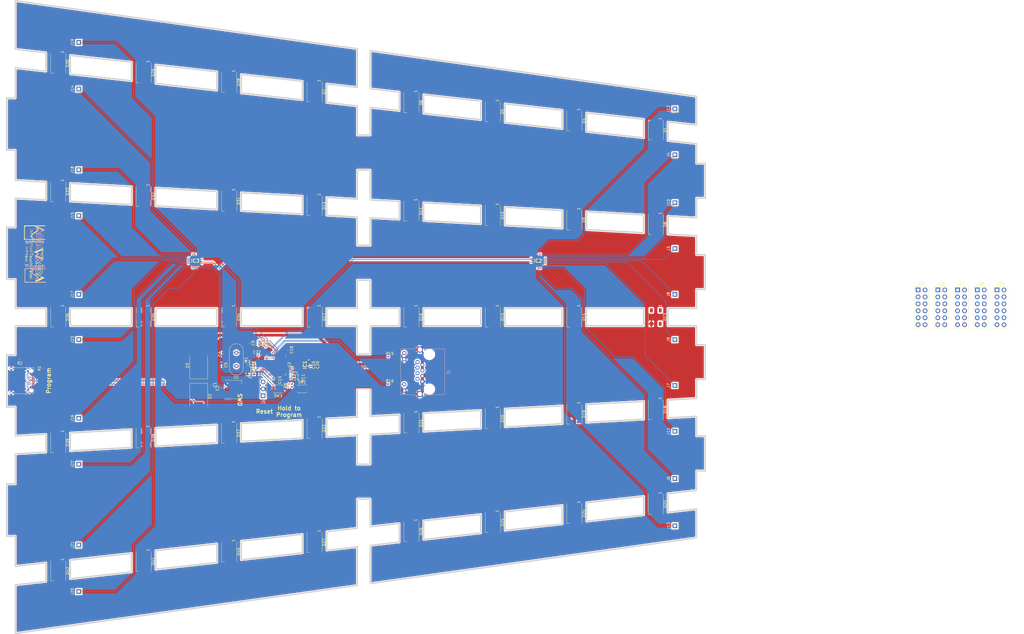
<source format=kicad_pcb>
(kicad_pcb (version 20211014) (generator pcbnew)
  (title_block (title "Wacca Touch Panel") (rev "1") (company "FizzyApple12"))
  (layers (0 "F.Cu" signal) (31 "B.Cu" signal) (34 "B.Paste" user) (35 "F.Paste" user) (36 "B.SilkS" user "B.Silkscreen") (37 "F.SilkS" user "F.Silkscreen") (38 "B.Mask" user) (39 "F.Mask" user) (44 "Edge.Cuts" user))
  (net 0 "")
  (net 1 "Net-(C1-Pad2)")
  (net 2 "XIN")
  (net 3 "VCC_IN")
  (net 4 "LED_C1_R1_O")
  (net 5 "Earth")
  (net 6 "+3.3V")
  (net 7 "Net-(C11-Pad2)")
  (net 10 "LED_C1_R1_I")
  (net 11 "USB_VBUS")
  (net 12 "LED_C1_R2_O")
  (net 13 "LED_C1_R2_I")
  (net 14 "LED_C1_R3_O")
  (net 15 "Net-(C6-Pad2)")
  (net 16 "LED_C1_R3_I")
  (net 17 "LED_C1_R4_O")
  (net 18 "Reset")
  (net 26 "Net-(R6-Pad2)")
  (net 27 "Net-(R5-Pad2)")
  (net 28 "LED_C1_R4_I")
  (net 29 "LED_C1_R5_O")
  (net 30 "LED_C1_R5_I")
  (net 31 "LED_C2_R1_O")
  (net 32 "LED_C2_R1_I")
  (net 33 "LED_C2_R2_O")
  (net 34 "LED_C2_R2_I")
  (net 35 "LED_C2_R3_O")
  (net 36 "LED_C2_R3_I")
  (net 37 "LED_C2_R4_O")
  (net 38 "LED_C2_R4_I")
  (net 39 "LED_C2_R5_O")
  (net 40 "LED_C2_R5_I")
  (net 41 "LED_C3_R1_O")
  (net 42 "LED_C3_R1_I")
  (net 43 "LED_C3_R2_O")
  (net 44 "LED_C3_R2_I")
  (net 45 "LED_C3_R3_O")
  (net 46 "LED_C3_R3_I")
  (net 47 "LED_C3_R4_O")
  (net 48 "LED_C3_R4_I")
  (net 49 "LED_C3_R5_O")
  (net 50 "LED_C3_R5_I")
  (net 51 "LED_C4_R1_O")
  (net 52 "LED_C4_R1_I")
  (net 53 "LED_C4_R2_O")
  (net 54 "LED_C4_R2_I")
  (net 55 "LED_C4_R3_O")
  (net 56 "LED_C4_R3_I")
  (net 57 "LED_C4_R4_O")
  (net 58 "LED_C4_R4_I")
  (net 59 "LED_C4_R5_O")
  (net 60 "LED_C4_R5_I")
  (net 61 "LED_C5_R1_O")
  (net 62 "Net-(J1-PadA5)")
  (net 63 "LED_C5_R1_I")
  (net 65 "Net-(J1-PadB5)")
  (net 67 "LED_C5_R2_O")
  (net 68 "LED_C5_R2_I")
  (net 69 "LED_C5_R3_O")
  (net 70 "LED_C5_R3_I")
  (net 71 "LED_C5_R4_O")
  (net 72 "LED_C5_R4_I")
  (net 73 "LED_C5_R5_O")
  (net 74 "LED_C5_R5_I")
  (net 75 "QSPI_SS")
  (net 76 "QSPI_SD1")
  (net 78 "QSPI_SD2")
  (net 79 "QSPI_SD0")
  (net 80 "QSPI_SCLK")
  (net 81 "QSPI_SD3")
  (net 82 "Net-(IC2-Pad1)")
  (net 83 "Net-(IC2-Pad2)")
  (net 84 "Net-(IC2-Pad3)")
  (net 85 "Net-(IC2-Pad4)")
  (net 86 "Net-(IC2-Pad5)")
  (net 87 "Net-(IC2-Pad6)")
  (net 88 "Net-(IC2-Pad7)")
  (net 89 "TSI_SDA")
  (net 91 "TSI_SCL")
  (net 94 "Net-(IC3-Pad5)")
  (net 95 "Net-(IC3-Pad6)")
  (net 96 "Net-(IC3-Pad7)")
  (net 97 "TSO_SDA")
  (net 99 "TSO_SCL")
  (net 101 "Net-(R11-Pad1)")
  (net 104 "Net-(C5-Pad2)")
  (net 105 "Net-(IC3-Pad20)")
  (net 107 "USB_DP")
  (net 108 "USB_DN")
  (net 109 "SWCLK")
  (net 110 "SWDIO")
  (net 111 "XOUT")
  (net 112 "LED_C1_R6_O")
  (net 113 "CONN_LL")
  (net 114 "LED_C1_R6_I")
  (net 115 "CONN_RL")
  (net 116 "MOTHERBOARD_SDA")
  (net 117 "MOTHERBOARD_SCL")
  (net 118 "TOUCH_SDA")
  (net 119 "TOUCH_SCL")
  (net 120 "TOUCH_SEL")
  (net 129 "LED_OUT")
  (net 130 "LED_IN")
  (net 131 "LED_C2")
  (net 132 "LED_C4")
  (net 133 "LED_C5")
  (net 134 "LED_C3")
  (net 141 "LED_C1_R7_O")
  (net 142 "LED_C1_R7_I")
  (net 143 "LED_C1_R8_O")
  (net 144 "LED_C1_R8_I")
  (net 145 "LED_C2_R6_O")
  (net 146 "LED_C2_R6_I")
  (net 147 "LED_C2_R7_O")
  (net 148 "LED_C2_R7_I")
  (net 149 "LED_C2_R8_O")
  (net 150 "LED_C2_R8_I")
  (net 151 "LED_C3_R6_O")
  (net 152 "LED_C3_R6_I")
  (net 153 "LED_C3_R7_O")
  (net 154 "LED_C3_R7_I")
  (net 155 "LED_C3_R8_O")
  (net 156 "LED_C3_R8_I")
  (net 157 "LED_C4_R6_O")
  (net 158 "LED_C4_R6_I")
  (net 159 "LED_C4_R7_O")
  (net 160 "LED_C4_R7_I")
  (net 161 "LED_C4_R8_O")
  (net 162 "LED_C4_R8_I")
  (net 163 "LED_C5_R6_O")
  (net 164 "LED_C5_R6_I")
  (net 165 "LED_C5_R7_O")
  (net 166 "LED_C5_R7_I")
  (net 167 "LED_C5_R8_O")
  (net 168 "LED_C5_R8_I")
  (net 169 "Net-(R15-Pad1)")
  (net 170 "Net-(R16-Pad1)")
  (net 171 "Net-(J13-Pad1)")
  (net 172 "Net-(J6-Pad1)")
  (net 173 "Net-(J11-Pad1)")
  (net 174 "Net-(J15-Pad1)")
  (net 175 "Net-(J17-Pad1)")
  (net 176 "Net-(J23-Pad1)")
  (net 177 "Net-(J16-Pad1)")
  (net 178 "Net-(IC3-Pad18)")
  (net 179 "Net-(IC3-Pad19)")
  (footprint "Capacitor_SMD:C_0402_1005Metric" (layer "F.Cu") (at 171 164.5)
    (fp_text reference "C12")
    (fp_text value "100n")
  )
  (footprint "LED_SMD:LED_WS2812B_PLCC4_5.0x5.0mm_P3.2mm" (layer "F.Cu") (at 193.54 63.29 -90)
    (fp_text reference "D7")
    (fp_text value "WS2812B")
  )
  (footprint "LED_SMD:LED_WS2812B_PLCC4_5.0x5.0mm_P3.2mm" (layer "F.Cu") (at 228.89 223.8 -90)
    (fp_text reference "D26")
    (fp_text value "WS2812B")
  )
  (footprint "Button_Switch_SMD:SW_SPST_B3U-1000P" (layer "F.Cu") (at 189 171.75)
    (fp_text reference "SW1")
    (fp_text value "Program")
  )
  (footprint "Connector_PinHeader_2.54mm:PinHeader_1x01_P2.54mm_Vertical" (layer "F.Cu") (at 107.5 91.75 90)
    (fp_text reference "J18")
    (fp_text value "SESNSOR17")
  )
  (footprint "LED_SMD:LED_WS2812B_PLCC4_5.0x5.0mm_P3.2mm" (layer "F.Cu") (at 288.33 110.09 -90)
    (fp_text reference "D9")
    (fp_text value "WS2812B")
  )
  (footprint "Connector_PinHeader_2.54mm:PinHeader_1x01_P2.54mm_Vertical" (layer "F.Cu") (at 107.5 108.5 90)
    (fp_text reference "J15")
    (fp_text value "SESNSOR12")
  )
  (footprint "Capacitor_SMD:C_0402_1005Metric" (layer "F.Cu") (at 186.5 166 180)
    (fp_text reference "C17")
    (fp_text value "100n")
  )
  (footprint "Resistor_SMD:R_0402_1005Metric" (layer "F.Cu") (at 220.99 170)
    (fp_text reference "R16")
    (fp_text value "150")
  )
  (footprint "Connector_PinHeader_2.54mm:PinHeader_1x01_P2.54mm_Vertical" (layer "F.Cu") (at 325 103.75 90)
    (fp_text reference "J10")
    (fp_text value "SESNSOR2")
  )
  (footprint "Capacitor_SMD:C_0402_1005Metric" (layer "F.Cu") (at 170 155 -90)
    (fp_text reference "C9")
    (fp_text value "0.1u")
  )
  (footprint "Connector_PinHeader_2.54mm:PinHeader_1x01_P2.54mm_Vertical" (layer "F.Cu") (at 325 221.75 90)
    (fp_text reference "J13")
    (fp_text value "SESNSOR10")
  )
  (footprint "Connector_PinHeader_2.54mm:PinHeader_1x01_P2.54mm_Vertical" (layer "F.Cu") (at 107.5 45.25 90)
    (fp_text reference "J19")
    (fp_text value "SESNSOR16")
  )
  (footprint "LED_SMD:LED_WS2812B_PLCC4_5.0x5.0mm_P3.2mm" (layer "F.Cu") (at 131.16 234.71 -90)
    (fp_text reference "D41")
    (fp_text value "WS2812B")
  )
  (footprint "Connector_PinHeader_2.54mm:PinHeader_1x01_P2.54mm_Vertical" (layer "F.Cu") (at 107.5 137.25 90)
    (fp_text reference "J17")
    (fp_text value "SESNSOR18")
  )
  (footprint "Capacitor_SMD:C_0402_1005Metric" (layer "F.Cu") (at 160 159 90)
    (fp_text reference "C4")
    (fp_text value "27p")
  )
  (footprint "Capacitor_SMD:C_0402_1005Metric" (layer "F.Cu") (at 182 168.5 90)
    (fp_text reference "C15")
    (fp_text value "100n")
  )
  (footprint "LED_SMD:LED_WS2812B_PLCC4_5.0x5.0mm_P3.2mm" (layer "F.Cu") (at 318.05 111.72 -90)
    (fp_text reference "D8")
    (fp_text value "WS2812B")
  )
  (footprint "Package_TO_SOT_SMD:SOT-223-3_TabPin2" (layer "F.Cu") (at 165 172)
    (fp_text reference "U1")
    (fp_text value "NCP1117-3.3_SOT223")
  )
  (footprint "Resistor_SMD:R_0402_1005Metric" (layer "F.Cu") (at 85.99 161.25 180)
    (fp_text reference "R2")
    (fp_text value "5K1")
  )
  (footprint "Connector_PinHeader_2.54mm:PinHeader_1x01_P2.54mm_Vertical" (layer "F.Cu") (at 325 120.5 90)
    (fp_text reference "J3")
    (fp_text value "SESNSOR7")
  )
  (footprint "Connector_PinHeader_2.54mm:PinHeader_2x06_P2.54mm_Vertical" (layer "F.Cu") (at 420.953 135.62)
    (fp_text reference "J28")
    (fp_text value "Conn_02x06_Odd_Even")
  )
  (footprint "LED_SMD:LED_WS2812B_PLCC4_5.0x5.0mm_P3.2mm" (layer "F.Cu") (at 162.35 187.9 -90)
    (fp_text reference "D37")
    (fp_text value "WS2812B")
  )
  (footprint "Connector_PinHeader_2.54mm:PinHeader_1x01_P2.54mm_Vertical" (layer "F.Cu") (at 325 137.25 90)
    (fp_text reference "J8")
    (fp_text value "SESNSOR3")
  )
  (footprint "Connector_PinHeader_2.54mm:PinHeader_2x06_P2.54mm_Vertical" (layer "F.Cu") (at 413.753 135.62)
    (fp_text reference "J24")
    (fp_text value "Conn_02x06_Odd_Even")
  )
  (footprint "LED_SMD:LED_WS2812B_PLCC4_5.0x5.0mm_P3.2mm" (layer "F.Cu") (at 318.05 213.87 -90)
    (fp_text reference "D23")
    (fp_text value "WS2812B")
  )
  (footprint "SamacSys_Parts:QFN45P300X300X85-21N" (layer "F.Cu") (at 275 125 180)
    (fp_text reference "IC2")
    (fp_text value "AT42QT2120-MMHR" hide)
  )
  (footprint "LED_SMD:LED_WS2812B_PLCC4_5.0x5.0mm_P3.2mm" (layer "F.Cu") (at 228.89 106.81 -90)
    (fp_text reference "D11")
    (fp_text value "WS2812B")
  )
  (footprint "Connector_PinHeader_2.54mm:PinHeader_2x06_P2.54mm_Vertical" (layer "F.Cu") (at 435.353 135.62)
    (fp_text reference "J26")
    (fp_text value "Conn_02x06_Odd_Even")
  )
  (footprint "LED_SMD:LED_WS2812B_PLCC4_5.0x5.0mm_P3.2mm" (layer "F.Cu") (at 99.98 99.7 -90)
    (fp_text reference "D33")
    (fp_text value "WS2812B")
  )
  (footprint "Capacitor_SMD:C_0402_1005Metric" (layer "F.Cu") (at 171 166.5)
    (fp_text reference "C6")
    (fp_text value "100n")
  )
  (footprint "LED_SMD:LED_WS2812B_PLCC4_5.0x5.0mm_P3.2mm" (layer "F.Cu") (at 99.98 191.34 -90)
    (fp_text reference "D39")
    (fp_text value "WS2812B")
  )
  (footprint "LED_SMD:LED_WS2812B_PLCC4_5.0x5.0mm_P3.2mm" (layer "F.Cu") (at 288.33 180.96 -90)
    (fp_text reference "D19")
    (fp_text value "WS2812B")
  )
  (footprint "Capacitor_SMD:C_0402_1005Metric" (layer "F.Cu") (at 186.5 167 180)
    (fp_text reference "C14")
    (fp_text value "100n")
  )
  (footprint "Diode_SMD:D_SMC" (layer "F.Cu") (at 151.25 174.5 -90)
    (fp_text reference "D2")
    (fp_text value "B320")
  )
  (footprint "LED_SMD:LED_WS2812B_PLCC4_5.0x5.0mm_P3.2mm" (layer "F.Cu") (at 258.61 220.5 -90)
    (fp_text reference "D25")
    (fp_text value "WS2812B")
  )
  (footprint "Capacitor_SMD:C_0402_1005Metric" (layer "F.Cu") (at 171 165.5)
    (fp_text reference "C8")
    (fp_text value "1u")
  )
  (footprint "LED_SMD:LED_WS2812B_PLCC4_5.0x5.0mm_P3.2mm" (layer "F.Cu") (at 131.16 101.42 -90)
    (fp_text reference "D32")
    (fp_text value "WS2812B")
  )
  (footprint "Connector_PinHeader_2.54mm:PinHeader_1x01_P2.54mm_Vertical" (layer "F.Cu") (at 107.5 62.25 90)
    (fp_text reference "J14")
    (fp_text value "SESNSOR11")
  )
  (footprint "LED_SMD:LED_WS2812B_PLCC4_5.0x5.0mm_P3.2mm" (layer "F.Cu") (at 193.54 227.75 -90)
    (fp_text reference "D27")
    (fp_text value "WS2812B")
  )
  (footprint "LED_SMD:LED_WS2812B_PLCC4_5.0x5.0mm_P3.2mm" (layer "F.Cu") (at 258.61 182.6 -90)
    (fp_text reference "D20")
    (fp_text value "WS2812B")
  )
  (footprint "Connector_PinHeader_2.54mm:PinHeader_1x01_P2.54mm_Vertical" (layer "F.Cu") (at 325 86.25 90)
    (fp_text reference "J4")
    (fp_text value "SESNSOR6")
  )
  (footprint "Connector_PinHeader_2.54mm:PinHeader_1x01_P2.54mm_Vertical" (layer "F.Cu") (at 325 204.5 90)
    (fp_text reference "J6")
    (fp_text value "SESNSOR5")
  )
  (footprint "Connector_PinHeader_2.54mm:PinHeader_2x06_P2.54mm_Vertical" (layer "F.Cu") (at 428.153 135.62)
    (fp_text reference "J27")
    (fp_text value "Conn_02x06_Odd_Even")
  )
  (footprint "LED_SMD:LED_WS2812B_PLCC4_5.0x5.0mm_P3.2mm" (layer "F.Cu") (at 288.33 73.86 -90)
    (fp_text reference "D4")
    (fp_text value "WS2812B")
  )
  (footprint "LED_SMD:LED_WS2812B_PLCC4_5.0x5.0mm_P3.2mm" (layer "F.Cu") (at 228.89 145.52 -90)
    (fp_text reference "D16")
    (fp_text value "WS2812B")
  )
  (footprint "LED_SMD:LED_WS2812B_PLCC4_5.0x5.0mm_P3.2mm" (layer "F.Cu") (at 288.33 217.19 -90)
    (fp_text reference "D24")
    (fp_text value "WS2812B")
  )
  (footprint "LED_SMD:LED_WS2812B_PLCC4_5.0x5.0mm_P3.2mm" (layer "F.Cu") (at 318.05 77.17 -90)
    (fp_text reference "D1")
    (fp_text value "WS2812B")
  )
  (footprint "Resistor_SMD:R_0402_1005Metric" (layer "F.Cu") (at 184 170.5 90)
    (fp_text reference "R6")
    (fp_text value "27")
  )
  (footprint "Button_Switch_SMD:SW_SPST_B3U-1000P" (layer "F.Cu") (at 180.25 171.75 180)
    (fp_text reference "SW3")
    (fp_text value "Reset")
  )
  (footprint "Crystal:Crystal_HC49-4H_Vertical" (layer "F.Cu") (at 165 158.55 -90)
    (fp_text reference "Y1")
    (fp_text value "ABLS-12.000MHZ-B4-T")
  )
  (footprint "LED_SMD:LED_WS2812B_PLCC4_5.0x5.0mm_P3.2mm" (layer "F.Cu") (at 228.89 67.23 -90)
    (fp_text reference "D6")
    (fp_text value "WS2812B")
  )
  (footprint "LED_SMD:LED_WS2812B_PLCC4_5.0x5.0mm_P3.2mm" (layer "F.Cu") (at 193.54 104.86 -90)
    (fp_text reference "D12")
    (fp_text value "WS2812B")
  )
  (footprint "LED_SMD:LED_WS2812B_PLCC4_5.0x5.0mm_P3.2mm" (layer "F.Cu") (at 162.35 103.14 -90)
    (fp_text reference "D31")
    (fp_text value "WS2812B")
  )
  (footprint "Connector_USB:USB_C_Receptacle_Amphenol_12401548E4-2A" (layer "F.Cu") (at 85.75 168.75 -90)
    (fp_text reference "J1")
    (fp_text value "USB_C_Receptacle_USB2.0")
  )
  (footprint "LED_SMD:LED_WS2812B_PLCC4_5.0x5.0mm_P3.2mm" (layer "F.Cu") (at 193.54 186.18 -90)
    (fp_text reference "D22")
    (fp_text value "WS2812B")
  )
  (footprint "Connector_PinHeader_2.54mm:PinHeader_2x06_P2.54mm_Vertical" (layer "F.Cu") (at 442.553 135.62)
    (fp_text reference "J25")
    (fp_text value "Conn_02x06_Odd_Even")
  )
  (footprint "Connector_PinHeader_2.54mm:PinHeader_1x01_P2.54mm_Vertical" (layer "F.Cu") (at 107.5 245.75 90)
    (fp_text reference "J20")
    (fp_text value "SESNSOR15")
  )
  (footprint "Connector_PinHeader_2.54mm:PinHeader_1x01_P2.54mm_Vertical" (layer "F.Cu") (at 107.5 153.75 90)
    (fp_text reference "J23")
    (fp_text value "SESNSOR13")
  )
  (footprint "LED_SMD:LED_WS2812B_PLCC4_5.0x5.0mm_P3.2mm" (layer "F.Cu") (at 131.16 189.62 -90)
    (fp_text reference "D38")
    (fp_text value "WS2812B")
  )
  (footprint "LED_SMD:LED_WS2812B_PLCC4_5.0x5.0mm_P3.2mm" (layer "F.Cu") (at 99.98 145.52 -90)
    (fp_text reference "D36")
    (fp_text value "WS2812B")
  )
  (footprint "Resistor_SMD:R_0402_1005Metric" (layer "F.Cu") (at 221 160)
    (fp_text reference "R15")
    (fp_text value "150")
  )
  (footprint "Resistor_SMD:R_0402_1005Metric" (layer "F.Cu") (at 190.5 167.75 90)
    (fp_text reference "R11")
    (fp_text value "1K")
  )
  (footprint "LED_SMD:LED_WS2812B_PLCC4_5.0x5.0mm_P3.2mm" (layer "F.Cu") (at 258.61 70.55 -90)
    (fp_text reference "D5")
    (fp_text value "WS2812B")
  )
  (footprint "Connector_PinHeader_2.54mm:PinHeader_1x01_P2.54mm_Vertical" (layer "F.Cu") (at 107.5 199.25 90)
    (fp_text reference "J22")
    (fp_text value "SESNSOR14")
  )
  (footprint "LED_SMD:LED_WS2812B_PLCC4_5.0x5.0mm_P3.2mm" (layer "F.Cu") (at 162.35 231.23 -90)
    (fp_text reference "D40")
    (fp_text value "WS2812B")
  )
  (footprint "LED_SMD:LED_WS2812B_PLCC4_5.0x5.0mm_P3.2mm" (layer "F.Cu") (at 99.98 52.86 -90)
    (fp_text reference "D30")
    (fp_text value "WS2812B")
  )
  (footprint "LED_SMD:LED_WS2812B_PLCC4_5.0x5.0mm_P3.2mm" (layer "F.Cu") (at 318.05 145.52 -90)
    (fp_text reference "D13")
    (fp_text value "WS2812B")
  )
  (footprint "Capacitor_SMD:C_0402_1005Metric" (layer "F.Cu") (at 172.5 159.5)
    (fp_text reference "C22")
    (fp_text value "100n")
  )
  (footprint "Connector_PinHeader_2.54mm:PinHeader_1x01_P2.54mm_Vertical" (layer "F.Cu") (at 325 170.5 90)
    (fp_text reference "J7")
    (fp_text value "SESNSOR4")
  )
  (footprint "Resistor_SMD:R_0402_1005Metric" (layer "F.Cu") (at 185.25 170.5 90)
    (fp_text reference "R5")
    (fp_text value "27")
  )
  (footprint "Capacitor_SMD:C_0402_1005Metric" (layer "F.Cu") (at 192 163 -90)
    (fp_text reference "C16")
    (fp_text value "100n")
  )
  (footprint "Diode_SMD:D_SMC" (layer "F.Cu") (at 151.25 163.25 90)
    (fp_text reference "D3")
    (fp_text value "B320")
  )
  (footprint "SamacSys_Parts:QFN45P300X300X85-21N" (layer "F.Cu") (at 150 125)
    (fp_text reference "IC3")
    (fp_text value "AT42QT2120-MMHR" hide)
  )
  (footprint "LED_SMD:LED_WS2812B_PLCC4_5.0x5.0mm_P3.2mm" (layer "F.Cu") (at 258.61 145.52 -90)
    (fp_text reference "D15")
    (fp_text value "WS2812B")
  )
  (footprint "LED_SMD:LED_WS2812B_PLCC4_5.0x5.0mm_P3.2mm" (layer "F.Cu") (at 228.89 184.24 -90)
    (fp_text reference "D21")
    (fp_text value "WS2812B")
  )
  (footprint "Connector_PinHeader_2.54mm:PinHeader_1x01_P2.54mm_Vertical" (layer "F.Cu") (at 107.5 182.5 90)
    (fp_text reference "J16")
    (fp_text value "SESNSOR19")
  )
  (footprint "Capacitor_SMD:C_0402_1005Metric" (layer "F.Cu") (at 171 163.5)
    (fp_text reference "C11")
    (fp_text value "1u")
  )
  (footprint "LED_SMD:LED_WS2812B_PLCC4_5.0x5.0mm_P3.2mm" (layer "F.Cu") (at 162.35 59.81 -90)
    (fp_text reference "D28")
    (fp_text value "WS2812B")
  )
  (footprint "Capacitor_SMD:C_0402_1005Metric" (layer "F.Cu") (at 160 163 -90)
    (fp_text reference "C5")
    (fp_text value "27p")
  )
  (footprint "Connector_PinHeader_2.54mm:PinHeader_1x01_P2.54mm_Vertical" (layer "F.Cu") (at 325 187.25 90)
    (fp_text reference "J11")
    (fp_text value "SESNSOR9")
  )
  (footprint "LED_SMD:LED_WS2812B_PLCC4_5.0x5.0mm_P3.2mm" (layer "F.Cu") (at 258.61 108.45 -90)
    (fp_text reference "D10")
    (fp_text value "WS2812B")
  )
  (footprint "Connector_PinHeader_2.54mm:PinHeader_1x01_P2.54mm_Vertical" (layer "F.Cu") (at 107.5 228.75 90)
    (fp_text reference "J21")
    (fp_text value "SESNSOR20")
  )
  (footprint "Connector_PinHeader_2.54mm:PinHeader_1x01_P2.54mm_Vertical" (layer "F.Cu") (at 325 69.5 90)
    (fp_text reference "J12")
    (fp_text value "SESNSOR1")
  )
  (footprint "LED_SMD:LED_WS2812B_PLCC4_5.0x5.0mm_P3.2mm" (layer "F.Cu") (at 131.16 56.34 -90)
    (fp_text reference "D29")
    (fp_text value "WS2812B")
  )
  (footprint "LED_SMD:LED_WS2812B_PLCC4_5.0x5.0mm_P3.2mm" (layer "F.Cu") (at 162.35 145.52 -90)
    (fp_text reference "D34")
    (fp_text value "WS2812B")
  )
  (footprint "Capacitor_SMD:C_0402_1005Metric" (layer "F.Cu") (at 186.5 165 180)
    (fp_text reference "C7")
    (fp_text value "100n")
  )
  (footprint "Connector_PinHeader_2.54mm:PinHeader_1x03_P2.54mm_Vertical" (layer "F.Cu") (at 174.75 174.275 180)
    (fp_text reference "J5")
    (fp_text value "Conn_01x03_Male")
  )
  (footprint "Capacitor_SMD:C_0402_1005Metric" (layer "F.Cu") (at 193.5 163 -90)
    (fp_text reference "C20")
    (fp_text value "2u2")
  )
  (footprint "SamacSys_Parts:SON50P300X200X60-9N" (layer "F.Cu") (at 190 163 -90)
    (fp_text reference "IC1")
    (fp_text value "W25Q16JVUXIQ_TR" hide)
  )
  (footprint "LED_SMD:LED_WS2812B_PLCC4_5.0x5.0mm_P3.2mm" (layer "F.Cu") (at 99.98 238.18 -90)
    (fp_text reference "D42")
    (fp_text value "WS2812B")
  )
  (footprint "Connector_PinHeader_2.54mm:PinHeader_1x01_P2.54mm_Vertical" (layer "F.Cu") (at 325 153.75 90)
    (fp_text reference "J9")
    (fp_text value "SESNSOR8")
  )
  (footprint "Resistor_SMD:R_0402_1005Metric" (layer "F.Cu") (at 169 163)
    (fp_text reference "R7")
    (fp_text value "1K")
  )
  (footprint "LED_SMD:LED_WS2812B_PLCC4_5.0x5.0mm_P3.2mm" (layer "F.Cu") (at 318.05 179.32 -90)
    (fp_text reference "D18")
    (fp_text value "WS2812B")
  )
  (footprint "Capacitor_SMD:C_0402_1005Metric" (layer "F.Cu") (at 169 167 -90)
    (fp_text reference "C3")
    (fp_text value "10u")
  )
  (footprint "SamacSys_Parts:RSW_RPUQFNN10_" (layer "F.Cu") (at 175 155 180)
    (fp_text reference "S1")
    (fp_text value "TS3A5223RSWR" hide)
  )
  (footprint "LED_SMD:LED_WS2812B_PLCC4_5.0x5.0mm_P3.2mm" (layer "F.Cu") (at 131.16 145.52 -90)
    (fp_text reference "D35")
    (fp_text value "WS2812B")
  )
  (footprint "Capacitor_SMD:C_0402_1005Metric" (layer "F.Cu") (at 178.5 168.5 90)
    (fp_text reference "C21")
    (fp_text value "100n")
  )
  (footprint "Capacitor_SMD:C_0402_1005Metric" (layer "F.Cu") (at 159.25 171.5 90)
    (fp_text reference "C2")
    (fp_text value "10u")
  )
  (footprint "Capacitor_SMD:C_0402_1005Metric" (layer "F.Cu") (at 184 157.5 -90)
    (fp_text reference "C18")
    (fp_text value "100n")
  )
  (footprint "Capacitor_SMD:C_0402_1005Metric" (layer "F.Cu") (at 156 170.25 -90)
    (fp_text reference "C1")
    (fp_text value "10u")
  )
  (footprint "Package_DFN_QFN:QFN-56-1EP_7x7mm_P0.4mm_EP3.2x3.2mm" (layer "F.Cu") (at 179.5 163 -90)
    (fp_text reference "U3")
    (fp_text value "RP2040")
  )
  (footprint "Resistor_SMD:R_0402_1005Metric" (layer "F.Cu") (at 94.25 164.25 90)
    (fp_text reference "R1")
    (fp_text value "5K1")
  )
  (footprint "LED_SMD:LED_WS2812B_PLCC4_5.0x5.0mm_P3.2mm" (layer "F.Cu") (at 288.33 145.52 -90)
    (fp_text reference "D14")
    (fp_text value "WS2812B")
  )
  (footprint "LED_SMD:LED_WS2812B_PLCC4_5.0x5.0mm_P3.2mm" (layer "F.Cu") (at 193.54 145.52 -90)
    (fp_text reference "D17")
    (fp_text value "WS2812B")
  )
  (footprint "Connector_RJ:RJ45_Amphenol_RJHSE538X" (layer "B.Cu") (at 232.875 169.06 90)
    (fp_text reference "J2")
    (fp_text value "RJ45_LED_Shielded")
  )
  (gr_line (start 91.624587 130.325596) (end 91.656896 130.343173) (layer "B.SilkS") (width 0.25))
  (gr_line (start 91.465837 126.815811) (end 91.438544 126.785344) (layer "B.SilkS") (width 0.025))
  (gr_line (start 88.227299 127.320039) (end 88.239287 127.325475) (layer "B.SilkS") (width 0.025))
  (gr_line (start 92.990345 126.756756) (end 92.978229 126.75) (layer "B.SilkS") (width 0.025))
  (gr_line (start 91.062485 127.031813) (end 91.062485 127.063448) (layer "B.SilkS") (width 0.025))
  (gr_line (start 89.596587 126.967525) (end 89.596803 126.955816) (layer "B.SilkS") (width 0.025))
  (gr_line (start 88.003372 127.850226) (end 87.945981 127.887513) (layer "B.SilkS") (width 0.25))
  (gr_line (start 89.71518 126.843218) (end 89.729429 126.843218) (layer "B.SilkS") (width 0.025))
  (gr_line (start 92.723365 127.184022) (end 92.573366 126.767157) (layer "B.SilkS") (width 0.025))
  (gr_line (start 91.588341 126.75) (end 91.584353 126.75) (layer "B.SilkS") (width 0.025))
  (gr_arc (start 93.243933 118.5) (mid 92.765387 118.144892) (end 92.966583 117.583975) (layer "B.SilkS") (width 0.15))
  (gr_line (start 90.267338 127.303986) (end 90.263071 126.541034) (layer "B.SilkS") (width 0.025))
  (gr_line (start 88.407334 126.861353) (end 88.374809 126.800927) (layer "B.SilkS") (width 0.025))
  (gr_line (start 93.492795 126.833591) (end 93.492795 126.771437) (layer "B.SilkS") (width 0.025))
  (gr_line (start 88.259341 126.66016) (end 88.248038 126.699644) (layer "B.SilkS") (width 0.025))
  (gr_line (start 89.923663 126.818351) (end 89.834382 126.754622) (layer "B.SilkS") (width 0.025))
  (gr_line (start 90.263071 126.537097) (end 90.257648 126.525108) (layer "B.SilkS") (width 0.025))
  (gr_line (start 88.146209 127.811796) (end 88.110789 127.816063) (layer "B.SilkS") (width 0.25))
  (gr_line (start 88.983635 127.325475) (end 88.983635 127.325475) (layer "B.SilkS") (width 0.025))
  (gr_line (start 87.847103 128.123695) (end 87.847103 128.148917) (layer "B.SilkS") (width 0.25))
  (gr_line (start 95.327373 132.811164) (end 95.347084 132.811164) (layer "B.SilkS") (width 0.25))
  (gr_line (start 93.492795 126.7675) (end 93.487347 126.755524) (layer "B.SilkS") (width 0.025))
  (gr_line (start 91.909016 127.097205) (end 92.19723 127.097205) (layer "B.SilkS") (width 0.025))
  (gr_line (start 94.821825 127.325475) (end 94.825761 127.325475) (layer "B.SilkS") (width 0.025))
  (gr_line (start 90.784317 127.184975) (end 90.734228 127.219773) (layer "B.SilkS") (width 0.025))
  (gr_line (start 90.948858 127.539762) (end 90.944591 126.771437) (layer "B.SilkS") (width 0.025))
  (gr_line (start 93.59028 126.771437) (end 93.59028 126.837858) (layer "B.SilkS") (width 0.025))
  (gr_line (start 87.895956 127.943038) (end 87.860538 128.020571) (layer "B.SilkS") (width 0.25))
  (gr_line (start 90.8269 126.755524) (end 90.821401 126.7675) (layer "B.SilkS") (width 0.025))
  (gr_line (start 91.489548 127.06247) (end 91.478448 127.125869) (layer "B.SilkS") (width 0.025))
  (gr_line (start 88.634181 126.721196) (end 88.638588 126.732855) (layer "B.SilkS") (width 0.025))
  (gr_line (start 89.718761 126.731813) (end 89.718761 126.731813) (layer "B.SilkS") (width 0.025))
  (gr_line (start 88.752482 126.707963) (end 88.725596 126.652032) (layer "B.SilkS") (width 0.025))
  (gr_line (start 90.401297 127.063448) (end 90.420919 127.158178) (layer "B.SilkS") (width 0.025))
  (gr_line (start 91.407823 127.330021) (end 91.463564 127.299224) (layer "B.SilkS") (width 0.025))
  (gr_line (start 88.338513 126.562179) (end 88.30454 126.590157) (layer "B.SilkS") (width 0.025))
  (gr_line (start 87.847103 128.224368) (end 87.847103 128.401444) (layer "B.SilkS") (width 0.25))
  (gr_line (start 90.489346 128.944953) (end 90.486807 129.049525) (layer "B.SilkS") (width 0.25))
  (gr_line (start 94.281439 127.308038) (end 94.281439 127.303986) (layer "B.SilkS") (width 0.025))
  (gr_line (start 89.651096 127.332079) (end 89.709109 127.342556) (layer "B.SilkS") (width 0.025))
  (gr_line (start 93.067396 126.83895) (end 93.067396 126.83895) (layer "B.SilkS") (width 0.025))
  (gr_line (start 94.174302 126.642863) (end 94.25463 126.642863) (layer "B.SilkS") (width 0.025))
  (gr_line (start 89.869853 126.967525) (end 89.596587 126.967525) (layer "B.SilkS") (width 0.025))
  (gr_line (start 89.861319 127.141236) (end 89.82713 127.192493) (layer "B.SilkS") (width 0.025))
  (gr_line (start 90.568937 126.894564) (end 90.615026 126.856324) (layer "B.SilkS") (width 0.025))
  (gr_line (start 94.025331 127.303986) (end 94.025331 127.237553) (layer "B.SilkS") (width 0.025))
  (gr_line (start 91.188926 127.041465) (end 91.188926 127.020294) (layer "B.SilkS") (width 0.025))
  (gr_line (start 88.291865 132.811164) (end 88.40948 132.811164) (layer "B.SilkS") (width 0.25))
  (gr_line (start 92.589342 131.182122) (end 92.635367 131.275276) (layer "B.SilkS") (width 0.25))
  (gr_line (start 91.541414 127.839063) (end 91.377153 127.928369) (layer "B.SilkS") (width 0.25))
  (gr_line (start 91.230061 126.894564) (end 91.276213 126.856324) (layer "B.SilkS") (width 0.025))
  (gr_line (start 90.688203 126.73857) (end 90.650649 126.732855) (layer "B.SilkS") (width 0.025))
  (gr_line (start 92.718057 127.544029) (end 92.719149 127.547001) (layer "B.SilkS") (width 0.025))
  (gr_line (start 92.849997 127.554507) (end 92.85227 127.540308) (layer "B.SilkS") (width 0.025))
  (gr_line (start 94.025331 127.308038) (end 94.025331 127.303986) (layer "B.SilkS") (width 0.025))
  (gr_line (start 90.261915 127.320039) (end 90.267338 127.308038) (layer "B.SilkS") (width 0.025))
  (gr_line (start 91.610045 127.539762) (end 91.605765 126.771437) (layer "B.SilkS") (width 0.025))
  (gr_line (start 88.96221 127.303986) (end 88.96221 127.308038) (layer "B.SilkS") (width 0.025))
  (gr_line (start 87.847103 132.32356) (end 87.847103 132.453024) (layer "B.SilkS") (width 0.25))
  (gr_line (start 89.786821 126.853771) (end 89.82741 126.881749) (layer "B.SilkS") (width 0.025))
  (gr_line (start 92.156501 126.982549) (end 91.948627 126.982549) (layer "B.SilkS") (width 0.025))
  (gr_line (start 93.59028 126.7675) (end 93.59028 126.771437) (layer "B.SilkS") (width 0.025))
  (gr_line (start 90.257648 126.525108) (end 90.245646 126.519596) (layer "B.SilkS") (width 0.025))
  (gr_poly (pts (xy 91.489548 127.06247) (xy 91.478448 127.125869) (xy 91.435133 127.188348) (xy 91.395428 127.219773) (xy 91.333617 127.231152) (xy 91.27079 127.218261) (xy 91.211843 127.168348) (xy 91.198171 127.121322) (xy 91.188926 127.061454) (xy 91.194368 126.998348) (xy 91.19981 126.956705) (xy 91.215133 126.908348) (xy 91.245133 126.875444) (xy 91.276226 126.856324) (xy 91.305133 126.843218) (xy 91.349809 126.843218) (xy 91.395021 126.856591) (xy 91.460509 126.92653) (xy 91.489002 127.041465) (xy 91.605133 126.828206) (xy 91.477216 126.827692) (xy 91.465913 126.815811) (xy 91.438621 126.785344) (xy 91.396609 126.755931) (xy 91.349403 126.73857) (xy 91.287294 126.732855) (xy 91.203124 126.755308) (xy 91.128309 126.817665) (xy 91.079795 126.912331) (xy 91.062497 126.988348) (xy 91.062497 127.063448) (xy 91.082119 127.158178) (xy 91.109373 127.20727) (xy 91.136627 127.256361) (xy 91.219393 127.319963) (xy 91.25863 127.33126) (xy 91.297867 127.342556) (xy 91.344996 127.342556) (xy 91.407899 127.330021) (xy 91.47935 127.290054) (xy 91.615133 127.288348)) (layer "B.SilkS") (width 0) (fill solid))
  (gr_line (start 93.067396 126.7675) (end 93.067396 126.771437) (layer "B.SilkS") (width 0.025))
  (gr_line (start 91.998373 126.541034) (end 91.986727 126.545225) (layer "B.SilkS") (width 0.025))
  (gr_line (start 89.09829 127.303986) (end 89.094023 126.64177) (layer "B.SilkS") (width 0.025))
  (gr_poly (pts (xy 91.993933 112.25) (xy 91.993933 112.75) (xy 94.493933 114) (xy 94.993933 113.75)) (layer "B.SilkS") (width 0.15) (fill solid))
  (gr_line (start 91.47286 126.827178) (end 91.465837 126.815811) (layer "B.SilkS") (width 0.025))
  (gr_line (start 93.481009 127.325475) (end 93.484997 127.325475) (layer "B.SilkS") (width 0.025))
  (gr_line (start 89.681677 132.811164) (end 89.965154 132.811164) (layer "B.SilkS") (width 0.25))
  (gr_line (start 90.821401 126.7675) (end 90.821401 126.771437) (layer "B.SilkS") (width 0.025))
  (gr_line (start 93.994267 126.855003) (end 93.998255 126.855003) (layer "B.SilkS") (width 0.025))
  (gr_line (start 92.525474 132.116296) (end 92.431418 132.23005) (layer "B.SilkS") (width 0.25))
  (gr_line (start 90.153038 127.325475) (end 90.157051 127.325475) (layer "B.SilkS") (width 0.025))
  (gr_line (start 89.468305 127.048958) (end 89.474845 127.06082) (layer "B.SilkS") (width 0.025))
  (gr_line (start 90.672417 127.231152) (end 90.672417 127.231152) (layer "B.SilkS") (width 0.025))
  (gr_line (start 91.395415 127.219773) (end 91.349124 127.231152) (layer "B.SilkS") (width 0.025))
  (gr_line (start 89.605617 126.920535) (end 89.630903 126.880911) (layer "B.SilkS") (width 0.025))
  (gr_line (start 92.844142 132.811164) (end 93.155381 132.811164) (layer "B.SilkS") (width 0.25))
  (gr_line (start 91.604597 127.555751) (end 91.610045 127.54375) (layer "B.SilkS") (width 0.025))
  (gr_line (start 87.886164 132.654966) (end 87.923451 132.71237) (layer "B.SilkS") (width 0.25))
  (gr_line (start 91.610045 127.54375) (end 91.610045 127.539762) (layer "B.SilkS") (width 0.025))
  (gr_line (start 88.561486 127.209727) (end 88.561486 127.209727) (layer "B.SilkS") (width 0.025))
  (gr_line (start 90.161318 126.519596) (end 90.157381 126.519596) (layer "B.SilkS") (width 0.025))
  (gr_line (start 88.244253 126.740348) (end 88.244253 126.760414) (layer "B.SilkS") (width 0.025))
  (gr_line (start 94.25463 126.519596) (end 94.174302 126.519596) (layer "B.SilkS") (width 0.025))
  (gr_line (start 93.060906 127.308038) (end 93.066418 127.320039) (layer "B.SilkS") (width 0.025))
  (gr_poly (pts (xy 94.93615 126.558534) (xy 94.918713 126.541034) (xy 94.429648 126.541034) (xy 94.412148 126.562446) (xy 94.414898 126.644311) (xy 94.429648 126.655753) (xy 94.808667 126.655753) (xy 94.807575 126.845377) (xy 94.475737 126.845377) (xy 94.460999 126.856877) (xy 94.458236 126.942582) (xy 94.475737 126.960032) (xy 94.80647 126.960032) (xy 94.804337 127.308038) (xy 94.825761 127.325475) (xy 94.922993 127.325475) (xy 94.940417 127.303986)) (layer "B.SilkS") (width 0) (fill solid))
  (gr_line (start 90.139881 126.541034) (end 90.139881 126.541034) (layer "B.SilkS") (width 0.025))
  (gr_line (start 87.860538 128.020571) (end 87.847103 128.097927) (layer "B.SilkS") (width 0.25))
  (gr_line (start 91.344971 127.342556) (end 91.407823 127.330021) (layer "B.SilkS") (width 0.025))
  (gr_line (start 92.174624 132.460656) (end 92.00913 132.577115) (layer "B.SilkS") (width 0.25))
  (gr_line (start 88.647605 126.746837) (end 88.658553 126.751117) (layer "B.SilkS") (width 0.025))
  (gr_line (start 91.297841 127.342556) (end 91.323965 127.342556) (layer "B.SilkS") (width 0.025))
  (gr_line (start 94.153893 126.7675) (end 94.153893 126.771437) (layer "B.SilkS") (width 0.025))
  (gr_line (start 93.072895 126.755524) (end 93.067396 126.7675) (layer "B.SilkS") (width 0.025))
  (gr_line (start 91.396584 126.755931) (end 91.349378 126.73857) (layer "B.SilkS") (width 0.025))
  (gr_line (start 90.86218 129.776105) (end 90.937974 129.849841) (layer "B.SilkS") (width 0.25))
  (gr_line (start 88.63968 126.736081) (end 88.647605 126.746837) (layer "B.SilkS") (width 0.025))
  (gr_line (start 93.589378 127.320039) (end 93.60138 127.325475) (layer "B.SilkS") (width 0.025))
  (gr_line (start 91.38288 130.187661) (end 91.442609 130.224453) (layer "B.SilkS") (width 0.25))
  (gr_line (start 93.600758 126.858534) (end 93.602066 126.860388) (layer "B.SilkS") (width 0.025))
  (gr_line (start 91.718287 127.325475) (end 91.722555 127.325475) (layer "B.SilkS") (width 0.025))
  (gr_line (start 89.82713 127.192493) (end 89.777867 127.221843) (layer "B.SilkS") (width 0.025))
  (gr_line (start 94.277172 126.771437) (end 94.277172 126.7675) (layer "B.SilkS") (width 0.025))
  (gr_line (start 92.055841 126.695377) (end 92.156501 126.982549) (layer "B.SilkS") (width 0.025))
  (gr_line (start 90.60959 127.218261) (end 90.564315 127.180987) (layer "B.SilkS") (width 0.025))
  (gr_line (start 94.270619 126.637414) (end 94.276067 126.625438) (layer "B.SilkS") (width 0.025))
  (gr_line (start 91.978663 126.555283) (end 91.977558 126.558179) (layer "B.SilkS") (width 0.025))
  (gr_line (start 90.879338 128.277492) (end 90.762892 128.392364) (layer "B.SilkS") (width 0.25))
  (gr_line (start 88.504705 126.632118) (end 88.540125 126.638379) (layer "B.SilkS") (width 0.025))
  (gr_line (start 93.067396 126.837858) (end 93.067396 126.837858) (layer "B.SilkS") (width 0.025))
  (gr_line (start 90.241646 126.519596) (end 90.161318 126.519596) (layer "B.SilkS") (width 0.025))
  (gr_line (start 91.811505 127.325475) (end 91.817436 127.325475) (layer "B.SilkS") (width 0.025))
  (gr_line (start 92.534643 131.092485) (end 92.589342 131.182122) (layer "B.SilkS") (width 0.25))
  (gr_line (start 94.174302 126.519596) (end 94.170365 126.519596) (layer "B.SilkS") (width 0.025))
  (gr_line (start 93.499119 127.229704) (end 93.493062 127.218046) (layer "B.SilkS") (width 0.025))
  (gr_line (start 93.475358 126.75) (end 93.471357 126.75) (layer "B.SilkS") (width 0.025))
  (gr_line (start 91.245543 130.096361) (end 91.316739 130.144875) (layer "B.SilkS") (width 0.25))
  (gr_line (start 88.738829 127.227558) (end 88.730765 127.212127) (layer "B.SilkS") (width 0.025))
  (gr_line (start 90.245646 126.519596) (end 90.241646 126.519596) (layer "B.SilkS") (width 0.025))
  (gr_line (start 94.809848 127.320039) (end 94.821825 127.325475) (layer "B.SilkS") (width 0.025))
  (gr_line (start 92.100697 130.639311) (end 92.178688 130.703599) (layer "B.SilkS") (width 0.25))
  (gr_line (start 90.145392 126.525108) (end 90.139881 126.537097) (layer "B.SilkS") (width 0.025))
  (gr_line (start 91.377153 127.928369) (end 91.185129 128.045298) (layer "B.SilkS") (width 0.25))
  (gr_line (start 88.98399 126.539993) (end 88.972001 126.545517) (layer "B.SilkS") (width 0.025))
  (gr_line (start 90.931434 127.561199) (end 90.943422 127.555751) (layer "B.SilkS") (width 0.025))
  (gr_line (start 89.718761 126.731813) (end 89.690021 126.731813) (layer "B.SilkS") (width 0.025))
  (gr_line (start 93.084896 126.75) (end 93.072895 126.755524) (layer "B.SilkS") (width 0.025))
  (gr_line (start 88.299854 126.900076) (end 88.361385 126.98213) (layer "B.SilkS") (width 0.025))
  (gr_line (start 94.493933 121.75) (end 94.493933 120.75) (layer "B.SilkS") (width 0.15))
  (gr_line (start 92.736523 127.561199) (end 92.742644 127.561199) (layer "B.SilkS") (width 0.025))
  (gr_line (start 92.651839 131.893258) (end 92.598512 132.00399) (layer "B.SilkS") (width 0.25))
  (gr_line (start 90.812777 127.290054) (end 90.81815 127.290054) (layer "B.SilkS") (width 0.025))
  (gr_line (start 88.730765 127.212127) (end 88.727539 127.208609) (layer "B.SilkS") (width 0.025))
  (gr_line (start 88.243224 127.209727) (end 88.239287 127.209727) (layer "B.SilkS") (width 0.025))
  (gr_line (start 92.895895 126.75) (end 92.890243 126.75) (layer "B.SilkS") (width 0.025))
  (gr_line (start 91.704368 127.300811) (end 91.70306 127.304609) (layer "B.SilkS") (width 0.025))
  (gr_line (start 91.299289 126.732855) (end 91.299289 126.732855) (layer "B.SilkS") (width 0.025))
  (gr_line (start 89.468025 127.045732) (end 89.468305 127.048958) (layer "B.SilkS") (width 0.025))
  (gr_line (start 87.978976 132.762396) (end 88.056496 132.79779) (layer "B.SilkS") (width 0.25))
  (gr_line (start 92.388085 127.325475) (end 92.400887 127.318782) (layer "B.SilkS") (width 0.025))
  (gr_line (start 92.68684 131.784318) (end 92.651839 131.893258) (layer "B.SilkS") (width 0.25))
  (gr_line (start 88.374809 126.800927) (end 88.36324 126.757925) (layer "B.SilkS") (width 0.025))
  (gr_line (start 92.272325 127.311289) (end 92.289698 127.325475) (layer "B.SilkS") (width 0.025))
  (gr_line (start 88.36324 126.757925) (end 88.36324 126.743599) (layer "B.SilkS") (width 0.025))
  (gr_line (start 94.003894 127.325475) (end 94.007894 127.325475) (layer "B.SilkS") (width 0.025))
  (gr_line (start 94.149626 127.303986) (end 94.149626 127.308038) (layer "B.SilkS") (width 0.025))
  (gr_line (start 92.107923 126.541034) (end 92.103999 126.541034) (layer "B.SilkS") (width 0.025))
  (gr_line (start 93.59028 126.83895) (end 93.59028 126.8413) (layer "B.SilkS") (width 0.025))
  (gr_line (start 91.185129 128.045298) (end 91.019699 128.161732) (layer "B.SilkS") (width 0.25))
  (gr_line (start 91.334633 126.843218) (end 91.349733 126.843218) (layer "B.SilkS") (width 0.025))
  (gr_line (start 91.276213 126.856324) (end 91.320028 126.843218) (layer "B.SilkS") (width 0.025))
  (gr_line (start 87.847103 132.498693) (end 87.847103 132.498693) (layer "B.SilkS") (width 0.25))
  (gr_line (start 91.993933 119) (end 94.493933 120.25) (layer "B.SilkS") (width 0.15))
  (gr_line (start 90.00159 127.041465) (end 90.00159 127.010172) (layer "B.SilkS") (width 0.025))
  (gr_line (start 94.170365 126.519596) (end 94.158376 126.525108) (layer "B.SilkS") (width 0.025))
  (gr_line (start 88.221787 127.303986) (end 88.221787 127.308038) (layer "B.SilkS") (width 0.025))
  (gr_line (start 94.493933 120.25) (end 91.993933 121.5) (layer "B.SilkS") (width 0.15))
  (gr_line (start 90.139881 126.541034) (end 90.13555 127.303986) (layer "B.SilkS") (width 0.025))
  (gr_line (start 91.569659 130.296868) (end 91.590068 130.307625) (layer "B.SilkS") (width 0.25))
  (gr_line (start 91.597091 130.311207) (end 91.604191 130.314852) (layer "B.SilkS") (width 0.25))
  (gr_line (start 91.478232 127.54375) (end 91.483744 127.555751) (layer "B.SilkS") (width 0.025))
  (gr_line (start 91.128284 126.817665) (end 91.07977 126.912331) (layer "B.SilkS") (width 0.025))
  (gr_line (start 88.248038 126.699644) (end 88.244253 126.730226) (layer "B.SilkS") (width 0.025))
  (gr_line (start 93.060906 127.24182) (end 93.060906 127.303986) (layer "B.SilkS") (width 0.025))
  (gr_line (start 88.438208 127.069367) (end 88.561486 127.204342) (layer "B.SilkS") (width 0.025))
  (gr_line (start 90.782805 126.895377) (end 90.815813 126.957683) (layer "B.SilkS") (width 0.025))
  (gr_line (start 89.365155 126.748984) (end 89.367568 126.746279) (layer "B.SilkS") (width 0.025))
  (gr_line (start 94.170365 126.642863) (end 94.174302 126.642863) (layer "B.SilkS") (width 0.025))
  (gr_line (start 92.127634 126.555283) (end 92.119569 126.545225) (layer "B.SilkS") (width 0.025))
  (gr_line (start 93.079181 126.860388) (end 93.353463 127.213994) (layer "B.SilkS") (width 0.025))
  (gr_line (start 94.255747 126.75) (end 94.175331 126.75) (layer "B.SilkS") (width 0.025))
  (gr_line (start 88.589655 126.53951) (end 88.511461 126.521806) (layer "B.SilkS") (width 0.025))
  (gr_line (start 94.171394 126.75) (end 94.159418 126.755524) (layer "B.SilkS") (width 0.025))
  (gr_line (start 89.834382 126.754622) (end 89.747705 126.731813) (layer "B.SilkS") (width 0.025))
  (gr_line (start 90.821401 126.771437) (end 90.820283 126.828206) (layer "B.SilkS") (width 0.025))
  (gr_line (start 87.847103 128.939162) (end 87.847103 129.276919) (layer "B.SilkS") (width 0.25))
  (gr_line (start 91.877533 130.477589) (end 91.948704 130.526027) (layer "B.SilkS") (width 0.25))
  (gr_line (start 91.198146 127.121322) (end 91.188926 127.061454) (layer "B.SilkS") (width 0.025))
  (gr_arc (start 93.243933 116.75) (mid 92.765387 116.394892) (end 92.966583 115.833975) (layer "B.SilkS") (width 0.15))
  (gr_poly (pts (xy 94.25463 126.519596) (xy 94.174302 126.519596) (xy 94.152877 126.541034) (xy 94.152877 126.625438) (xy 94.174302 126.642863) (xy 94.25863 126.642863) (xy 94.276067 126.621438) (xy 94.276067 126.541034)) (layer "B.SilkS") (width 0) (fill solid))
  (gr_line (start 92.128675 126.558179) (end 92.127634 126.555283) (layer "B.SilkS") (width 0.025))
  (gr_line (start 91.811378 130.434816) (end 91.877533 130.477589) (layer "B.SilkS") (width 0.25))
  (gr_line (start 92.872324 126.767157) (end 92.731976 127.184022) (layer "B.SilkS") (width 0.025))
  (gr_line (start 94.412148 126.562446) (end 94.412148 126.634252) (layer "B.SilkS") (width 0.025))
  (gr_line (start 90.817108 127.539762) (end 90.817108 127.54375) (layer "B.SilkS") (width 0.025))
  (gr_line (start 91.503937 126.75) (end 91.5 126.75) (layer "B.SilkS") (width 0.025))
  (gr_line (start 91.540945 132.811164) (end 91.87056 132.811164) (layer "B.SilkS") (width 0.25))
  (gr_line (start 87.847103 132.121731) (end 87.847103 132.32356) (layer "B.SilkS") (width 0.25))
  (gr_line (start 94.015679 126.833591) (end 94.015679 126.771437) (layer "B.SilkS") (width 0.025))
  (gr_line (start 91.592608 127.561199) (end 91.604597 127.555751) (layer "B.SilkS") (width 0.025))
  (gr_line (start 91.584353 126.75) (end 91.503937 126.75) (layer "B.SilkS") (width 0.025))
  (gr_line (start 91.44398 126.895377) (end 91.476924 126.957683) (layer "B.SilkS") (width 0.025))
  (gr_line (start 88.278226 126.623228) (end 88.259341 126.66016) (layer "B.SilkS") (width 0.025))
  (gr_line (start 91.986727 126.545225) (end 91.978663 126.555283) (layer "B.SilkS") (width 0.025))
  (gr_line (start 92.993933 117.54) (end 92.993933 116.79) (layer "B.SilkS") (width 0.15))
  (gr_line (start 91.993933 122) (end 92.993933 122.5) (layer "B.SilkS") (width 0.15))
  (gr_line (start 94.479674 126.960032) (end 94.80647 126.960032) (layer "B.SilkS") (width 0.025))
  (gr_line (start 94.007894 127.325475) (end 94.019896 127.320039) (layer "B.SilkS") (width 0.025))
  (gr_line (start 91.136627 127.256361) (end 91.219368 127.319963) (layer "B.SilkS") (width 0.025))
  (gr_line (start 93.066418 127.225919) (end 93.060906 127.237896) (layer "B.SilkS") (width 0.025))
  (gr_line (start 89.875441 127.085064) (end 89.861319 127.141236) (layer "B.SilkS") (width 0.025))
  (gr_line (start 88.506292 126.9802) (end 88.457791 126.92639) (layer "B.SilkS") (width 0.025))
  (gr_line (start 94.25863 126.519596) (end 94.25463 126.519596) (layer "B.SilkS") (width 0.025))
  (gr_line (start 91.07977 126.912331) (end 91.062485 127.001968) (layer "B.SilkS") (width 0.025))
  (gr_line (start 89.080866 127.325475) (end 89.092855 127.320039) (layer "B.SilkS") (width 0.025))
  (gr_line (start 94.458236 126.938595) (end 94.458236 126.942582) (layer "B.SilkS") (width 0.025))
  (gr_line (start 89.57943 127.155079) (end 89.503369 127.155079) (layer "B.SilkS") (width 0.025))
  (gr_line (start 91.993933 120.75) (end 91.993933 121.5) (layer "B.SilkS") (width 0.15))
  (gr_line (start 92.993933 120.25) (end 91.993933 120.75) (layer "B.SilkS") (width 0.15))
  (gr_line (start 92.404608 130.924299) (end 92.472629 131.006417) (layer "B.SilkS") (width 0.25))
  (gr_line (start 93.602066 126.860388) (end 93.87636 127.213994) (layer "B.SilkS") (width 0.025))
  (gr_line (start 91.438544 126.785344) (end 91.396584 126.755931) (layer "B.SilkS") (width 0.025))
  (gr_line (start 92.289698 127.325475) (end 92.29582 127.325475) (layer "B.SilkS") (width 0.025))
  (gr_line (start 89.484611 127.175958) (end 89.486212 127.179679) (layer "B.SilkS") (width 0.025))
  (gr_line (start 94.479674 126.845377) (end 94.475737 126.845377) (layer "B.SilkS") (width 0.025))
  (gr_line (start 91.993933 123) (end 94.493933 124) (layer "B.SilkS") (width 0.15))
  (gr_line (start 88.171635 132.811164) (end 88.207741 132.811164) (layer "B.SilkS") (width 0.25))
  (gr_line (start 93.502434 127.237553) (end 93.499119 127.229704) (layer "B.SilkS") (width 0.025))
  (gr_line (start 90.262461 132.811164) (end 90.571135 132.811164) (layer "B.SilkS") (width 0.25))
  (gr_line (start 88.259061 126.820421) (end 88.299854 126.900076) (layer "B.SilkS") (width 0.025))
  (gr_line (start 90.541924 126.755308) (end 90.467109 126.817665) (layer "B.SilkS") (width 0.025))
  (gr_line (start 88.056496 132.79779) (end 88.133801 132.811164) (layer "B.SilkS") (width 0.25))
  (gr_line (start 88.522891 126.997561) (end 88.506292 126.9802) (layer "B.SilkS") (width 0.025))
  (gr_line (start 93.595805 126.755524) (end 93.59028 126.7675) (layer "B.SilkS") (width 0.025))
  (gr_line (start 93.078419 127.220395) (end 93.066418 127.225919) (layer "B.SilkS") (width 0.025))
  (gr_line (start 89.16259 126.549644) (end 89.160457 126.548057) (layer "B.SilkS") (width 0.025))
  (gr_line (start 92.573366 126.767157) (end 92.572324 126.764274) (layer "B.SilkS") (width 0.025))
  (gr_line (start 94.155151 127.320039) (end 94.167127 127.325475) (layer "B.SilkS") (width 0.025))
  (gr_line (start 89.583214 127.300951) (end 89.651096 127.332079) (layer "B.SilkS") (width 0.025))
  (gr_line (start 89.503369 127.155079) (end 89.499166 127.155079) (layer "B.SilkS") (width 0.025))
  (gr_line (start 93.502434 127.237553) (end 93.502434 127.237553) (layer "B.SilkS") (width 0.025))
  (gr_line (start 88.966477 126.557493) (end 88.966477 126.561417) (layer "B.SilkS") (width 0.025))
  (gr_line (start 90.638114 126.732855) (end 90.614073 126.732855) (layer "B.SilkS") (width 0.025))
  (gr_line (start 92.524649 132.811164) (end 92.844142 132.811164) (layer "B.SilkS") (width 0.25))
  (gr_line (start 87.923451 132.71237) (end 87.978976 132.762396) (layer "B.SilkS") (width 0.25))
  (gr_line (start 89.52741 127.249961) (end 89.583214 127.300951) (layer "B.SilkS") (width 0.025))
  (gr_line (start 92.431418 132.23005) (end 92.314895 132.344921) (layer "B.SilkS") (width 0.25))
  (gr_line (start 94.807575 126.845377) (end 94.479674 126.845377) (layer "B.SilkS") (width 0.025))
  (gr_line (start 93.998255 126.855003) (end 94.010244 126.849568) (layer "B.SilkS") (width 0.025))
  (gr_line (start 89.709109 127.342556) (end 89.728401 127.342556) (layer "B.SilkS") (width 0.025))
  (gr_line (start 91.203099 126.755308) (end 91.128284 126.817665) (layer "B.SilkS") (width 0.025))
  (gr_line (start 92.256336 130.772636) (end 92.332066 130.846296) (layer "B.SilkS") (width 0.25))
  (gr_line (start 89.75582 127.342556) (end 89.838027 127.321131) (layer "B.SilkS") (width 0.025))
  (gr_line (start 94.993933 113.75) (end 91.993933 115.25) (layer "B.SilkS") (width 0.15))
  (gr_line (start 89.142524 126.539993) (end 89.135844 126.539993) (layer "B.SilkS") (width 0.025))
  (gr_line (start 91.993933 113.5) (end 91.993933 112.75) (layer "B.SilkS") (width 0.15))
  (gr_line (start 89.486212 127.179679) (end 89.493933 127.198348) (layer "B.SilkS") (width 0.025))
  (gr_line (start 88.244253 126.760414) (end 88.259061 126.820421) (layer "B.SilkS") (width 0.025))
  (gr_line (start 91.605765 126.771437) (end 91.605765 126.7675) (layer "B.SilkS") (width 0.025))
  (gr_line (start 88.727539 127.208609) (end 88.522891 126.997561) (layer "B.SilkS") (width 0.025))
  (gr_line (start 92.471588 126.75) (end 92.46746 126.75) (layer "B.SilkS") (width 0.025))
  (gr_line (start 90.638114 126.732855) (end 90.638114 126.732855) (layer "B.SilkS") (width 0.025))
  (gr_line (start 90.834634 127.561199) (end 90.838546 127.561199) (layer "B.SilkS") (width 0.025))
  (gr_line (start 92.119569 126.545225) (end 92.107923 126.541034) (layer "B.SilkS") (width 0.025))
  (gr_line (start 94.808667 126.655753) (end 94.807575 126.845377) (layer "B.SilkS") (width 0.025))
  (gr_line (start 91.722555 127.325475) (end 91.811505 127.325475) (layer "B.SilkS") (width 0.025))
  (gr_line (start 90.683796 127.342556) (end 90.746699 127.330021) (layer "B.SilkS") (width 0.025))
  (gr_line (start 88.133801 132.811164) (end 88.15957 132.811164) (layer "B.SilkS") (width 0.25))
  (gr_line (start 94.458236 126.942582) (end 94.463761 126.954571) (layer "B.SilkS") (width 0.025))
  (gr_line (start 93.066418 127.320039) (end 93.078419 127.325475) (layer "B.SilkS") (width 0.025))
  (gr_line (start 89.729429 126.843218) (end 89.743844 126.843218) (layer "B.SilkS") (width 0.025))
  (gr_line (start 88.40948 132.811164) (end 88.558172 132.811164) (layer "B.SilkS") (width 0.25))
  (gr_line (start 90.735409 126.755931) (end 90.688203 126.73857) (layer "B.SilkS") (width 0.025))
  (gr_line (start 92.742644 127.561199) (end 92.833754 127.561199) (layer "B.SilkS") (width 0.025))
  (gr_line (start 94.804337 127.308038) (end 94.809848 127.320039) (layer "B.SilkS") (width 0.025))
  (gr_line (start 91.993933 112.75) (end 91.993933 112.25) (layer "B.SilkS") (width 0.15))
  (gr_line (start 95.347084 127.811161) (end 88.15957 127.811161) (layer "B.SilkS") (width 0.25))
  (gr_line (start 94.152877 126.621438) (end 94.152877 126.625438) (layer "B.SilkS") (width 0.025))
  (gr_line (start 94.71056 132.811164) (end 94.894799 132.811164) (layer "B.SilkS") (width 0.25))
  (gr_line (start 94.500819 132.811164) (end 94.71056 132.811164) (layer "B.SilkS") (width 0.25))
  (gr_arc (start 93.243933 117.5) (mid 93.124474 117.494289) (end 93.00611 117.477168) (layer "B.SilkS") (width 0.15))
  (gr_line (start 93.455787 132.811164) (end 93.743036 132.811164) (layer "B.SilkS") (width 0.25))
  (gr_line (start 89.414482 132.811164) (end 89.681677 132.811164) (layer "B.SilkS") (width 0.25))
  (gr_line (start 90.650649 126.732855) (end 90.638114 126.732855) (layer "B.SilkS") (width 0.025))
  (gr_line (start 89.291698 126.803886) (end 89.304856 126.808013) (layer "B.SilkS") (width 0.025))
  (gr_line (start 88.983635 127.325475) (end 89.076865 127.325475) (layer "B.SilkS") (width 0.025))
  (gr_line (start 88.221787 127.231152) (end 88.221787 127.303986) (layer "B.SilkS") (width 0.025))
  (gr_line (start 90.467109 126.817665) (end 90.418595 126.912331) (layer "B.SilkS") (width 0.025))
  (gr_line (start 89.367568 126.746279) (end 89.371759 126.733198) (layer "B.SilkS") (width 0.025))
  (gr_line (start 90.139881 126.537097) (end 90.139881 126.541034) (layer "B.SilkS") (width 0.025))
  (gr_line (start 87.847103 128.643506) (end 87.847103 128.939162) (layer "B.SilkS") (width 0.25))
  (gr_line (start 89.102557 126.64177) (end 89.289019 126.801473) (layer "B.SilkS") (width 0.025))
  (gr_line (start 89.363009 126.718935) (end 89.16259 126.549644) (layer "B.SilkS") (width 0.025))
  (gr_line (start 89.478287 126.923025) (end 89.466362 127.015341) (layer "B.SilkS") (width 0.025))
  (gr_line (start 94.930702 126.546533) (end 94.918713 126.541034) (layer "B.SilkS") (width 0.025))
  (gr_line (start 93.583879 127.24182) (end 93.583879 127.303986) (layer "B.SilkS") (width 0.025))
  (gr_poly (pts (xy 92.984287 126.753378) (xy 92.974152 126.75) (xy 92.890243 126.75) (xy 92.873149 126.764274) (xy 92.727671 127.184022) (xy 92.568292 126.759245) (xy 92.533933 126.75) (xy 92.46746 126.75) (xy 92.454056 126.763856) (xy 92.719149 127.547001) (xy 92.742644 127.561199) (xy 92.837805 127.561199) (xy 92.849997 127.554507) (xy 92.850899 127.536523) (xy 92.785507 127.357593) (xy 92.991247 126.774676)) (layer "B.SilkS") (width 0) (fill solid))
  (gr_line (start 94.825761 127.325475) (end 94.918979 127.325475) (layer "B.SilkS") (width 0.025))
  (gr_line (start 94.493933 114) (end 91.993933 115.25) (layer "B.SilkS") (width 0.15))
  (gr_line (start 89.474845 127.06082) (end 89.486631 127.066128) (layer "B.SilkS") (width 0.025))
  (gr_line (start 93.87636 127.220395) (end 93.605304 127.220395) (layer "B.SilkS") (width 0.025))
  (gr_line (start 94.268003 132.811164) (end 94.500819 132.811164) (layer "B.SilkS") (width 0.25))
  (gr_line (start 92.332066 130.846296) (end 92.404608 130.924299) (layer "B.SilkS") (width 0.25))
  (gr_line (start 92.873149 126.764274) (end 92.872324 126.767157) (layer "B.SilkS") (width 0.025))
  (gr_line (start 95.347084 132.811164) (end 95.347084 132.811164) (layer "B.SilkS") (width 0.25))
  (gr_line (start 94.152877 126.625438) (end 94.158376 126.637414) (layer "B.SilkS") (width 0.025))
  (gr_line (start 88.36324 126.743599) (end 88.36324 126.732575) (layer "B.SilkS") (width 0.025))
  (gr_line (start 88.66221 126.751117) (end 88.738283 126.751117) (layer "B.SilkS") (width 0.025))
  (gr_line (start 88.361385 126.98213) (end 88.41865 127.047942) (layer "B.SilkS") (width 0.025))
  (gr_arc (start 93.521283 115.833975) (mid 93.722479 116.394892) (end 93.243933 116.75) (layer "B.SilkS") (width 0.15))
  (gr_line (start 88.558172 132.811164) (end 88.735527 132.811164) (layer "B.SilkS") (width 0.25))
  (gr_line (start 88.239287 127.325475) (end 88.243224 127.325475) (layer "B.SilkS") (width 0.025))
  (gr_line (start 90.13555 127.303986) (end 90.13555 127.308038) (layer "B.SilkS") (width 0.025))
  (gr_line (start 88.96221 127.308038) (end 88.967721 127.320039) (layer "B.SilkS") (width 0.025))
  (gr_line (start 87.847103 131.859083) (end 87.847103 132.121731) (layer "B.SilkS") (width 0.25))
  (gr_line (start 88.471278 126.521806) (end 88.428911 126.526759) (layer "B.SilkS") (width 0.025))
  (gr_line (start 91.349733 126.843218) (end 91.394933 126.856591) (layer "B.SilkS") (width 0.025))
  (gr_line (start 94.010244 126.849568) (end 94.015679 126.837579) (layer "B.SilkS") (width 0.025))
  (gr_line (start 89.854156 126.9215) (end 89.867097 126.955816) (layer "B.SilkS") (width 0.025))
  (gr_line (start 93.487347 126.849568) (end 93.492795 126.837579) (layer "B.SilkS") (width 0.025))
  (gr_line (start 93.082331 127.325475) (end 93.481009 127.325475) (layer "B.SilkS") (width 0.025))
  (gr_line (start 92.29582 127.325475) (end 92.383742 127.325475) (layer "B.SilkS") (width 0.025))
  (gr_line (start 89.365701 126.721145) (end 89.363009 126.718935) (layer "B.SilkS") (width 0.025))
  (gr_line (start 89.094023 126.64177) (end 89.102557 126.64177) (layer "B.SilkS") (width 0.025))
  (gr_line (start 94.922993 127.325475) (end 94.934982 127.320039) (layer "B.SilkS") (width 0.025))
  (gr_line (start 90.527726 127.061454) (end 90.527726 127.041465) (layer "B.SilkS") (width 0.025))
  (gr_line (start 89.486631 127.066128) (end 89.490479 127.066128) (layer "B.SilkS") (width 0.025))
  (gr_line (start 92.993933 120.25) (end 91.993933 119.75) (layer "B.SilkS") (width 0.15))
  (gr_line (start 92.993933 114) (end 91.993933 113.5) (layer "B.SilkS") (width 0.15))
  (gr_line (start 90.777421 126.785344) (end 90.735409 126.755931) (layer "B.SilkS") (width 0.025))
  (gr_line (start 88.15957 132.811164) (end 88.171635 132.811164) (layer "B.SilkS") (width 0.25))
  (gr_line (start 93.60138 127.325475) (end 93.605304 127.325475) (layer "B.SilkS") (width 0.025))
  (gr_line (start 90.888774 132.811164) (end 91.212827 132.811164) (layer "B.SilkS") (width 0.25))
  (gr_line (start 90.815813 126.957683) (end 90.827802 127.02051) (layer "B.SilkS") (width 0.025))
  (gr_line (start 93.611718 126.75) (end 93.607781 126.75) (layer "B.SilkS") (width 0.025))
  (gr_poly (pts (xy 89.923663 126.818351) (xy 89.834382 126.754622) (xy 89.747705 126.731813) (xy 89.690021 126.731813) (xy 89.603674 126.75635) (xy 89.523499 126.82333) (xy 89.478287 126.923025) (xy 89.472325 126.969183) (xy 89.596587 126.988348) (xy 89.596803 126.955816) (xy 89.605617 126.920535) (xy 89.630903 126.880911) (xy 89.672241 126.853492) (xy 89.71518 126.843218) (xy 89.743844 126.843218) (xy 89.786821 126.853771) (xy 89.82741 126.881749) (xy 89.854156 126.9215) (xy 89.869853 126.967525) (xy 89.883933 126.978348) (xy 89.98127 126.938348) (xy 89.98127 126.916268)) (layer "B.SilkS") (width 0) (fill solid))
  (gr_poly (pts (xy 92.128155 126.556731) (xy 92.043933 126.678348) (xy 92.055841 126.695377) (xy 92.163933 126.998348) (xy 92.263933 126.968348) (xy 92.273933 126.948348)) (layer "B.SilkS") (width 0) (fill solid))
  (gr_line (start 91.316739 130.144875) (end 91.38288 130.187661) (layer "B.SilkS") (width 0.25))
  (gr_line (start 92.991247 126.774676) (end 92.992618 126.770955) (layer "B.SilkS") (width 0.025))
  (gr_line (start 93.998255 126.75) (end 93.994267 126.75) (layer "B.SilkS") (width 0.025))
  (gr_line (start 91.605765 126.7675) (end 91.60033 126.755524) (layer "B.SilkS") (width 0.025))
  (gr_line (start 91.323965 127.342556) (end 91.344971 127.342556) (layer "B.SilkS") (width 0.025))
  (gr_line (start 94.153893 126.771437) (end 94.153893 126.771437) (layer "B.SilkS") (width 0.025))
  (gr_poly (pts (xy 92.273933 126.948348) (xy 92.156501 126.982549) (xy 91.948627 126.982549) (xy 92.049364 126.695377) (xy 92.128675 126.558179) (xy 92.103999 126.541034) (xy 92.002234 126.541034) (xy 91.986727 126.545225) (xy 91.704368 127.300811) (xy 91.71188 127.322129) (xy 91.814471 127.325475) (xy 91.836105 127.30833) (xy 91.909016 127.097205) (xy 92.19723 127.097205) (xy 92.281012 127.318382) (xy 92.29582 127.325475) (xy 92.383742 127.325475) (xy 92.400887 127.318782) (xy 92.401928 127.300811)) (layer "B.SilkS") (width 0) (fill solid))
  (gr_line (start 90.475427 127.256361) (end 90.558193 127.319963) (layer "B.SilkS") (width 0.025))
  (gr_line (start 88.738283 126.751117) (end 88.742627 126.751117) (layer "B.SilkS") (width 0.025))
  (gr_line (start 92.400887 127.318782) (end 92.403313 127.304609) (layer "B.SilkS") (width 0.025))
  (gr_line (start 92.598512 132.00399) (end 92.525474 132.116296) (layer "B.SilkS") (width 0.25))
  (gr_line (start 93.59028 126.837858) (end 93.59028 126.83895) (layer "B.SilkS") (width 0.025))
  (gr_line (start 91.299289 126.732855) (end 91.275248 126.732855) (layer "B.SilkS") (width 0.025))
  (gr_line (start 92.635367 131.275276) (end 92.671283 131.371606) (layer "B.SilkS") (width 0.25))
  (gr_line (start 91.604191 130.314852) (end 91.624587 130.325596) (layer "B.SilkS") (width 0.25))
  (gr_line (start 92.314895 132.344921) (end 92.174624 132.460656) (layer "B.SilkS") (width 0.25))
  (gr_line (start 92.85227 127.540308) (end 92.850899 127.536523) (layer "B.SilkS") (width 0.025))
  (gr_line (start 94.493933 124) (end 94.493933 122.5) (layer "B.SilkS") (width 0.15))
  (gr_line (start 90.81815 127.290054) (end 90.817108 127.539762) (layer "B.SilkS") (width 0.025))
  (gr_line (start 89.490479 127.066128) (end 89.876267 127.066128) (layer "B.SilkS") (width 0.025))
  (gr_line (start 94.152877 126.541034) (end 94.152877 126.621438) (layer "B.SilkS") (width 0.025))
  (gr_line (start 94.010244 126.755524) (end 93.998255 126.75) (layer "B.SilkS") (width 0.025))
  (gr_line (start 88.36324 126.732575) (end 88.372206 126.699504) (layer "B.SilkS") (width 0.025))
  (gr_line (start 89.867097 126.955816) (end 89.869853 126.967525) (layer "B.SilkS") (width 0.025))
  (gr_line (start 91.482499 126.7675) (end 91.482499 126.771437) (layer "B.SilkS") (width 0.025))
  (gr_line (start 88.479343 126.632118) (end 88.492856 126.632118) (layer "B.SilkS") (width 0.025))
  (gr_line (start 87.847103 131.196867) (end 87.847103 131.546955) (layer "B.SilkS") (width 0.25))
  (gr_line (start 94.417647 126.650305) (end 94.429648 126.655753) (layer "B.SilkS") (width 0.025))
  (gr_line (start 87.847103 128.401444) (end 87.847103 128.643506) (layer "B.SilkS") (width 0.25))
  (gr_line (start 94.493933 124.5) (end 91.493933 123.25) (layer "B.SilkS") (width 0.15))
  (gr_line (start 91.270765 127.218261) (end 91.225502 127.180987) (layer "B.SilkS") (width 0.025))
  (gr_line (start 92.671283 131.371606) (end 92.695794 131.470895) (layer "B.SilkS") (width 0.25))
  (gr_line (start 90.937974 129.849841) (end 91.015546 129.918878) (layer "B.SilkS") (width 0.25))
  (gr_line (start 89.596803 126.955816) (end 89.605617 126.920535) (layer "B.SilkS") (width 0.025))
  (gr_line (start 93.493933 117.54) (end 93.493933 116.79) (layer "B.SilkS") (width 0.15))
  (gr_line (start 89.61217 127.181063) (end 89.605122 127.170039) (layer "B.SilkS") (width 0.025))
  (gr_line (start 93.067396 126.83895) (end 93.067396 126.8413) (layer "B.SilkS") (width 0.025))
  (gr_line (start 89.585919 127.155079) (end 89.57943 127.155079) (layer "B.SilkS") (width 0.025))
  (gr_line (start 94.463761 126.954571) (end 94.475737 126.960032) (layer "B.SilkS") (width 0.025))
  (gr_line (start 94.152877 126.537097) (end 94.152877 126.541034) (layer "B.SilkS") (width 0.025))
  (gr_line (start 90.564315 127.180987) (end 90.536971 127.121322) (layer "B.SilkS") (width 0.025))
  (gr_line (start 90.00159 127.010172) (end 89.98127 126.916268) (layer "B.SilkS") (width 0.025))
  (gr_line (start 90.944591 126.7675) (end 90.939142 126.755524) (layer "B.SilkS") (width 0.025))
  (gr_line (start 94.159418 126.755524) (end 94.153893 126.7675) (layer "B.SilkS") (width 0.025))
  (gr_line (start 94.433573 126.655753) (end 94.808667 126.655753) (layer "B.SilkS") (width 0.025))
  (gr_line (start 94.940417 127.308038) (end 94.940417 127.303986) (layer "B.SilkS") (width 0.025))
  (gr_line (start 90.838546 127.561199) (end 90.92742 127.561199) (layer "B.SilkS") (width 0.025))
  (gr_line (start 90.662778 127.342556) (end 90.683796 127.342556) (layer "B.SilkS") (width 0.025))
  (gr_line (start 88.221787 127.308038) (end 88.227299 127.320039) (layer "B.SilkS") (width 0.025))
  (gr_line (start 92.454989 126.756756) (end 92.453122 126.770955) (layer "B.SilkS") (width 0.025))
  (gr_line (start 90.734228 127.219773) (end 90.687924 127.231152) (layer "B.SilkS") (width 0.025))
  (gr_line (start 94.914712 126.541034) (end 94.433573 126.541034) (layer "B.SilkS") (width 0.025))
  (gr_line (start 90.789625 129.698114) (end 90.86218 129.776105) (layer "B.SilkS") (width 0.25))
  (gr_line (start 91.993933 114.5) (end 91.993933 115.25) (layer "B.SilkS") (width 0.15))
  (gr_line (start 94.493933 121.75) (end 93.743933 122.125) (layer "B.SilkS") (width 0.15))
  (gr_line (start 94.808667 126.655753) (end 94.808667 126.655753) (layer "B.SilkS") (width 0.025))
  (gr_line (start 94.022029 127.229704) (end 94.016035 127.218046) (layer "B.SilkS") (width 0.025))
  (gr_line (start 94.493933 120.75) (end 91.993933 122) (layer "B.SilkS") (width 0.15))
  (gr_line (start 93.077848 126.858534) (end 93.079181 126.860388) (layer "B.SilkS") (width 0.025))
  (gr_poly (pts (xy 90.828348 127.06247) (xy 90.817248 127.125869) (xy 90.773933 127.188348) (xy 90.734228 127.219773) (xy 90.672417 127.231152) (xy 90.60959 127.218261) (xy 90.550643 127.168348) (xy 90.536971 127.121322) (xy 90.527726 127.061454) (xy 90.533168 126.998348) (xy 90.53861 126.956705) (xy 90.553933 126.908348) (xy 90.583933 126.875444) (xy 90.615026 126.856324) (xy 90.643933 126.843218) (xy 90.688609 126.843218) (xy 90.733821 126.856591) (xy 90.799309 126.92653) (xy 90.827802 127.041465) (xy 90.943933 126.828206) (xy 90.816016 126.827692) (xy 90.804713 126.815811) (xy 90.777421 126.785344) (xy 90.735409 126.755931) (xy 90.688203 126.73857) (xy 90.626094 126.732855) (xy 90.541924 126.755308) (xy 90.467109 126.817665) (xy 90.418595 126.912331) (xy 90.401297 126.988348) (xy 90.401297 127.063448) (xy 90.420919 127.158178) (xy 90.448173 127.20727) (xy 90.475427 127.256361) (xy 90.558193 127.319963) (xy 90.59743 127.33126) (xy 90.636667 127.342556) (xy 90.683796 127.342556) (xy 90.746699 127.330021) (xy 90.81815 127.290054) (xy 90.953933 127.288348)) (layer "B.SilkS") (width 0) (fill solid))
  (gr_line (start 93.60138 127.220395) (end 93.589378 127.225919) (layer "B.SilkS") (width 0.025))
  (gr_line (start 90.65893 126.843218) (end 90.673535 126.843218) (layer "B.SilkS") (width 0.025))
  (gr_line (start 91.49967 127.561199) (end 91.58862 127.561199) (layer "B.SilkS") (width 0.025))
  (gr_line (start 89.838027 127.321131) (end 89.924501 127.260362) (layer "B.SilkS") (width 0.025))
  (gr_line (start 93.492795 126.771437) (end 93.492795 126.7675) (layer "B.SilkS") (width 0.025))
  (gr_line (start 88.938994 132.811164) (end 89.166095 132.811164) (layer "B.SilkS") (width 0.25))
  (gr_line (start 93.067396 126.8413) (end 93.071307 126.84812) (layer "B.SilkS") (width 0.025))
  (gr_line (start 88.457791 126.92639) (end 88.407334 126.861353) (layer "B.SilkS") (width 0.025))
  (gr_line (start 90.802363 127.299224) (end 90.812777 127.290054) (layer "B.SilkS") (width 0.025))
  (gr_line (start 89.289019 126.801473) (end 89.291698 126.803886) (layer "B.SilkS") (width 0.025))
  (gr_line (start 94.412148 126.634252) (end 94.412148 126.638316) (layer "B.SilkS") (width 0.025))
  (gr_line (start 94.158376 126.525108) (end 94.152877 126.537097) (layer "B.SilkS") (width 0.025))
  (gr_line (start 94.276067 126.625438) (end 94.276067 126.621438) (layer "B.SilkS") (width 0.025))
  (gr_line (start 92.552627 126.75) (end 92.54869 126.75) (layer "B.SilkS") (width 0.025))
  (gr_line (start 92.974152 126.75) (end 92.895895 126.75) (layer "B.SilkS") (width 0.025))
  (gr_line (start 92.572324 126.764274) (end 92.56426 126.754216) (layer "B.SilkS") (width 0.025))
  (gr_line (start 90.939142 126.755524) (end 90.927166 126.75) (layer "B.SilkS") (width 0.025))
  (gr_poly (pts (xy 94.022029 127.229704) (xy 93.730628 126.855003) (xy 93.994267 126.855003) (xy 94.015679 126.835585) (xy 94.015679 126.7675) (xy 93.998255 126.75) (xy 93.607781 126.75) (xy 93.59028 126.7675) (xy 93.59028 126.83895) (xy 93.87636 127.213994) (xy 93.605304 127.220395) (xy 93.586629 127.231908) (xy 93.583879 127.303986) (xy 93.60138 127.325475) (xy 94.013895 127.322757) (xy 94.025331 127.303986)) (layer "B.SilkS") (width 0) (fill solid))
  (gr_line (start 87.847103 129.276919) (end 87.847103 129.645333) (layer "B.SilkS") (width 0.25))
  (gr_line (start 94.167127 127.325475) (end 94.171064 127.325475) (layer "B.SilkS") (width 0.025))
  (gr_line (start 91.817093 132.694044) (end 91.652832 132.783325) (layer "B.SilkS") (width 0.25))
  (gr_line (start 88.511461 126.521806) (end 88.485337 126.521806) (layer "B.SilkS") (width 0.025))
  (gr_line (start 87.847103 132.498693) (end 87.847103 132.498693) (layer "B.SilkS") (width 0.25))
  (gr_line (start 90.72168 129.615983) (end 90.789625 129.698114) (layer "B.SilkS") (width 0.25))
  (gr_line (start 94.171064 127.325475) (end 94.260015 127.325475) (layer "B.SilkS") (width 0.025))
  (gr_line (start 87.847103 129.645333) (end 87.847103 130.032975) (layer "B.SilkS") (width 0.25))
  (gr_line (start 94.429648 126.655753) (end 94.433573 126.655753) (layer "B.SilkS") (width 0.025))
  (gr_line (start 94.276067 126.537097) (end 94.270619 126.525108) (layer "B.SilkS") (width 0.025))
  (gr_line (start 89.729429 126.843218) (end 89.729429 126.843218) (layer "B.SilkS") (width 0.025))
  (gr_line (start 94.175331 126.75) (end 94.171394 126.75) (layer "B.SilkS") (width 0.025))
  (gr_line (start 88.740417 127.308038) (end 88.740417 127.303986) (layer "B.SilkS") (width 0.025))
  (gr_line (start 93.060906 127.303986) (end 93.060906 127.308038) (layer "B.SilkS") (width 0.025))
  (gr_poly (pts (xy 90.944591 126.771437) (xy 90.923153 126.75) (xy 90.838901 126.75) (xy 90.821401 126.7675) (xy 90.827802 127.041465) (xy 90.81815 127.290054) (xy 90.817108 127.539762) (xy 90.838546 127.561199) (xy 90.937428 127.558475) (xy 90.948858 127.539762)) (layer "B.SilkS") (width 0) (fill solid))
  (gr_line (start 94.458236 126.862877) (end 94.458236 126.866789) (layer "B.SilkS") (width 0.025))
  (gr_line (start 91.463564 127.299224) (end 91.473965 127.290054) (layer "B.SilkS") (width 0.025))
  (gr_line (start 94.259735 126.75) (end 94.255747 126.75) (layer "B.SilkS") (width 0.025))
  (gr_line (start 94.25463 126.642863) (end 94.25863 126.642863) (layer "B.SilkS") (width 0.025))
  (gr_poly (pts (xy 91.993933 123) (xy 91.493933 123.25) (xy 94.493933 124.5) (xy 94.493933 124)) (layer "B.SilkS") (width 0.15) (fill solid))
  (gr_line (start 89.493933 127.198348) (end 89.52741 127.249961) (layer "B.SilkS") (width 0.025))
  (gr_line (start 92.178688 130.703599) (end 92.256336 130.772636) (layer "B.SilkS") (width 0.25))
  (gr_line (start 91.478232 127.539762) (end 91.478232 127.54375) (layer "B.SilkS") (width 0.025))
  (gr_line (start 93.487347 126.755524) (end 93.475358 126.75) (layer "B.SilkS") (width 0.025))
  (gr_line (start 91.948627 126.982549) (end 91.948627 126.982549) (layer "B.SilkS") (width 0.025))
  (gr_line (start 91.170714 130.042424) (end 91.245543 130.096361) (layer "B.SilkS") (width 0.25))
  (gr_line (start 89.486415 127.161835) (end 89.484611 127.175958) (layer "B.SilkS") (width 0.025))
  (gr_line (start 92.472629 131.006417) (end 92.534643 131.092485) (layer "B.SilkS") (width 0.25))
  (gr_line (start 93.475358 126.855003) (end 93.487347 126.849568) (layer "B.SilkS") (width 0.025))
  (gr_line (start 88.967721 127.320039) (end 88.97971 127.325475) (layer "B.SilkS") (width 0.025))
  (gr_line (start 93.87636 127.213994) (end 93.87636 127.220395) (layer "B.SilkS") (width 0.025))
  (gr_line (start 94.019896 127.320039) (end 94.025331 127.308038) (layer "B.SilkS") (width 0.025))
  (gr_line (start 89.304856 126.808013) (end 89.316921 126.801968) (layer "B.SilkS") (width 0.025))
  (gr_line (start 90.672417 127.231152) (end 90.65672 127.231152) (layer "B.SilkS") (width 0.025))
  (gr_line (start 90.762892 128.392364) (end 90.668772 128.506105) (layer "B.SilkS") (width 0.25))
  (gr_line (start 89.092855 127.320039) (end 89.09829 127.308038) (layer "B.SilkS") (width 0.025))
  (gr_line (start 89.653013 127.217093) (end 89.61217 127.181063) (layer "B.SilkS") (width 0.025))
  (gr_line (start 91.494564 130.255111) (end 91.537414 130.279292) (layer "B.SilkS") (width 0.25))
  (gr_line (start 94.433573 126.541034) (end 94.429648 126.541034) (layer "B.SilkS") (width 0.025))
  (gr_line (start 91.019699 128.161732) (end 90.879338 128.277492) (layer "B.SilkS") (width 0.25))
  (gr_line (start 90.522989 129.250884) (end 90.558955 129.347188) (layer "B.SilkS") (width 0.25))
  (gr_line (start 91.19981 126.956705) (end 91.230061 126.894564) (layer "B.SilkS") (width 0.025))
  (gr_line (start 93.207743 126.862522) (end 93.207743 126.855003) (layer "B.SilkS") (width 0.025))
  (gr_arc (start 93.481756 117.477168) (mid 93.363391 117.494279) (end 93.243933 117.5) (layer "B.SilkS") (width 0.15))
  (gr_line (start 88.740417 127.303986) (end 88.740417 127.24403) (layer "B.SilkS") (width 0.025))
  (gr_line (start 88.110789 127.816063) (end 88.060764 127.827696) (layer "B.SilkS") (width 0.25))
  (gr_line (start 91.333617 127.231152) (end 91.333617 127.231152) (layer "B.SilkS") (width 0.025))
  (gr_line (start 90.943422 127.555751) (end 90.948858 127.54375) (layer "B.SilkS") (width 0.025))
  (gr_line (start 91.597091 127.811161) (end 91.541414 127.839063) (layer "B.SilkS") (width 0.25))
  (gr_line (start 90.604904 129.440279) (end 90.659615 129.529992) (layer "B.SilkS") (width 0.25))
  (gr_line (start 91.188926 127.061454) (end 91.188926 127.041465) (layer "B.SilkS") (width 0.025))
  (gr_line (start 94.804337 127.303986) (end 94.804337 127.308038) (layer "B.SilkS") (width 0.025))
  (gr_line (start 91.87056 132.811164) (end 92.1993 132.811164) (layer "B.SilkS") (width 0.25))
  (gr_line (start 92.54869 126.75) (end 92.54869 126.75) (layer "B.SilkS") (width 0.025))
  (gr_line (start 94.025331 127.237553) (end 94.022029 127.229704) (layer "B.SilkS") (width 0.025))
  (gr_line (start 94.93615 126.562446) (end 94.93615 126.558534) (layer "B.SilkS") (width 0.025))
  (gr_line (start 94.016035 127.218046) (end 94.014651 127.216128) (layer "B.SilkS") (width 0.025))
  (gr_line (start 90.507406 128.83807) (end 90.489346 128.944953) (layer "B.SilkS") (width 0.25))
  (gr_line (start 94.412148 126.558534) (end 94.412148 126.562446) (layer "B.SilkS") (width 0.025))
  (gr_line (start 90.838901 126.75) (end 90.8269 126.755524) (layer "B.SilkS") (width 0.025))
  (gr_line (start 92.023519 130.580053) (end 92.100697 130.639311) (layer "B.SilkS") (width 0.25))
  (gr_line (start 91.317895 127.231152) (end 91.270765 127.218261) (layer "B.SilkS") (width 0.025))
  (gr_line (start 92.695794 131.470895) (end 92.70744 131.572926) (layer "B.SilkS") (width 0.25))
  (gr_line (start 89.09829 127.308038) (end 89.09829 127.303986) (layer "B.SilkS") (width 0.025))
  (gr_line (start 88.438754 126.640653) (end 88.479343 126.632118) (layer "B.SilkS") (width 0.025))
  (gr_line (start 90.687924 127.231152) (end 90.672417 127.231152) (layer "B.SilkS") (width 0.025))
  (gr_line (start 90.65672 127.231152) (end 90.60959 127.218261) (layer "B.SilkS") (width 0.025))
  (gr_line (start 90.842813 126.75) (end 90.838901 126.75) (layer "B.SilkS") (width 0.025))
  (gr_line (start 88.758667 126.731343) (end 88.757575 126.727546) (layer "B.SilkS") (width 0.025))
  (gr_line (start 93.59028 126.8413) (end 93.594217 126.84812) (layer "B.SilkS") (width 0.025))
  (gr_line (start 93.353463 127.220395) (end 93.082331 127.220395) (layer "B.SilkS") (width 0.025))
  (gr_line (start 89.876267 127.066128) (end 89.875441 127.085064) (layer "B.SilkS") (width 0.025))
  (gr_line (start 94.458236 126.866789) (end 94.458236 126.938595) (layer "B.SilkS") (width 0.025))
  (gr_line (start 92.833754 127.561199) (end 92.837805 127.561199) (layer "B.SilkS") (width 0.025))
  (gr_line (start 89.630903 126.880911) (end 89.672241 126.853492) (layer "B.SilkS") (width 0.025))
  (gr_line (start 92.7049 131.67746) (end 92.68684 131.784318) (layer "B.SilkS") (width 0.25))
  (gr_arc (start 92.360049 117.133888) (mid 92.089084 116.728356) (end 91.993933 116.25) (layer "B.SilkS") (width 0.15))
  (gr_line (start 93.484997 127.325475) (end 93.496986 127.320039) (layer "B.SilkS") (width 0.025))
  (gr_line (start 90.827802 127.02051) (end 90.827802 127.041465) (layer "B.SilkS") (width 0.025))
  (gr_line (start 94.934982 127.320039) (end 94.940417 127.308038) (layer "B.SilkS") (width 0.025))
  (gr_line (start 94.417647 126.546533) (end 94.412148 126.558534) (layer "B.SilkS") (width 0.025))
  (gr_line (start 88.718979 127.325475) (end 88.722992 127.325475) (layer "B.SilkS") (width 0.025))
  (gr_line (start 94.80647 126.960032) (end 94.804337 127.303986) (layer "B.SilkS") (width 0.025))
  (gr_line (start 91.948627 126.982549) (end 92.049364 126.695377) (layer "B.SilkS") (width 0.025))
  (gr_line (start 90.822633 127.555751) (end 90.834634 127.561199) (layer "B.SilkS") (width 0.025))
  (gr_line (start 87.851993 132.54755) (end 87.863639 132.597575) (layer "B.SilkS") (width 0.25))
  (gr_line (start 94.493933 122.5) (end 93.743933 122.125) (layer "B.SilkS") (width 0.15))
  (gr_line (start 91.993933 112.75) (end 94.493933 114) (layer "B.SilkS") (width 0.15))
  (gr_line (start 91.597091 130.311207) (end 91.597091 130.311207) (layer "B.SilkS") (width 0.25))
  (gr_line (start 90.944591 126.771437) (end 90.944591 126.7675) (layer "B.SilkS") (width 0.025))
  (gr_line (start 91.275248 126.732855) (end 91.203099 126.755308) (layer "B.SilkS") (width 0.025))
  (gr_line (start 90.558193 127.319963) (end 90.636667 127.342556) (layer "B.SilkS") (width 0.025))
  (gr_line (start 91.817436 127.325475) (end 91.835077 127.311289) (layer "B.SilkS") (width 0.025))
  (gr_line (start 92.993933 122.5) (end 91.993933 123) (layer "B.SilkS") (width 0.15))
  (gr_line (start 90.249913 127.325475) (end 90.261915 127.320039) (layer "B.SilkS") (width 0.025))
  (gr_line (start 88.972001 126.545517) (end 88.966477 126.557493) (layer "B.SilkS") (width 0.025))
  (gr_line (start 88.060764 127.827696) (end 88.003372 127.850226) (layer "B.SilkS") (width 0.25))
  (gr_poly (pts (xy 93.495841 127.228375) (xy 93.20444 126.853674) (xy 93.468079 126.853674) (xy 93.489491 126.834256) (xy 93.489491 126.766171) (xy 93.472067 126.748671) (xy 93.081593 126.748671) (xy 93.064092 126.766171) (xy 93.064092 126.837621) (xy 93.350172 127.212665) (xy 93.079116 127.219066) (xy 93.060441 127.230579) (xy 93.057691 127.302657) (xy 93.075192 127.324146) (xy 93.487707 127.321428) (xy 93.499143 127.302657)) (layer "B.SilkS") (width 0) (fill solid))
  (gr_line (start 90.53861 126.956705) (end 90.568937 126.894564) (layer "B.SilkS") (width 0.025))
  (gr_line (start 93.502434 127.308038) (end 93.502434 127.303986) (layer "B.SilkS") (width 0.025))
  (gr_line (start 94.014651 127.216128) (end 93.730628 126.862522) (layer "B.SilkS") (width 0.025))
  (gr_line (start 87.945981 127.887513) (end 87.895956 127.943038) (layer "B.SilkS") (width 0.25))
  (gr_line (start 89.777867 127.221843) (end 89.732744 127.231152) (layer "B.SilkS") (width 0.025))
  (gr_line (start 89.316921 126.801968) (end 89.319054 126.799263) (layer "B.SilkS") (width 0.025))
  (gr_line (start 89.160457 126.548057) (end 89.142524 126.539993) (layer "B.SilkS") (width 0.025))
  (gr_line (start 90.13555 127.308038) (end 90.141049 127.320039) (layer "B.SilkS") (width 0.025))
  (gr_line (start 93.605304 127.220395) (end 93.60138 127.220395) (layer "B.SilkS") (width 0.025))
  (gr_line (start 91.482499 126.771437) (end 91.481458 126.828206) (layer "B.SilkS") (width 0.025))
  (gr_line (start 88.379927 126.540615) (end 88.338513 126.562179) (layer "B.SilkS") (width 0.025))
  (gr_line (start 92.049364 126.695377) (end 92.055841 126.695377) (layer "B.SilkS") (width 0.025))
  (gr_line (start 90.668772 128.506105) (end 90.595811 128.618424) (layer "B.SilkS") (width 0.25))
  (gr_line (start 91.5 126.75) (end 91.488024 126.755524) (layer "B.SilkS") (width 0.025))
  (gr_line (start 93.082331 127.220395) (end 93.078419 127.220395) (layer "B.SilkS") (width 0.025))
  (gr_line (start 94.264002 127.325475) (end 94.275991 127.320039) (layer "B.SilkS") (width 0.025))
  (gr_line (start 89.717644 127.231152) (end 89.701527 127.231152) (layer "B.SilkS") (width 0.025))
  (gr_line (start 90.673535 126.843218) (end 90.688609 126.843218) (layer "B.SilkS") (width 0.025))
  (gr_line (start 90.527726 127.020294) (end 90.53861 126.956705) (layer "B.SilkS") (width 0.025))
  (gr_line (start 90.418595 126.912331) (end 90.401297 127.001968) (layer "B.SilkS") (width 0.025))
  (gr_line (start 91.993933 112.25) (end 94.993933 113.75) (layer "B.SilkS") (width 0.15))
  (gr_line (start 91.349124 127.231152) (end 91.333617 127.231152) (layer "B.SilkS") (width 0.025))
  (gr_line (start 94.276067 126.621438) (end 94.276067 126.541034) (layer "B.SilkS") (width 0.025))
  (gr_line (start 92.454443 126.774676) (end 92.718057 127.544029) (layer "B.SilkS") (width 0.025))
  (gr_line (start 92.731976 127.184022) (end 92.723365 127.184022) (layer "B.SilkS") (width 0.025))
  (gr_line (start 92.271233 127.30833) (end 92.272325 127.311289) (layer "B.SilkS") (width 0.025))
  (gr_line (start 88.755568 126.744971) (end 88.758667 126.731343) (layer "B.SilkS") (width 0.025))
  (gr_line (start 93.589378 127.225919) (end 93.583879 127.237896) (layer "B.SilkS") (width 0.025))
  (gr_line (start 88.15957 127.811161) (end 88.146209 127.811796) (layer "B.SilkS") (width 0.25))
  (gr_line (start 88.207741 132.811164) (end 88.291865 132.811164) (layer "B.SilkS") (width 0.25))
  (gr_line (start 91.993933 119.75) (end 91.993933 119) (layer "B.SilkS") (width 0.15))
  (gr_line (start 94.412148 126.638316) (end 94.417647 126.650305) (layer "B.SilkS") (width 0.025))
  (gr_line (start 91.483744 127.555751) (end 91.495733 127.561199) (layer "B.SilkS") (width 0.025))
  (gr_line (start 92.56426 126.754216) (end 92.552627 126.75) (layer "B.SilkS") (width 0.025))
  (gr_line (start 87.847103 132.453024) (end 87.847103 132.498693) (layer "B.SilkS") (width 0.25))
  (gr_line (start 90.733821 126.856591) (end 90.782805 126.895377) (layer "B.SilkS") (width 0.025))
  (gr_line (start 93.59028 126.83895) (end 93.59028 126.83895) (layer "B.SilkS") (width 0.025))
  (gr_line (start 89.690021 126.731813) (end 89.603674 126.75635) (layer "B.SilkS") (width 0.025))
  (gr_line (start 90.92742 127.561199) (end 90.931434 127.561199) (layer "B.SilkS") (width 0.025))
  (gr_line (start 90.817108 127.54375) (end 90.822633 127.555751) (layer "B.SilkS") (width 0.025))
  (gr_line (start 93.496986 127.320039) (end 93.502434 127.308038) (layer "B.SilkS") (width 0.025))
  (gr_line (start 88.243224 127.325475) (end 88.718979 127.325475) (layer "B.SilkS") (width 0.025))
  (gr_line (start 93.730628 126.862522) (end 93.730628 126.855003) (layer "B.SilkS") (width 0.025))
  (gr_line (start 91.537414 130.279292) (end 91.569659 130.296868) (layer "B.SilkS") (width 0.25))
  (gr_line (start 93.067396 126.837858) (end 93.067396 126.83895) (layer "B.SilkS") (width 0.025))
  (gr_line (start 93.493062 127.218046) (end 93.491677 127.216128) (layer "B.SilkS") (width 0.025))
  (gr_line (start 94.276067 126.541034) (end 94.276067 126.537097) (layer "B.SilkS") (width 0.025))
  (gr_line (start 95.176878 132.811164) (end 95.269842 132.811164) (layer "B.SilkS") (width 0.25))
  (gr_poly (pts (xy 89.365701 126.721145) (xy 89.160457 126.548057) (xy 89.135844 126.539993) (xy 88.987902 126.539993) (xy 88.966477 126.557493) (xy 88.96221 127.303986) (xy 88.97971 127.325475) (xy 89.078866 127.325475) (xy 89.09829 127.303986) (xy 89.094023 126.64177) (xy 89.291698 126.803886) (xy 89.304856 126.808013) (xy 89.369664 126.739739)) (layer "B.SilkS") (width 0) (fill solid))
  (gr_line (start 88.227299 127.215226) (end 88.221787 127.227215) (layer "B.SilkS") (width 0.025))
  (gr_line (start 90.636667 127.342556) (end 90.662778 127.342556) (layer "B.SilkS") (width 0.025))
  (gr_line (start 90.401297 127.001968) (end 90.401297 127.031813) (layer "B.SilkS") (width 0.025))
  (gr_line (start 87.863639 132.597575) (end 87.886164 132.654966) (layer "B.SilkS") (width 0.25))
  (gr_line (start 90.615026 126.856324) (end 90.65893 126.843218) (layer "B.SilkS") (width 0.025))
  (gr_line (start 90.804713 126.815811) (end 90.777421 126.785344) (layer "B.SilkS") (width 0.025))
  (gr_line (start 94.152877 126.541034) (end 94.152877 126.541034) (layer "B.SilkS") (width 0.025))
  (gr_line (start 93.492795 126.837579) (end 93.492795 126.833591) (layer "B.SilkS") (width 0.025))
  (gr_arc (start 93.489078 116.774274) (mid 94.48785 118.123172) (end 93.243933 119.25) (layer "B.SilkS") (width 0.15))
  (gr_line (start 91.445441 127.184975) (end 91.395415 127.219773) (layer "B.SilkS") (width 0.025))
  (gr_line (start 88.757575 126.727546) (end 88.752482 126.707963) (layer "B.SilkS") (width 0.025))
  (gr_line (start 91.015546 129.918878) (end 91.093625 129.983153) (layer "B.SilkS") (width 0.25))
  (gr_poly (pts (xy 89.98127 126.916268) (xy 89.869853 126.967525) (xy 89.596587 126.967525) (xy 89.473933 126.938348) (xy 89.472325 126.969183) (xy 89.466362 127.015341) (xy 89.471575 127.054889) (xy 89.490479 127.066128) (xy 89.876267 127.066128) (xy 89.86838 127.11315) (xy 89.861319 127.141236) (xy 89.844225 127.166865) (xy 89.813933 127.198348) (xy 89.777867 127.221843) (xy 89.755306 127.226498) (xy 89.709586 127.231152) (xy 89.653013 127.217093) (xy 89.632592 127.199078) (xy 89.60356 127.167411) (xy 89.57943 127.155079) (xy 89.499166 127.155079) (xy 89.484611 127.175958) (xy 89.493933 127.198348) (xy 89.52741 127.249961) (xy 89.563933 127.288348) (xy 89.617155 127.316515) (xy 89.680103 127.337318) (xy 89.75582 127.342556) (xy 89.838027 127.321131) (xy 89.924501 127.260362) (xy 89.98127 127.165417) (xy 90.00159 127.072478) (xy 90.00159 127.010172)) (layer "B.SilkS") (width 0) (fill solid))
  (gr_line (start 89.076865 127.325475) (end 89.080866 127.325475) (layer "B.SilkS") (width 0.025))
  (gr_line (start 90.595811 128.618424) (end 90.542471 128.729206) (layer "B.SilkS") (width 0.25))
  (gr_line (start 91.836105 127.30833) (end 91.909016 127.097205) (layer "B.SilkS") (width 0.025))
  (gr_line (start 93.493933 115.79) (end 93.493933 115.04) (layer "B.SilkS") (width 0.15))
  (gr_line (start 91.320028 126.843218) (end 91.334633 126.843218) (layer "B.SilkS") (width 0.025))
  (gr_line (start 90.157381 126.519596) (end 90.145392 126.525108) (layer "B.SilkS") (width 0.025))
  (gr_line (start 89.319054 126.799263) (end 89.365155 126.748984) (layer "B.SilkS") (width 0.025))
  (gr_line (start 88.372206 126.699504) (end 88.397974 126.664148) (layer "B.SilkS") (width 0.025))
  (gr_line (start 89.701527 127.231152) (end 89.653013 127.217093) (layer "B.SilkS") (width 0.025))
  (gr_line (start 90.420919 127.158178) (end 90.475427 127.256361) (layer "B.SilkS") (width 0.025))
  (gr_line (start 91.481458 126.828206) (end 91.47286 126.827178) (layer "B.SilkS") (width 0.025))
  (gr_line (start 89.965154 132.811164) (end 90.262461 132.811164) (layer "B.SilkS") (width 0.25))
  (gr_line (start 93.994267 126.75) (end 93.611718 126.75) (layer "B.SilkS") (width 0.025))
  (gr_line (start 91.488976 127.02051) (end 91.488976 127.041465) (layer "B.SilkS") (width 0.025))
  (gr_line (start 94.260015 127.325475) (end 94.264002 127.325475) (layer "B.SilkS") (width 0.025))
  (gr_line (start 94.025331 127.237553) (end 94.025331 127.237553) (layer "B.SilkS") (width 0.025))
  (gr_line (start 91.225502 127.180987) (end 91.198146 127.121322) (layer "B.SilkS") (width 0.025))
  (gr_line (start 93.730628 126.855003) (end 93.994267 126.855003) (layer "B.SilkS") (width 0.025))
  (gr_line (start 88.735527 132.811164) (end 88.938994 132.811164) (layer "B.SilkS") (width 0.25))
  (gr_line (start 92.46746 126.75) (end 92.454989 126.756756) (layer "B.SilkS") (width 0.025))
  (gr_line (start 91.311837 126.732855) (end 91.299289 126.732855) (layer "B.SilkS") (width 0.025))
  (gr_line (start 93.088808 126.75) (end 93.084896 126.75) (layer "B.SilkS") (width 0.025))
  (gr_line (start 93.471357 126.75) (end 93.088808 126.75) (layer "B.SilkS") (width 0.025))
  (gr_line (start 88.540125 126.638379) (end 88.581044 126.657201) (layer "B.SilkS") (width 0.025))
  (gr_arc (start 93.521283 117.583975) (mid 93.722479 118.144892) (end 93.243933 118.5) (layer "B.SilkS") (width 0.15))
  (gr_line (start 92.103999 126.541034) (end 92.002234 126.541034) (layer "B.SilkS") (width 0.025))
  (gr_line (start 91.652832 132.783325) (end 91.597091 132.811164) (layer "B.SilkS") (width 0.25))
  (gr_line (start 89.924501 127.260362) (end 89.98127 127.165417) (layer "B.SilkS") (width 0.025))
  (gr_line (start 88.15957 127.811161) (end 88.15957 127.811161) (layer "B.SilkS") (width 0.25))
  (gr_line (start 90.536971 127.121322) (end 90.527726 127.061454) (layer "B.SilkS") (width 0.025))
  (gr_line (start 92.837805 127.561199) (end 92.849997 127.554507) (layer "B.SilkS") (width 0.025))
  (gr_line (start 88.740417 127.239978) (end 88.738829 127.227558) (layer "B.SilkS") (width 0.025))
  (gr_line (start 87.847103 130.820172) (end 87.847103 131.196867) (layer "B.SilkS") (width 0.25))
  (gr_line (start 88.734969 127.320039) (end 88.740417 127.308038) (layer "B.SilkS") (width 0.025))
  (gr_line (start 90.948858 127.54375) (end 90.948858 127.539762) (layer "B.SilkS") (width 0.025))
  (gr_line (start 89.732744 127.231152) (end 89.717644 127.231152) (layer "B.SilkS") (width 0.025))
  (gr_line (start 91.473965 127.290054) (end 91.479324 127.290054) (layer "B.SilkS") (width 0.025))
  (gr_line (start 90.827802 127.041465) (end 90.828348 127.06247) (layer "B.SilkS") (width 0.025))
  (gr_line (start 94.429648 126.541034) (end 94.417647 126.546533) (layer "B.SilkS") (width 0.025))
  (gr_line (start 90.267338 127.308038) (end 90.267338 127.303986) (layer "B.SilkS") (width 0.025))
  (gr_line (start 93.59028 126.837858) (end 93.59028 126.837858) (layer "B.SilkS") (width 0.025))
  (gr_line (start 91.699695 130.367353) (end 91.751638 130.398024) (layer "B.SilkS") (width 0.25))
  (gr_line (start 91.219368 127.319963) (end 91.297841 127.342556) (layer "B.SilkS") (width 0.025))
  (gr_line (start 89.60356 127.167411) (end 89.585919 127.155079) (layer "B.SilkS") (width 0.025))
  (gr_line (start 94.93615 126.558534) (end 94.930702 126.546533) (layer "B.SilkS") (width 0.025))
  (gr_line (start 93.067396 126.771437) (end 93.067396 126.771437) (layer "B.SilkS") (width 0.025))
  (gr_line (start 91.478448 127.125869) (end 91.445441 127.184975) (layer "B.SilkS") (width 0.025))
  (gr_line (start 94.158376 126.637414) (end 94.170365 126.642863) (layer "B.SilkS") (width 0.025))
  (gr_line (start 91.493933 123.25) (end 92.993933 122.5) (layer "B.SilkS") (width 0.15))
  (gr_line (start 92.890243 126.75) (end 92.873149 126.764274) (layer "B.SilkS") (width 0.025))
  (gr_line (start 91.948704 130.526027) (end 92.023519 130.580053) (layer "B.SilkS") (width 0.25))
  (gr_line (start 91.442609 130.224453) (end 91.494564 130.255111) (layer "B.SilkS") (width 0.25))
  (gr_line (start 90.927166 126.75) (end 90.923153 126.75) (layer "B.SilkS") (width 0.025))
  (gr_line (start 94.153893 126.771437) (end 94.149626 127.303986) (layer "B.SilkS") (width 0.025))
  (gr_line (start 91.488024 126.755524) (end 91.482499 126.7675) (layer "B.SilkS") (width 0.025))
  (gr_line (start 89.499166 127.155079) (end 89.486415 127.161835) (layer "B.SilkS") (width 0.025))
  (gr_line (start 94.25863 126.642863) (end 94.270619 126.637414) (layer "B.SilkS") (width 0.025))
  (gr_line (start 90.141049 127.320039) (end 90.153038 127.325475) (layer "B.SilkS") (width 0.025))
  (gr_line (start 89.166095 132.811164) (end 89.414482 132.811164) (layer "B.SilkS") (width 0.25))
  (gr_line (start 89.371759 126.733198) (end 89.365701 126.721145) (layer "B.SilkS") (width 0.025))
  (gr_line (start 91.333617 127.231152) (end 91.317895 127.231152) (layer "B.SilkS") (width 0.025))
  (gr_line (start 91.062485 127.001968) (end 91.062485 127.031813) (layer "B.SilkS") (width 0.025))
  (gr_line (start 92.401928 127.300811) (end 92.128675 126.558179) (layer "B.SilkS") (width 0.025))
  (gr_line (start 90.486807 129.049525) (end 90.498516 129.151582) (layer "B.SilkS") (width 0.25))
  (gr_line (start 93.071307 126.84812) (end 93.077848 126.858534) (layer "B.SilkS") (width 0.025))
  (gr_line (start 92.850899 127.536523) (end 92.785507 127.357593) (layer "B.SilkS") (width 0.025))
  (gr_line (start 91.597091 130.311207) (end 91.597091 130.311207) (layer "B.SilkS") (width 0.25))
  (gr_line (start 92.978229 126.75) (end 92.974152 126.75) (layer "B.SilkS") (width 0.025))
  (gr_line (start 91.590068 130.307625) (end 91.597091 130.311207) (layer "B.SilkS") (width 0.25))
  (gr_line (start 94.475737 126.960032) (end 94.479674 126.960032) (layer "B.SilkS") (width 0.025))
  (gr_line (start 92.00913 132.577115) (end 91.817093 132.694044) (layer "B.SilkS") (width 0.25))
  (gr_line (start 91.751638 130.398024) (end 91.811378 130.434816) (layer "B.SilkS") (width 0.25))
  (gr_line (start 87.847103 131.546955) (end 87.847103 131.859083) (layer "B.SilkS") (width 0.25))
  (gr_line (start 87.847103 130.428402) (end 87.847103 130.820172) (layer "B.SilkS") (width 0.25))
  (gr_line (start 90.245926 127.325475) (end 90.249913 127.325475) (layer "B.SilkS") (width 0.025))
  (gr_line (start 94.475737 126.845377) (end 94.463761 126.850876) (layer "B.SilkS") (width 0.025))
  (gr_line (start 88.561486 127.209727) (end 88.243224 127.209727) (layer "B.SilkS") (width 0.025))
  (gr_arc (start 93.496855 115.025855) (mid 94.213121 115.460587) (end 94.493933 116.25) (layer "B.SilkS") (width 0.15))
  (gr_line (start 94.270619 126.525108) (end 94.25863 126.519596) (layer "B.SilkS") (width 0.025))
  (gr_line (start 89.743844 126.843218) (end 89.786821 126.853771) (layer "B.SilkS") (width 0.025))
  (gr_line (start 88.658553 126.751117) (end 88.66221 126.751117) (layer "B.SilkS") (width 0.025))
  (gr_line (start 94.894799 132.811164) (end 95.051085 132.811164) (layer "B.SilkS") (width 0.25))
  (gr_line (start 88.244253 126.730226) (end 88.244253 126.740348) (layer "B.SilkS") (width 0.025))
  (gr_line (start 94.277172 126.7675) (end 94.271724 126.755524) (layer "B.SilkS") (width 0.025))
  (gr_line (start 88.397974 126.664148) (end 88.438754 126.640653) (layer "B.SilkS") (width 0.025))
  (gr_line (start 93.583879 127.237896) (end 93.583879 127.24182) (layer "B.SilkS") (width 0.025))
  (gr_line (start 94.918979 127.325475) (end 94.922993 127.325475) (layer "B.SilkS") (width 0.025))
  (gr_line (start 93.583879 127.303986) (end 93.583879 127.308038) (layer "B.SilkS") (width 0.025))
  (gr_line (start 91.212827 132.811164) (end 91.540945 132.811164) (layer "B.SilkS") (width 0.25))
  (gr_line (start 91.656896 130.343173) (end 91.699695 130.367353) (layer "B.SilkS") (width 0.25))
  (gr_poly (pts (xy 94.277172 126.7675) (xy 94.255747 126.75) (xy 94.171394 126.75) (xy 94.153893 126.7675) (xy 94.149626 127.303986) (xy 94.167127 127.325475) (xy 94.269997 127.322757) (xy 94.281439 127.303986)) (layer "B.SilkS") (width 0) (fill solid))
  (gr_line (start 93.471357 126.855003) (end 93.475358 126.855003) (layer "B.SilkS") (width 0.025))
  (gr_line (start 88.742627 126.751117) (end 88.755568 126.744971) (layer "B.SilkS") (width 0.025))
  (gr_line (start 88.669716 126.586157) (end 88.589655 126.53951) (layer "B.SilkS") (width 0.025))
  (gr_line (start 89.135844 126.539993) (end 88.987902 126.539993) (layer "B.SilkS") (width 0.025))
  (gr_line (start 87.847103 128.097927) (end 87.847103 128.123695) (layer "B.SilkS") (width 0.25))
  (gr_line (start 92.453122 126.770955) (end 92.454443 126.774676) (layer "B.SilkS") (width 0.025))
  (gr_line (start 91.093625 129.983153) (end 91.170714 130.042424) (layer "B.SilkS") (width 0.25))
  (gr_line (start 89.98127 126.916268) (end 89.923663 126.818351) (layer "B.SilkS") (width 0.025))
  (gr_line (start 91.705473 127.318782) (end 91.718287 127.325475) (layer "B.SilkS") (width 0.025))
  (gr_line (start 94.015679 126.7675) (end 94.010244 126.755524) (layer "B.SilkS") (width 0.025))
  (gr_line (start 88.239287 127.209727) (end 88.227299 127.215226) (layer "B.SilkS") (width 0.025))
  (gr_line (start 94.463761 126.850876) (end 94.458236 126.862877) (layer "B.SilkS") (width 0.025))
  (gr_line (start 90.817248 127.125869) (end 90.784317 127.184975) (layer "B.SilkS") (width 0.025))
  (gr_line (start 90.923153 126.75) (end 90.842813 126.75) (layer "B.SilkS") (width 0.025))
  (gr_line (start 89.603674 126.75635) (end 89.523499 126.82333) (layer "B.SilkS") (width 0.025))
  (gr_line (start 90.401297 127.031813) (end 90.401297 127.063448) (layer "B.SilkS") (width 0.025))
  (gr_line (start 88.740417 127.24403) (end 88.740417 127.239978) (layer "B.SilkS") (width 0.025))
  (gr_line (start 92.54869 126.75) (end 92.471588 126.75) (layer "B.SilkS") (width 0.025))
  (gr_line (start 91.082119 127.158178) (end 91.136627 127.256361) (layer "B.SilkS") (width 0.025))
  (gr_line (start 90.263071 126.541034) (end 90.263071 126.537097) (layer "B.SilkS") (width 0.025))
  (gr_line (start 92.993933 114) (end 91.993933 114.5) (layer "B.SilkS") (width 0.15))
  (gr_line (start 88.41865 127.047942) (end 88.438208 127.069367) (layer "B.SilkS") (width 0.025))
  (gr_line (start 90.659615 129.529992) (end 90.72168 129.615983) (layer "B.SilkS") (width 0.25))
  (gr_line (start 94.918713 126.541034) (end 94.914712 126.541034) (layer "B.SilkS") (width 0.025))
  (gr_line (start 90.00159 127.072478) (end 90.00159 127.041465) (layer "B.SilkS") (width 0.025))
  (gr_line (start 95.051085 132.811164) (end 95.176878 132.811164) (layer "B.SilkS") (width 0.25))
  (gr_line (start 91.476924 126.957683) (end 91.488976 127.02051) (layer "B.SilkS") (width 0.025))
  (gr_line (start 88.722992 127.325475) (end 88.734969 127.320039) (layer "B.SilkS") (width 0.025))
  (gr_line (start 88.97971 127.325475) (end 88.983635 127.325475) (layer "B.SilkS") (width 0.025))
  (gr_line (start 91.835077 127.311289) (end 91.836105 127.30833) (layer "B.SilkS") (width 0.025))
  (gr_line (start 89.672241 126.853492) (end 89.71518 126.843218) (layer "B.SilkS") (width 0.025))
  (gr_line (start 89.605122 127.170039) (end 89.60356 127.167411) (layer "B.SilkS") (width 0.025))
  (gr_line (start 92.1993 132.811164) (end 92.524649 132.811164) (layer "B.SilkS") (width 0.25))
  (gr_line (start 91.479324 127.290054) (end 91.478232 127.539762) (layer "B.SilkS") (width 0.025))
  (gr_line (start 88.561486 127.204342) (end 88.561486 127.209727) (layer "B.SilkS") (width 0.025))
  (gr_line (start 92.785507 127.357593) (end 92.991247 126.774676) (layer "B.SilkS") (width 0.025))
  (gr_line (start 90.571135 132.811164) (end 90.888774 132.811164) (layer "B.SilkS") (width 0.25))
  (gr_line (start 88.614331 126.688684) (end 88.634181 126.721196) (layer "B.SilkS") (width 0.025))
  (gr_line (start 90.542471 128.729206) (end 90.507406 128.83807) (layer "B.SilkS") (width 0.25))
  (gr_line (start 87.847103 128.148917) (end 87.847103 128.224368) (layer "B.SilkS") (width 0.25))
  (gr_line (start 90.157051 127.325475) (end 90.245926 127.325475) (layer "B.SilkS") (width 0.025))
  (gr_line (start 94.149626 127.308038) (end 94.155151 127.320039) (layer "B.SilkS") (width 0.025))
  (gr_arc (start 93.243933 119.25) (mid 91.999937 118.12318) (end 92.998788 116.774274) (layer "B.SilkS") (width 0.15))
  (gr_line (start 92.19723 127.097205) (end 92.271233 127.30833) (layer "B.SilkS") (width 0.025))
  (gr_poly (pts (xy 91.605791 126.771437) (xy 91.584353 126.75) (xy 91.500101 126.75) (xy 91.482601 126.7675) (xy 91.489002 127.041465) (xy 91.47935 127.290054) (xy 91.478308 127.539762) (xy 91.499746 127.561199) (xy 91.598628 127.558475) (xy 91.610058 127.539762)) (layer "B.SilkS") (width 0) (fill solid))
  (gr_line (start 92.002234 126.541034) (end 91.998373 126.541034) (layer "B.SilkS") (width 0.025))
  (gr_line (start 93.502434 127.303986) (end 93.502434 127.237553) (layer "B.SilkS") (width 0.025))
  (gr_line (start 88.428911 126.526759) (end 88.379927 126.540615) (layer "B.SilkS") (width 0.025))
  (gr_line (start 90.498516 129.151582) (end 90.522989 129.250884) (layer "B.SilkS") (width 0.25))
  (gr_line (start 88.492856 126.632118) (end 88.504705 126.632118) (layer "B.SilkS") (width 0.025))
  (gr_line (start 87.847103 132.498693) (end 87.847724 132.512129) (layer "B.SilkS") (width 0.25))
  (gr_line (start 91.488976 127.041465) (end 91.489548 127.06247) (layer "B.SilkS") (width 0.025))
  (gr_line (start 93.743036 132.811164) (end 94.014587 132.811164) (layer "B.SilkS") (width 0.25))
  (gr_line (start 92.992618 126.770955) (end 92.990345 126.756756) (layer "B.SilkS") (width 0.025))
  (gr_poly (pts (xy 90.263071 126.541034) (xy 90.245646 126.519596) (xy 90.161318 126.519596) (xy 90.139881 126.541034) (xy 90.13555 127.308038) (xy 90.153038 127.325475) (xy 90.249913 127.325475) (xy 90.267338 127.303986)) (layer "B.SilkS") (width 0) (fill solid))
  (gr_line (start 94.940417 127.303986) (end 94.93615 126.562446) (layer "B.SilkS") (width 0.025))
  (gr_line (start 91.909016 127.097205) (end 91.909016 127.097205) (layer "B.SilkS") (width 0.025))
  (gr_line (start 88.30454 126.590157) (end 88.278226 126.623228) (layer "B.SilkS") (width 0.025))
  (gr_line (start 91.394933 126.856591) (end 91.44398 126.895377) (layer "B.SilkS") (width 0.025))
  (gr_line (start 94.015679 126.771437) (end 94.015679 126.7675) (layer "B.SilkS") (width 0.025))
  (gr_line (start 87.847103 130.032975) (end 87.847103 130.428402) (layer "B.SilkS") (width 0.25))
  (gr_line (start 93.583879 127.308038) (end 93.589378 127.320039) (layer "B.SilkS") (width 0.025))
  (gr_line (start 93.491677 127.216128) (end 93.207743 126.862522) (layer "B.SilkS") (width 0.025))
  (gr_line (start 93.605304 127.325475) (end 94.003894 127.325475) (layer "B.SilkS") (width 0.025))
  (gr_line (start 89.523499 126.82333) (end 89.478287 126.923025) (layer "B.SilkS") (width 0.025))
  (gr_line (start 90.820283 126.828206) (end 90.811749 126.827178) (layer "B.SilkS") (width 0.025))
  (gr_line (start 92.70744 131.572926) (end 92.7049 131.67746) (layer "B.SilkS") (width 0.25))
  (gr_line (start 91.062485 127.063448) (end 91.082119 127.158178) (layer "B.SilkS") (width 0.025))
  (gr_line (start 95.269842 132.811164) (end 95.327373 132.811164) (layer "B.SilkS") (width 0.25))
  (gr_line (start 90.811749 126.827178) (end 90.804713 126.815811) (layer "B.SilkS") (width 0.025))
  (gr_line (start 89.82741 126.881749) (end 89.854156 126.9215) (layer "B.SilkS") (width 0.025))
  (gr_line (start 93.607781 126.75) (end 93.595805 126.755524) (layer "B.SilkS") (width 0.025))
  (gr_line (start 90.558955 129.347188) (end 90.604904 129.440279) (layer "B.SilkS") (width 0.25))
  (gr_line (start 88.581044 126.657201) (end 88.614331 126.688684) (layer "B.SilkS") (width 0.025))
  (gr_line (start 89.728401 127.342556) (end 89.75582 127.342556) (layer "B.SilkS") (width 0.025))
  (gr_line (start 89.98127 127.165417) (end 90.00159 127.072478) (layer "B.SilkS") (width 0.025))
  (gr_line (start 93.060906 127.237896) (end 93.060906 127.24182) (layer "B.SilkS") (width 0.025))
  (gr_line (start 90.527726 127.041465) (end 90.527726 127.020294) (layer "B.SilkS") (width 0.025))
  (gr_line (start 89.466362 127.015341) (end 89.468025 127.045732) (layer "B.SilkS") (width 0.025))
  (gr_line (start 91.60033 126.755524) (end 91.588341 126.75) (layer "B.SilkS") (width 0.025))
  (gr_line (start 88.725596 126.652032) (end 88.669716 126.586157) (layer "B.SilkS") (width 0.025))
  (gr_line (start 93.353463 127.213994) (end 93.353463 127.220395) (layer "B.SilkS") (width 0.025))
  (gr_line (start 90.614073 126.732855) (end 90.541924 126.755308) (layer "B.SilkS") (width 0.025))
  (gr_line (start 93.59028 126.771437) (end 93.59028 126.771437) (layer "B.SilkS") (width 0.025))
  (gr_line (start 94.014587 132.811164) (end 94.268003 132.811164) (layer "B.SilkS") (width 0.25))
  (gr_arc (start 91.993933 116.25) (mid 92.274814 115.460643) (end 92.991011 115.025855) (layer "B.SilkS") (width 0.15))
  (gr_line (start 93.067396 126.771437) (end 93.067396 126.837858) (layer "B.SilkS") (width 0.025))
  (gr_line (start 91.58862 127.561199) (end 91.592608 127.561199) (layer "B.SilkS") (width 0.025))
  (gr_line (start 93.078419 127.325475) (end 93.082331 127.325475) (layer "B.SilkS") (width 0.025))
  (gr_line (start 90.688609 126.843218) (end 90.733821 126.856591) (layer "B.SilkS") (width 0.025))
  (gr_arc (start 94.494019 116.25) (mid 94.398874 116.728358) (end 94.127903 117.133888) (layer "B.SilkS") (width 0.15))
  (gr_line (start 94.015679 126.837579) (end 94.015679 126.833591) (layer "B.SilkS") (width 0.025))
  (gr_line (start 88.966477 126.561417) (end 88.96221 127.303986) (layer "B.SilkS") (width 0.025))
  (gr_line (start 90.746699 127.330021) (end 90.802363 127.299224) (layer "B.SilkS") (width 0.025))
  (gr_line (start 88.638588 126.732855) (end 88.63968 126.736081) (layer "B.SilkS") (width 0.025))
  (gr_line (start 88.485337 126.521806) (end 88.471278 126.521806) (layer "B.SilkS") (width 0.025))
  (gr_line (start 93.594217 126.84812) (end 93.600758 126.858534) (layer "B.SilkS") (width 0.025))
  (gr_line (start 93.155381 132.811164) (end 93.455787 132.811164) (layer "B.SilkS") (width 0.25))
  (gr_line (start 89.747705 126.731813) (end 89.718761 126.731813) (layer "B.SilkS") (width 0.025))
  (gr_line (start 94.271724 126.755524) (end 94.259735 126.75) (layer "B.SilkS") (width 0.025))
  (gr_line (start 88.221787 127.227215) (end 88.221787 127.231152) (layer "B.SilkS") (width 0.025))
  (gr_line (start 92.719149 127.547001) (end 92.736523 127.561199) (layer "B.SilkS") (width 0.025))
  (gr_line (start 94.281439 127.303986) (end 94.277172 126.771437) (layer "B.SilkS") (width 0.025))
  (gr_line (start 92.403313 127.304609) (end 92.401928 127.300811) (layer "B.SilkS") (width 0.025))
  (gr_line (start 91.977558 126.558179) (end 91.704368 127.300811) (layer "B.SilkS") (width 0.025))
  (gr_line (start 93.207743 126.855003) (end 93.471357 126.855003) (layer "B.SilkS") (width 0.025))
  (gr_line (start 92.383742 127.325475) (end 92.388085 127.325475) (layer "B.SilkS") (width 0.025))
  (gr_line (start 91.188926 127.020294) (end 91.19981 126.956705) (layer "B.SilkS") (width 0.025))
  (gr_line (start 91.495733 127.561199) (end 91.49967 127.561199) (layer "B.SilkS") (width 0.025))
  (gr_line (start 91.349378 126.73857) (end 91.311837 126.732855) (layer "B.SilkS") (width 0.025))
  (gr_line (start 88.987902 126.539993) (end 88.98399 126.539993) (layer "B.SilkS") (width 0.025))
  (gr_line (start 91.70306 127.304609) (end 91.705473 127.318782) (layer "B.SilkS") (width 0.025))
  (gr_line (start 87.847724 132.512129) (end 87.851993 132.54755) (layer "B.SilkS") (width 0.25))
  (gr_poly (pts (xy 88.739039 126.668348) (xy 88.669716 126.586157) (xy 88.589655 126.53951) (xy 88.511461 126.521806) (xy 88.428911 126.526759) (xy 88.379927 126.540615) (xy 88.321527 126.576168) (xy 88.278226 126.623228) (xy 88.25369 126.679902) (xy 88.244253 126.730226) (xy 88.244253 126.788348) (xy 88.299854 126.900076) (xy 88.361385 126.98213) (xy 88.561486 127.207035) (xy 88.243224 127.209727) (xy 88.221787 127.231152) (xy 88.221787 127.303986) (xy 88.243224 127.325475) (xy 88.718979 127.325475) (xy 88.740417 127.303986) (xy 88.740417 127.239978) (xy 88.727539 127.208609) (xy 88.482042 126.953295) (xy 88.407334 126.861353) (xy 88.374809 126.800927) (xy 88.36324 126.750762) (xy 88.372206 126.699504) (xy 88.397974 126.664148) (xy 88.438754 126.640653) (xy 88.492856 126.632118) (xy 88.560585 126.64779) (xy 88.614331 126.688684) (xy 88.638588 126.732855) (xy 88.647605 126.746837) (xy 88.749098 126.748044) (xy 88.757575 126.727546)) (layer "B.SilkS") (width 0) (fill solid))
  (gr_line (start 90.828348 127.06247) (end 90.817248 127.125869) (layer "B.SilkS") (width 0.025))
  (gr_line (start 92.993933 115.79) (end 92.993933 115.04) (layer "B.SilkS") (width 0.15))
  (gr_line (start 94.275991 127.320039) (end 94.281439 127.308038) (layer "B.SilkS") (width 0.025))
  (gr_line (start 91.155194 118.26143) (end 91.2024 118.244069) (layer "F.SilkS") (width 0.025))
  (gr_line (start 89.633226 118.118251) (end 89.592637 118.146229) (layer "F.SilkS") (width 0.025))
  (gr_line (start 90.333542 117.958535) (end 90.333542 117.938546) (layer "F.SilkS") (width 0.025))
  (gr_line (start 93.81606 118.150432) (end 93.804071 118.144997) (layer "F.SilkS") (width 0.025))
  (gr_line (start 93.297493 117.783872) (end 93.298878 117.781954) (layer "F.SilkS") (width 0.025))
  (gr_line (start 92.873212 118.16105) (end 92.873212 118.16105) (layer "F.SilkS") (width 0.025))
  (gr_line (start 92.237234 112.76995) (end 92.33129 112.883704) (layer "F.SilkS") (width 0.25))
  (gr_line (start 90.728969 118.25) (end 90.732982 118.25) (layer "F.SilkS") (width 0.025))
  (gr_line (start 89.524577 118.268187) (end 89.553521 118.268187) (layer "F.SilkS") (width 0.025))
  (gr_line (start 91.150787 117.657444) (end 91.129781 117.657444) (layer "F.SilkS") (width 0.025))
  (gr_line (start 88.564483 118.268657) (end 88.561384 118.255029) (layer "F.SilkS") (width 0.025))
  (gr_line (start 90.494425 118.156782) (end 90.479351 118.156782) (layer "F.SilkS") (width 0.025))
  (gr_line (start 91.792543 118.454775) (end 91.804189 118.458966) (layer "F.SilkS") (width 0.025))
  (gr_line (start 91.26938 117.700776) (end 91.213639 117.669979) (layer "F.SilkS") (width 0.025))
  (gr_line (start 91.909815 118.458966) (end 91.913739 118.458966) (layer "F.SilkS") (width 0.025))
  (gr_line (start 91.511289 117.681218) (end 91.508876 117.695391) (layer "F.SilkS") (width 0.025))
  (gr_line (start 88.540785 117.679961) (end 88.528808 117.674525) (layer "F.SilkS") (width 0.025))
  (gr_line (start 92.330465 112.188836) (end 92.005116 112.188836) (layer "F.SilkS") (width 0.25))
  (gr_line (start 94.610153 117.691962) (end 94.610153 117.696014) (layer "F.SilkS") (width 0.025))
  (gr_line (start 93.30825 117.691962) (end 93.302802 117.679961) (layer "F.SilkS") (width 0.025))
  (gr_line (start 91.28514 117.709946) (end 91.279781 117.709946) (layer "F.SilkS") (width 0.025))
  (gr_line (start 93.286825 117.674525) (end 92.888147 117.674525) (layer "F.SilkS") (width 0.025))
  (gr_line (start 92.354506 118.25) (end 92.358443 118.25) (layer "F.SilkS") (width 0.025))
  (gr_line (start 89.507343 117.768848) (end 89.52346 117.768848) (layer "F.SilkS") (width 0.025))
  (gr_line (start 90.442483 117.657444) (end 90.364009 117.680037) (layer "F.SilkS") (width 0.025))
  (gr_line (start 90.468594 117.657444) (end 90.442483 117.657444) (layer "F.SilkS") (width 0.025))
  (gr_poly (pts (xy 91.933971 118.443269) (xy 91.849749 118.321652) (xy 91.861657 118.304623) (xy 91.969749 118.001652) (xy 92.069749 118.031652) (xy 92.079749 118.051652)) (layer "F.SilkS") (width 0) (fill solid))
  (gr_line (start 87.652919 114.179828) (end 87.652919 114.571598) (layer "F.SilkS") (width 0.25))
  (gr_line (start 88.367302 117.790273) (end 88.367302 117.795658) (layer "F.SilkS") (width 0.025))
  (gr_line (start 91.251257 117.815025) (end 91.284264 117.874131) (layer "F.SilkS") (width 0.025))
  (gr_line (start 90.348287 116.270794) (end 90.401627 116.381576) (layer "F.SilkS") (width 0.25))
  (gr_line (start 92.884235 117.674525) (end 92.872234 117.679961) (layer "F.SilkS") (width 0.025))
  (gr_line (start 94.235464 118.458966) (end 94.239389 118.458966) (layer "F.SilkS") (width 0.025))
  (gr_line (start 94.28549 118.039968) (end 94.281553 118.039968) (layer "F.SilkS") (width 0.025))
  (gr_line (start 94.065831 117.674525) (end 93.97688 117.674525) (layer "F.SilkS") (width 0.025))
  (gr_line (start 93.407882 118.139612) (end 93.406574 118.141466) (layer "F.SilkS") (width 0.025))
  (gr_line (start 89.170971 118.251016) (end 89.12487 118.200737) (layer "F.SilkS") (width 0.025))
  (gr_line (start 91.279781 117.709946) (end 91.26938 117.700776) (layer "F.SilkS") (width 0.025))
  (gr_arc (start 93.049749 128.25) (mid 93.528295 128.605108) (end 93.327099 129.166025) (layer "F.SilkS") (width 0.15))
  (gr_line (start 91.934491 118.441821) (end 92.207744 117.699189) (layer "F.SilkS") (width 0.025))
  (gr_line (start 89.284103 118.076975) (end 89.329315 118.17667) (layer "F.SilkS") (width 0.025))
  (gr_line (start 93.290813 117.674525) (end 93.286825 117.674525) (layer "F.SilkS") (width 0.025))
  (gr_line (start 90.494019 118.26143) (end 90.541225 118.244069) (layer "F.SilkS") (width 0.025))
  (gr_line (start 88.904106 117.696014) (end 88.904106 117.691962) (layer "F.SilkS") (width 0.025))
  (gr_line (start 88.789451 117.674525) (end 88.789451 117.674525) (layer "F.SilkS") (width 0.025))
  (gr_line (start 93.972943 117.674525) (end 93.960967 117.679961) (layer "F.SilkS") (width 0.025))
  (gr_line (start 91.301549 117.438801) (end 91.28956 117.444249) (layer "F.SilkS") (width 0.025))
  (gr_line (start 88.546233 117.75597) (end 88.546233 117.696014) (layer "F.SilkS") (width 0.025))
  (gr_poly (pts (xy 90.634164 117.93753) (xy 90.623064 117.874131) (xy 90.579749 117.811652) (xy 90.540044 117.780227) (xy 90.478233 117.768848) (xy 90.415406 117.781739) (xy 90.356459 117.831652) (xy 90.342787 117.878678) (xy 90.333542 117.938546) (xy 90.338984 118.001652) (xy 90.344426 118.043295) (xy 90.359749 118.091652) (xy 90.389749 118.124556) (xy 90.420842 118.143676) (xy 90.449749 118.156782) (xy 90.494425 118.156782) (xy 90.539637 118.143409) (xy 90.605125 118.07347) (xy 90.633618 117.958535) (xy 90.749749 118.171794) (xy 90.621832 118.172308) (xy 90.610529 118.184189) (xy 90.583237 118.214656) (xy 90.541225 118.244069) (xy 90.494019 118.26143) (xy 90.43191 118.267145) (xy 90.34774 118.244692) (xy 90.272925 118.182335) (xy 90.224411 118.087669) (xy 90.207113 118.011652) (xy 90.207113 117.936552) (xy 90.226735 117.841822) (xy 90.253989 117.79273) (xy 90.281243 117.743639) (xy 90.364009 117.680037) (xy 90.403246 117.66874) (xy 90.442483 117.657444) (xy 90.489612 117.657444) (xy 90.552515 117.669979) (xy 90.623966 117.709946) (xy 90.759749 117.711652)) (layer "F.SilkS") (width 0) (fill solid))
  (gr_line (start 91.962317 118.017451) (end 91.861657 118.304623) (layer "F.SilkS") (width 0.025))
  (gr_line (start 92.67814 118.232843) (end 92.678965 118.235726) (layer "F.SilkS") (width 0.025))
  (gr_line (start 89.592637 118.146229) (end 89.54966 118.156782) (layer "F.SilkS") (width 0.025))
  (gr_line (start 94.281553 118.039968) (end 94.269577 118.045429) (layer "F.SilkS") (width 0.025))
  (gr_line (start 89.309185 117.844921) (end 89.385246 117.844921) (layer "F.SilkS") (width 0.025))
  (gr_line (start 90.64045 117.438801) (end 90.628449 117.444249) (layer "F.SilkS") (width 0.025))
  (gr_line (start 87.652919 116.902073) (end 87.666354 116.979429) (layer "F.SilkS") (width 0.25))
  (gr_line (start 88.363988 112.188836) (end 88.215296 112.188836) (layer "F.SilkS") (width 0.25))
  (gr_arc (start 93.049749 126.5) (mid 93.528295 126.855108) (end 93.327099 127.416025) (layer "F.SilkS") (width 0.15))
  (gr_line (start 91.081064 118.267145) (end 91.105105 118.267145) (layer "F.SilkS") (width 0.025))
  (gr_line (start 89.583683 117.778157) (end 89.632946 117.807507) (layer "F.SilkS") (width 0.025))
  (gr_line (start 94.299749 121) (end 91.799749 122) (layer "F.SilkS") (width 0.15))
  (gr_line (start 92.137882 114.153704) (end 92.062152 114.227364) (layer "F.SilkS") (width 0.25))
  (gr_line (start 88.185743 118.459385) (end 88.234727 118.473241) (layer "F.SilkS") (width 0.025))
  (gr_line (start 88.110356 118.409843) (end 88.144329 118.437821) (layer "F.SilkS") (width 0.025))
  (gr_line (start 89.274121 117.951042) (end 89.273841 117.954268) (layer "F.SilkS") (width 0.025))
  (gr_line (start 90.942443 117.743639) (end 90.887935 117.841822) (layer "F.SilkS") (width 0.025))
  (gr_line (start 91.93345 118.444717) (end 91.934491 118.441821) (layer "F.SilkS") (width 0.025))
  (gr_line (start 88.886682 117.674525) (end 88.882681 117.674525) (layer "F.SilkS") (width 0.025))
  (gr_line (start 89.409376 117.832589) (end 89.410938 117.829961) (layer "F.SilkS") (width 0.025))
  (gr_line (start 92.798434 118.229045) (end 92.797063 118.225324) (layer "F.SilkS") (width 0.025))
  (gr_line (start 91.829335 114.419947) (end 91.75452 114.473973) (layer "F.SilkS") (width 0.25))
  (gr_line (start 88.899839 118.35823) (end 88.904106 117.696014) (layer "F.SilkS") (width 0.025))
  (gr_line (start 89.456912 117.667921) (end 89.38903 117.699049) (layer "F.SilkS") (width 0.025))
  (gr_line (start 89.675669 118.032475) (end 89.672913 118.044184) (layer "F.SilkS") (width 0.025))
  (gr_poly (pts (xy 92.079749 118.051652) (xy 91.962317 118.017451) (xy 91.754443 118.017451) (xy 91.85518 118.304623) (xy 91.934491 118.441821) (xy 91.909815 118.458966) (xy 91.80805 118.458966) (xy 91.792543 118.454775) (xy 91.510184 117.699189) (xy 91.517696 117.677871) (xy 91.620287 117.674525) (xy 91.641921 117.69167) (xy 91.714832 117.902795) (xy 92.003046 117.902795) (xy 92.086828 117.681618) (xy 92.101636 117.674525) (xy 92.189558 117.674525) (xy 92.206703 117.681218) (xy 92.207744 117.699189)) (layer "F.SilkS") (width 0) (fill solid))
  (gr_line (start 92.258938 118.229045) (end 92.260805 118.243244) (layer "F.SilkS") (width 0.025))
  (gr_line (start 94.064446 118.480404) (end 94.076435 118.474892) (layer "F.SilkS") (width 0.025))
  (gr_line (start 93.396096 118.2325) (end 93.401621 118.244476) (layer "F.SilkS") (width 0.025))
  (gr_line (start 94.741966 118.441466) (end 94.741966 118.437554) (layer "F.SilkS") (width 0.025))
  (gr_line (start 93.955442 117.691962) (end 93.955442 117.696014) (layer "F.SilkS") (width 0.025))
  (gr_line (start 92.873212 118.162142) (end 92.873212 118.162142) (layer "F.SilkS") (width 0.025))
  (gr_line (start 90.667996 115.223895) (end 90.595441 115.301886) (layer "F.SilkS") (width 0.25))
  (gr_line (start 88.180625 118.199073) (end 88.21315 118.138647) (layer "F.SilkS") (width 0.025))
  (gr_line (start 91.346761 112.188836) (end 91.018643 112.188836) (layer "F.SilkS") (width 0.25))
  (gr_line (start 90.540044 117.780227) (end 90.590133 117.815025) (layer "F.SilkS") (width 0.025))
  (gr_line (start 93.831147 117.762447) (end 93.831147 117.696014) (layer "F.SilkS") (width 0.025))
  (gr_line (start 90.344426 118.043295) (end 90.333542 117.979706) (layer "F.SilkS") (width 0.025))
  (gr_line (start 92.873212 118.2325) (end 92.878711 118.244476) (layer "F.SilkS") (width 0.025))
  (gr_line (start 92.873212 118.16105) (end 92.873212 118.162142) (layer "F.SilkS") (width 0.025))
  (gr_line (start 92.260805 118.243244) (end 92.273276 118.25) (layer "F.SilkS") (width 0.025))
  (gr_line (start 92.796161 118.243244) (end 92.798434 118.229045) (layer "F.SilkS") (width 0.025))
  (gr_line (start 87.652919 112.546976) (end 87.652919 112.67644) (layer "F.SilkS") (width 0.25))
  (gr_line (start 91.284048 117.460238) (end 91.28514 117.709946) (layer "F.SilkS") (width 0.025))
  (gr_line (start 91.15494 117.768848) (end 91.201231 117.780227) (layer "F.SilkS") (width 0.025))
  (gr_line (start 94.299749 124.75) (end 91.799749 126) (layer "F.SilkS") (width 0.15))
  (gr_line (start 90.333542 117.938546) (end 90.342787 117.878678) (layer "F.SilkS") (width 0.025))
  (gr_line (start 91.200749 118.143409) (end 91.155549 118.156782) (layer "F.SilkS") (width 0.025))
  (gr_line (start 90.868301 117.936552) (end 90.868301 117.968187) (layer "F.SilkS") (width 0.025))
  (gr_line (start 91.640893 117.688711) (end 91.623252 117.674525) (layer "F.SilkS") (width 0.025))
  (gr_line (start 94.612286 118.039968) (end 94.28549 118.039968) (layer "F.SilkS") (width 0.025))
  (gr_line (start 90.617565 118.172822) (end 90.626099 118.171794) (layer "F.SilkS") (width 0.025))
  (gr_line (start 93.831147 117.696014) (end 93.831147 117.691962) (layer "F.SilkS") (width 0.025))
  (gr_line (start 92.873212 118.1587) (end 92.873212 118.16105) (layer "F.SilkS") (width 0.025))
  (gr_line (start 89.177575 118.266802) (end 89.173384 118.253721) (layer "F.SilkS") (width 0.025))
  (gr_line (start 94.076435 118.474892) (end 94.081883 118.462903) (layer "F.SilkS") (width 0.025))
  (gr_line (start 91.617194 114.565184) (end 91.557454 114.601976) (layer "F.SilkS") (width 0.25))
  (gr_line (start 91.799749 124.25) (end 92.799749 124.75) (layer "F.SilkS") (width 0.15))
  (gr_line (start 90.295162 116.055047) (end 90.313222 116.16193) (layer "F.SilkS") (width 0.25))
  (gr_line (start 87.652919 115.723081) (end 87.652919 116.060838) (layer "F.SilkS") (width 0.25))
  (gr_line (start 88.277094 118.478194) (end 88.291153 118.478194) (layer "F.SilkS") (width 0.025))
  (gr_line (start 92.404328 112.99601) (end 92.457655 113.106742) (layer "F.SilkS") (width 0.25))
  (gr_line (start 88.367302 117.795658) (end 88.244024 117.930633) (layer "F.SilkS") (width 0.025))
  (gr_line (start 90.478233 117.768848) (end 90.49374 117.768848) (layer "F.SilkS") (width 0.025))
  (gr_line (start 93.298611 118.228563) (end 93.298611 118.166409) (layer "F.SilkS") (width 0.025))
  (gr_line (start 91.799749 132.75) (end 91.799749 132.25) (layer "F.SilkS") (width 0.15))
  (gr_line (start 90.622924 117.460238) (end 90.623966 117.709946) (layer "F.SilkS") (width 0.025))
  (gr_line (start 91.105105 118.267145) (end 91.105105 118.267145) (layer "F.SilkS") (width 0.025))
  (gr_line (start 87.652919 115.354667) (end 87.652919 115.723081) (layer "F.SilkS") (width 0.25))
  (gr_line (start 91.402907 114.688793) (end 91.395884 114.692375) (layer "F.SilkS") (width 0.25))
  (gr_line (start 91.018643 112.188836) (end 90.69459 112.188836) (layer "F.SilkS") (width 0.25))
  (gr_line (start 94.060446 118.480404) (end 94.064446 118.480404) (layer "F.SilkS") (width 0.025))
  (gr_line (start 89.730317 117.739638) (end 89.643843 117.678869) (layer "F.SilkS") (width 0.025))
  (gr_line (start 92.542339 117.438801) (end 92.524965 117.452999) (layer "F.SilkS") (width 0.025))
  (gr_line (start 92.524965 117.452999) (end 92.523873 117.455971) (layer "F.SilkS") (width 0.025))
  (gr_line (start 90.623966 117.709946) (end 90.618593 117.709946) (layer "F.SilkS") (width 0.025))
  (gr_line (start 94.299749 124.25) (end 94.299749 123.25) (layer "F.SilkS") (width 0.15))
  (gr_line (start 89.38903 117.699049) (end 89.333226 117.750039) (layer "F.SilkS") (width 0.025))
  (gr_line (start 90.627217 118.2325) (end 90.632716 118.244476) (layer "F.SilkS") (width 0.025))
  (gr_line (start 93.821495 118.2325) (end 93.821495 118.228563) (layer "F.SilkS") (width 0.025))
  (gr_line (start 94.239389 118.344247) (end 94.235464 118.344247) (layer "F.SilkS") (width 0.025))
  (gr_line (start 88.050069 118.259652) (end 88.050069 118.269774) (layer "F.SilkS") (width 0.025))
  (gr_line (start 91.617321 117.674525) (end 91.528371 117.674525) (layer "F.SilkS") (width 0.025))
  (gr_line (start 93.976181 118.480404) (end 93.980118 118.480404) (layer "F.SilkS") (width 0.025))
  (gr_line (start 94.081883 118.378562) (end 94.081883 118.374562) (layer "F.SilkS") (width 0.025))
  (gr_line (start 90.994742 117.979706) (end 90.994742 117.958535) (layer "F.SilkS") (width 0.025))
  (gr_line (start 93.831147 117.762447) (end 93.831147 117.762447) (layer "F.SilkS") (width 0.025))
  (gr_line (start 93.958693 118.378562) (end 93.958693 118.458966) (layer "F.SilkS") (width 0.025))
  (gr_line (start 90.632716 118.244476) (end 90.644717 118.25) (layer "F.SilkS") (width 0.025))
  (gr_arc (start 91.799749 128.75) (mid 91.894899 128.271643) (end 92.165865 127.866112) (layer "F.SilkS") (width 0.15))
  (gr_line (start 88.968406 118.450356) (end 89.168825 118.281065) (layer "F.SilkS") (width 0.025))
  (gr_line (start 90.207113 117.936552) (end 90.207113 117.968187) (layer "F.SilkS") (width 0.025))
  (gr_line (start 88.468026 118.248883) (end 88.464369 118.248883) (layer "F.SilkS") (width 0.025))
  (gr_line (start 92.884235 117.779605) (end 92.888147 117.779605) (layer "F.SilkS") (width 0.025))
  (gr_line (start 90.626099 118.171794) (end 90.627217 118.228563) (layer "F.SilkS") (width 0.025))
  (gr_line (start 90.685154 116.722508) (end 90.825515 116.838268) (layer "F.SilkS") (width 0.25))
  (gr_line (start 87.652919 114.967025) (end 87.652919 115.354667) (layer "F.SilkS") (width 0.25))
  (gr_line (start 91.415861 117.45625) (end 91.410413 117.444249) (layer "F.SilkS") (width 0.025))
  (gr_line (start 87.862312 112.20221) (end 87.784792 112.237604) (layer "F.SilkS") (width 0.25))
  (gr_line (start 88.033115 117.679961) (end 88.027603 117.691962) (layer "F.SilkS") (width 0.025))
  (gr_line (start 89.807406 117.958535) (end 89.807406 117.927522) (layer "F.SilkS") (width 0.025))
  (gr_line (start 91.287274 118.171794) (end 91.288315 118.228563) (layer "F.SilkS") (width 0.025))
  (gr_line (start 93.41112 117.779605) (end 93.682176 117.779605) (layer "F.SilkS") (width 0.025))
  (gr_line (start 92.078141 117.688711) (end 92.077049 117.69167) (layer "F.SilkS") (width 0.025))
  (gr_line (start 90.990945 116.954702) (end 91.182969 117.071631) (layer "F.SilkS") (width 0.25))
  (gr_line (start 88.772293 118.442507) (end 88.777817 118.454483) (layer "F.SilkS") (width 0.025))
  (gr_line (start 88.291153 118.478194) (end 88.317277 118.478194) (layer "F.SilkS") (width 0.025))
  (gr_line (start 90.568708 116.607636) (end 90.685154 116.722508) (layer "F.SilkS") (width 0.25))
  (gr_line (start 90.825515 116.838268) (end 90.990945 116.954702) (layer "F.SilkS") (width 0.25))
  (gr_poly (pts (xy 93.827845 117.770296) (xy 93.536444 118.144997) (xy 93.800083 118.144997) (xy 93.821495 118.164415) (xy 93.821495 118.2325) (xy 93.804071 118.25) (xy 93.413597 118.25) (xy 93.396096 118.2325) (xy 93.396096 118.16105) (xy 93.682176 117.786006) (xy 93.41112 117.779605) (xy 93.392445 117.768092) (xy 93.389695 117.696014) (xy 93.407196 117.674525) (xy 93.819711 117.677243) (xy 93.831147 117.696014)) (layer "F.SilkS") (width 0) (fill solid))
  (gr_line (start 93.400033 118.15188) (end 93.396096 118.1587) (layer "F.SilkS") (width 0.025))
  (gr_line (start 90.44393 118.267145) (end 90.44393 118.267145) (layer "F.SilkS") (width 0.025))
  (gr_line (start 89.946865 117.679961) (end 89.941366 117.691962) (layer "F.SilkS") (width 0.025))
  (gr_line (start 87.809188 117.149774) (end 87.86658 117.172304) (layer "F.SilkS") (width 0.25))
  (gr_line (start 88.027603 117.768848) (end 88.027603 117.772785) (layer "F.SilkS") (width 0.025))
  (gr_line (start 88.882681 117.674525) (end 88.789451 117.674525) (layer "F.SilkS") (width 0.025))
  (gr_line (start 89.487493 112.188836) (end 89.220298 112.188836) (layer "F.SilkS") (width 0.25))
  (gr_line (start 94.217964 118.441466) (end 94.223463 118.453467) (layer "F.SilkS") (width 0.025))
  (gr_line (start 89.520996 118.156782) (end 89.478057 118.146508) (layer "F.SilkS") (width 0.025))
  (gr_line (start 92.101636 117.674525) (end 92.095514 117.674525) (layer "F.SilkS") (width 0.025))
  (gr_line (start 94.724529 118.458966) (end 94.736518 118.453467) (layer "F.SilkS") (width 0.025))
  (gr_line (start 88.793718 118.460007) (end 88.94166 118.460007) (layer "F.SilkS") (width 0.025))
  (gr_line (start 93.299749 128.21) (end 93.299749 127.46) (layer "F.SilkS") (width 0.15))
  (gr_line (start 90.868301 117.998032) (end 90.885586 118.087669) (layer "F.SilkS") (width 0.025))
  (gr_line (start 93.959709 118.2325) (end 93.965234 118.244476) (layer "F.SilkS") (width 0.025))
  (gr_line (start 87.977451 112.188836) (end 87.965386 112.188836) (layer "F.SilkS") (width 0.25))
  (gr_line (start 88.536581 117.787873) (end 88.544645 117.772442) (layer "F.SilkS") (width 0.025))
  (gr_line (start 91.025184 117.680037) (end 90.942443 117.743639) (layer "F.SilkS") (width 0.025))
  (gr_line (start 91.031318 117.819013) (end 91.076581 117.781739) (layer "F.SilkS") (width 0.025))
  (gr_line (start 91.201231 117.780227) (end 91.251257 117.815025) (layer "F.SilkS") (width 0.025))
  (gr_line (start 87.652919 112.501307) (end 87.652919 112.501307) (layer "F.SilkS") (width 0.25))
  (gr_line (start 91.394436 117.438801) (end 91.305486 117.438801) (layer "F.SilkS") (width 0.025))
  (gr_line (start 89.220298 112.188836) (end 88.971911 112.188836) (layer "F.SilkS") (width 0.25))
  (gr_line (start 90.608179 117.700776) (end 90.552515 117.669979) (layer "F.SilkS") (width 0.025))
  (gr_line (start 93.958693 118.458966) (end 93.958693 118.462903) (layer "F.SilkS") (width 0.025))
  (gr_line (start 87.965386 112.188836) (end 87.939617 112.188836) (layer "F.SilkS") (width 0.25))
  (gr_line (start 92.888147 117.779605) (end 93.159279 117.779605) (layer "F.SilkS") (width 0.025))
  (gr_line (start 91.29384 118.244476) (end 91.305816 118.25) (layer "F.SilkS") (width 0.025))
  (gr_line (start 89.173384 118.253721) (end 89.170971 118.251016) (layer "F.SilkS") (width 0.025))
  (gr_line (start 87.939617 112.188836) (end 87.862312 112.20221) (layer "F.SilkS") (width 0.25))
  (gr_line (start 88.475532 118.413843) (end 88.531412 118.347968) (layer "F.SilkS") (width 0.025))
  (gr_line (start 89.110672 118.191987) (end 89.097514 118.196114) (layer "F.SilkS") (width 0.025))
  (gr_line (start 91.406146 118.244476) (end 91.411581 118.2325) (layer "F.SilkS") (width 0.025))
  (gr_line (start 88.367302 117.790273) (end 88.367302 117.790273) (layer "F.SilkS") (width 0.025))
  (gr_line (start 92.37814 118.235726) (end 92.379182 118.232843) (layer "F.SilkS") (width 0.025))
  (gr_line (start 93.958693 118.462903) (end 93.964192 118.474892) (layer "F.SilkS") (width 0.025))
  (gr_line (start 91.799749 129.75) (end 94.299749 131) (layer "F.SilkS") (width 0.15))
  (gr_line (start 91.411581 118.228563) (end 91.415861 117.460238) (layer "F.SilkS") (width 0.025))
  (gr_line (start 88.224466 117.952058) (end 88.167201 118.01787) (layer "F.SilkS") (width 0.025))
  (gr_line (start 94.856901 112.188836) (end 94.700615 112.188836) (layer "F.SilkS") (width 0.25))
  (gr_line (start 88.045103 117.790273) (end 88.04904 117.790273) (layer "F.SilkS") (width 0.025))
  (gr_line (start 91.182969 117.071631) (end 91.34723 117.160937) (layer "F.SilkS") (width 0.25))
  (gr_line (start 93.81371 117.674525) (end 93.80971 117.674525) (layer "F.SilkS") (width 0.025))
  (gr_line (start 94.264052 118.057418) (end 94.264052 118.061405) (layer "F.SilkS") (width 0.025))
  (gr_line (start 93.959709 118.228563) (end 93.959709 118.2325) (layer "F.SilkS") (width 0.025))
  (gr_line (start 89.951208 118.474892) (end 89.963197 118.480404) (layer "F.SilkS") (width 0.025))
  (gr_poly (pts (xy 91.295364 117.93753) (xy 91.284264 117.874131) (xy 91.240949 117.811652) (xy 91.201244 117.780227) (xy 91.139433 117.768848) (xy 91.076606 117.781739) (xy 91.017659 117.831652) (xy 91.003987 117.878678) (xy 90.994742 117.938546) (xy 91.000184 118.001652) (xy 91.005626 118.043295) (xy 91.020949 118.091652) (xy 91.050949 118.124556) (xy 91.082042 118.143676) (xy 91.110949 118.156782) (xy 91.155625 118.156782) (xy 91.200837 118.143409) (xy 91.266325 118.07347) (xy 91.294818 117.958535) (xy 91.410949 118.171794) (xy 91.283032 118.172308) (xy 91.271729 118.184189) (xy 91.244437 118.214656) (xy 91.202425 118.244069) (xy 91.155219 118.26143) (xy 91.09311 118.267145) (xy 91.00894 118.244692) (xy 90.934125 118.182335) (xy 90.885611 118.087669) (xy 90.868313 118.011652) (xy 90.868313 117.936552) (xy 90.887935 117.841822) (xy 90.915189 117.79273) (xy 90.942443 117.743639) (xy 91.025209 117.680037) (xy 91.064446 117.66874) (xy 91.103683 117.657444) (xy 91.150812 117.657444) (xy 91.213715 117.669979) (xy 91.285166 117.709946) (xy 91.420949 117.711652)) (layer "F.SilkS") (width 0) (fill solid))
  (gr_line (start 92.799749 122.5) (end 91.299749 121.75) (layer "F.SilkS") (width 0.15))
  (gr_line (start 91.799749 130.5) (end 92.799749 131) (layer "F.SilkS") (width 0.15))
  (gr_line (start 88.546233 117.696014) (end 88.546233 117.691962) (layer "F.SilkS") (width 0.025))
  (gr_line (start 93.396096 118.16105) (end 93.396096 118.162142) (layer "F.SilkS") (width 0.025))
  (gr_line (start 89.168825 118.281065) (end 89.171517 118.278855) (layer "F.SilkS") (width 0.025))
  (gr_poly (pts (xy 89.787086 118.083732) (xy 89.675669 118.032475) (xy 89.402403 118.032475) (xy 89.279749 118.061652) (xy 89.278141 118.030817) (xy 89.272178 117.984659) (xy 89.277391 117.945111) (xy 89.296295 117.933872) (xy 89.682083 117.933872) (xy 89.674196 117.88685) (xy 89.667135 117.858764) (xy 89.650041 117.833135) (xy 89.619749 117.801652) (xy 89.583683 117.778157) (xy 89.561122 117.773502) (xy 89.515402 117.768848) (xy 89.458829 117.782907) (xy 89.438408 117.800922) (xy 89.409376 117.832589) (xy 89.385246 117.844921) (xy 89.304982 117.844921) (xy 89.290427 117.824042) (xy 89.299749 117.801652) (xy 89.333226 117.750039) (xy 89.369749 117.711652) (xy 89.422971 117.683485) (xy 89.485919 117.662682) (xy 89.561636 117.657444) (xy 89.643843 117.678869) (xy 89.730317 117.739638) (xy 89.787086 117.834583) (xy 89.807406 117.927522) (xy 89.807406 117.989828)) (layer "F.SilkS") (width 0) (fill solid))
  (gr_line (start 91.24436 118.214656) (end 91.271653 118.184189) (layer "F.SilkS") (width 0.025))
  (gr_line (start 91.008915 118.244692) (end 91.081064 118.267145) (layer "F.SilkS") (width 0.025))
  (gr_line (start 89.941366 117.691962) (end 89.941366 117.696014) (layer "F.SilkS") (width 0.025))
  (gr_line (start 88.563391 118.272454) (end 88.564483 118.268657) (layer "F.SilkS") (width 0.025))
  (gr_line (start 92.866722 117.75818) (end 92.866722 117.762104) (layer "F.SilkS") (width 0.025))
  (gr_line (start 91.410413 117.444249) (end 91.398424 117.438801) (layer "F.SilkS") (width 0.025))
  (gr_line (start 91.505511 114.632647) (end 91.462712 114.656827) (layer "F.SilkS") (width 0.25))
  (gr_line (start 95.075658 112.188836) (end 94.982694 112.188836) (layer "F.SilkS") (width 0.25))
  (gr_poly (pts (xy 91.799749 122) (xy 91.299749 121.75) (xy 94.299749 120.5) (xy 94.299749 121)) (layer "F.SilkS") (width 0.15) (fill solid))
  (gr_line (start 93.820403 112.188836) (end 93.548852 112.188836) (layer "F.SilkS") (width 0.25))
  (gr_line (start 92.207744 117.699189) (end 92.209129 117.695391) (layer "F.SilkS") (width 0.025))
  (gr_line (start 91.557454 114.601976) (end 91.505511 114.632647) (layer "F.SilkS") (width 0.25))
  (gr_line (start 94.264052 118.137123) (end 94.269577 118.149124) (layer "F.SilkS") (width 0.025))
  (gr_line (start 90.068887 118.458966) (end 90.073154 117.696014) (layer "F.SilkS") (width 0.025))
  (gr_line (start 88.298672 118.367882) (end 88.285159 118.367882) (layer "F.SilkS") (width 0.025))
  (gr_line (start 91.415861 117.460238) (end 91.415861 117.45625) (layer "F.SilkS") (width 0.025))
  (gr_line (start 89.54966 118.156782) (end 89.535245 118.156782) (layer "F.SilkS") (width 0.025))
  (gr_line (start 93.804071 118.144997) (end 93.800083 118.144997) (layer "F.SilkS") (width 0.025))
  (gr_line (start 92.206703 117.681218) (end 92.193901 117.674525) (layer "F.SilkS") (width 0.025))
  (gr_line (start 88.789806 118.460007) (end 88.793718 118.460007) (layer "F.SilkS") (width 0.025))
  (gr_poly (pts (xy 94.082988 118.2325) (xy 94.061563 118.25) (xy 93.97721 118.25) (xy 93.959709 118.2325) (xy 93.955442 117.696014) (xy 93.972943 117.674525) (xy 94.075813 117.677243) (xy 94.087255 117.696014)) (layer "F.SilkS") (width 0) (fill solid))
  (gr_line (start 89.659972 118.0785) (end 89.633226 118.118251) (layer "F.SilkS") (width 0.025))
  (gr_line (start 88.064877 118.179579) (end 88.050069 118.239586) (layer "F.SilkS") (width 0.025))
  (gr_line (start 94.264052 118.133211) (end 94.264052 118.137123) (layer "F.SilkS") (width 0.025))
  (gr_line (start 89.807406 117.989828) (end 89.807406 117.958535) (layer "F.SilkS") (width 0.025))
  (gr_line (start 92.799749 122.5) (end 91.799749 123) (layer "F.SilkS") (width 0.15))
  (gr_line (start 91.051359 114.903639) (end 90.97653 114.957576) (layer "F.SilkS") (width 0.25))
  (gr_line (start 93.97721 118.25) (end 93.981147 118.25) (layer "F.SilkS") (width 0.025))
  (gr_line (start 92.529181 117.815978) (end 92.537792 117.815978) (layer "F.SilkS") (width 0.025))
  (gr_line (start 88.445496 118.263919) (end 88.444404 118.267145) (layer "F.SilkS") (width 0.025))
  (gr_line (start 91.30038 114.744889) (end 91.248425 114.775547) (layer "F.SilkS") (width 0.25))
  (gr_line (start 89.292028 117.820321) (end 89.290427 117.824042) (layer "F.SilkS") (width 0.025))
  (gr_line (start 94.299749 122.5) (end 94.299749 121) (layer "F.SilkS") (width 0.15))
  (gr_poly (pts (xy 91.799749 132.75) (xy 91.799749 132.25) (xy 94.299749 131) (xy 94.799749 131.25)) (layer "F.SilkS") (width 0.15) (fill solid))
  (gr_poly (pts (xy 92.790103 118.246622) (xy 92.779968 118.25) (xy 92.696059 118.25) (xy 92.678965 118.235726) (xy 92.533487 117.815978) (xy 92.374108 118.240755) (xy 92.339749 118.25) (xy 92.273276 118.25) (xy 92.259872 118.236144) (xy 92.524965 117.452999) (xy 92.54846 117.438801) (xy 92.643621 117.438801) (xy 92.655813 117.445493) (xy 92.656715 117.463477) (xy 92.591323 117.642407) (xy 92.797063 118.225324)) (layer "F.SilkS") (width 0) (fill solid))
  (gr_line (start 89.458829 117.782907) (end 89.507343 117.768848) (layer "F.SilkS") (width 0.025))
  (gr_line (start 91.248425 114.775547) (end 91.188696 114.812339) (layer "F.SilkS") (width 0.25))
  (gr_line (start 91.411581 118.2325) (end 91.411581 118.228563) (layer "F.SilkS") (width 0.025))
  (gr_line (start 88.169056 118.256401) (end 88.169056 118.242075) (layer "F.SilkS") (width 0.025))
  (gr_line (start 94.740798 117.679961) (end 94.728809 117.674525) (layer "F.SilkS") (width 0.025))
  (gr_line (start 91.139433 117.768848) (end 91.139433 117.768848) (layer "F.SilkS") (width 0.025))
  (gr_line (start 94.269577 118.045429) (end 94.264052 118.057418) (layer "F.SilkS") (width 0.025))
  (gr_line (start 94.613391 118.154623) (end 94.614483 118.344247) (layer "F.SilkS") (width 0.025))
  (gr_line (start 93.299749 129.96) (end 93.299749 129.21) (layer "F.SilkS") (width 0.15))
  (gr_line (start 95.133189 112.188836) (end 95.075658 112.188836) (layer "F.SilkS") (width 0.25))
  (gr_line (start 91.005626 118.043295) (end 90.994742 117.979706) (layer "F.SilkS") (width 0.025))
  (gr_line (start 91.714832 117.902795) (end 91.714832 117.902795) (layer "F.SilkS") (width 0.025))
  (gr_line (start 88.789451 117.674525) (end 88.785526 117.674525) (layer "F.SilkS") (width 0.025))
  (gr_line (start 89.122737 118.198032) (end 89.110672 118.191987) (layer "F.SilkS") (width 0.025))
  (gr_line (start 87.657809 112.45245) (end 87.65354 112.487871) (layer "F.SilkS") (width 0.25))
  (gr_line (start 93.964192 118.362586) (end 93.958693 118.374562) (layer "F.SilkS") (width 0.025))
  (gr_line (start 88.898671 117.679961) (end 88.886682 117.674525) (layer "F.SilkS") (width 0.025))
  (gr_line (start 89.958854 117.674525) (end 89.946865 117.679961) (layer "F.SilkS") (width 0.025))
  (gr_line (start 88.524795 117.674525) (end 88.04904 117.674525) (layer "F.SilkS") (width 0.025))
  (gr_line (start 93.395194 117.679961) (end 93.389695 117.691962) (layer "F.SilkS") (width 0.025))
  (gr_line (start 92.062152 114.227364) (end 91.984504 114.296401) (layer "F.SilkS") (width 0.25))
  (gr_line (start 88.561384 118.255029) (end 88.548443 118.248883) (layer "F.SilkS") (width 0.025))
  (gr_line (start 91.641921 117.69167) (end 91.640893 117.688711) (layer "F.SilkS") (width 0.025))
  (gr_line (start 91.117653 118.267145) (end 91.155194 118.26143) (layer "F.SilkS") (width 0.025))
  (gr_line (start 90.73725 117.438801) (end 90.733236 117.438801) (layer "F.SilkS") (width 0.025))
  (gr_line (start 88.21315 118.138647) (end 88.263607 118.07361) (layer "F.SilkS") (width 0.025))
  (gr_line (start 89.299749 117.801652) (end 89.292028 117.820321) (layer "F.SilkS") (width 0.025))
  (gr_line (start 88.215296 112.188836) (end 88.097681 112.188836) (layer "F.SilkS") (width 0.25))
  (gr_line (start 89.553521 118.268187) (end 89.640198 118.245378) (layer "F.SilkS") (width 0.025))
  (gr_line (start 87.652919 114.571598) (end 87.652919 114.967025) (layer "F.SilkS") (width 0.25))
  (gr_line (start 94.081807 117.679961) (end 94.069818 117.674525) (layer "F.SilkS") (width 0.025))
  (gr_line (start 91.799749 123.5) (end 94.299749 124.75) (layer "F.SilkS") (width 0.15))
  (gr_line (start 88.785526 117.674525) (end 88.773537 117.679961) (layer "F.SilkS") (width 0.025))
  (gr_line (start 92.50161 113.529105) (end 92.477099 113.628394) (layer "F.SilkS") (width 0.25))
  (gr_line (start 89.290427 117.824042) (end 89.292231 117.838165) (layer "F.SilkS") (width 0.025))
  (gr_line (start 91.754443 118.017451) (end 91.754443 118.017451) (layer "F.SilkS") (width 0.025))
  (gr_line (start 92.358443 118.25) (end 92.370076 118.245784) (layer "F.SilkS") (width 0.025))
  (gr_line (start 91.125844 118.156782) (end 91.082029 118.143676) (layer "F.SilkS") (width 0.025))
  (gr_line (start 90.364009 117.680037) (end 90.281243 117.743639) (layer "F.SilkS") (width 0.025))
  (gr_line (start 88.263607 118.07361) (end 88.312108 118.0198) (layer "F.SilkS") (width 0.025))
  (gr_line (start 89.292447 117.933872) (end 89.280661 117.93918) (layer "F.SilkS") (width 0.025))
  (gr_poly (pts (xy 90.750407 118.228563) (xy 90.728969 118.25) (xy 90.644717 118.25) (xy 90.627217 118.2325) (xy 90.633618 117.958535) (xy 90.623966 117.709946) (xy 90.622924 117.460238) (xy 90.644362 117.438801) (xy 90.743244 117.441525) (xy 90.754674 117.460238)) (layer "F.SilkS") (width 0) (fill solid))
  (gr_line (start 88.971911 112.188836) (end 88.74481 112.188836) (layer "F.SilkS") (width 0.25))
  (gr_line (start 93.013559 118.137478) (end 93.297493 117.783872) (layer "F.SilkS") (width 0.025))
  (gr_line (start 91.076581 117.781739) (end 91.123711 117.768848) (layer "F.SilkS") (width 0.025))
  (gr_line (start 88.464369 118.248883) (end 88.453421 118.253163) (layer "F.SilkS") (width 0.025))
  (gr_line (start 88.027603 117.772785) (end 88.033115 117.784774) (layer "F.SilkS") (width 0.025))
  (gr_line (start 90.41072 115.559721) (end 90.364771 115.652812) (layer "F.SilkS") (width 0.25))
  (gr_line (start 90.887935 117.841822) (end 90.868301 117.936552) (layer "F.SilkS") (width 0.025))
  (gr_line (start 88.20379 118.335852) (end 88.178022 118.300496) (layer "F.SilkS") (width 0.025))
  (gr_line (start 91.676376 112.188836) (end 91.346761 112.188836) (layer "F.SilkS") (width 0.25))
  (gr_line (start 90.623064 117.874131) (end 90.634164 117.93753) (layer "F.SilkS") (width 0.025))
  (gr_line (start 87.729267 112.28763) (end 87.69198 112.345034) (layer "F.SilkS") (width 0.25))
  (gr_line (start 90.063464 118.474892) (end 90.068887 118.462903) (layer "F.SilkS") (width 0.025))
  (gr_line (start 94.223463 118.349695) (end 94.217964 118.361684) (layer "F.SilkS") (width 0.025))
  (gr_line (start 92.866722 117.691962) (end 92.866722 117.696014) (layer "F.SilkS") (width 0.025))
  (gr_line (start 91.394157 118.25) (end 91.406146 118.244476) (layer "F.SilkS") (width 0.025))
  (gr_line (start 89.097514 118.196114) (end 89.094835 118.198527) (layer "F.SilkS") (width 0.025))
  (gr_line (start 94.28549 118.154623) (end 94.613391 118.154623) (layer "F.SilkS") (width 0.025))
  (gr_line (start 87.652919 112.67644) (end 87.652919 112.878269) (layer "F.SilkS") (width 0.25))
  (gr_line (start 92.260259 118.225324) (end 92.258938 118.229045) (layer "F.SilkS") (width 0.025))
  (gr_line (start 90.419889 118.267145) (end 90.44393 118.267145) (layer "F.SilkS") (width 0.025))
  (gr_line (start 91.284264 117.874131) (end 91.295364 117.93753) (layer "F.SilkS") (width 0.025))
  (gr_line (start 92.866722 117.696014) (end 92.866722 117.75818) (layer "F.SilkS") (width 0.025))
  (gr_line (start 92.655813 117.445493) (end 92.643621 117.438801) (layer "F.SilkS") (width 0.025))
  (gr_line (start 88.531412 118.347968) (end 88.558298 118.292037) (layer "F.SilkS") (width 0.025))
  (gr_line (start 88.033115 117.784774) (end 88.045103 117.790273) (layer "F.SilkS") (width 0.025))
  (gr_line (start 93.277173 118.144997) (end 93.013559 118.144997) (layer "F.SilkS") (width 0.025))
  (gr_line (start 88.444404 118.267145) (end 88.439997 118.278804) (layer "F.SilkS") (width 0.025))
  (gr_line (start 92.873212 118.228563) (end 92.873212 118.2325) (layer "F.SilkS") (width 0.025))
  (gr_line (start 92.890712 118.25) (end 92.894624 118.25) (layer "F.SilkS") (width 0.025))
  (gr_line (start 94.299749 131) (end 91.799749 132.25) (layer "F.SilkS") (width 0.15))
  (gr_line (start 88.548443 118.248883) (end 88.544099 118.248883) (layer "F.SilkS") (width 0.025))
  (gr_line (start 94.615664 117.679961) (end 94.610153 117.691962) (layer "F.SilkS") (width 0.025))
  (gr_line (start 94.516376 112.188836) (end 94.306635 112.188836) (layer "F.SilkS") (width 0.25))
  (gr_line (start 87.652919 113.140917) (end 87.652919 113.453045) (layer "F.SilkS") (width 0.25))
  (gr_line (start 89.514925 117.657444) (end 89.456912 117.667921) (layer "F.SilkS") (width 0.025))
  (gr_line (start 87.952025 117.188204) (end 87.965386 117.188839) (layer "F.SilkS") (width 0.25))
  (gr_line (start 88.317277 118.478194) (end 88.395471 118.46049) (layer "F.SilkS") (width 0.025))
  (gr_line (start 89.40949 118.24365) (end 89.495837 118.268187) (layer "F.SilkS") (width 0.025))
  (gr_line (start 90.9341 118.182335) (end 91.008915 118.244692) (layer "F.SilkS") (width 0.025))
  (gr_poly (pts (xy 93.301657 117.771625) (xy 93.010256 118.146326) (xy 93.273895 118.146326) (xy 93.295307 118.165744) (xy 93.295307 118.233829) (xy 93.277883 118.251329) (xy 92.887409 118.251329) (xy 92.869908 118.233829) (xy 92.869908 118.162379) (xy 93.155988 117.787335) (xy 92.884932 117.780934) (xy 92.866257 117.769421) (xy 92.863507 117.697343) (xy 92.881008 117.675854) (xy 93.293523 117.678572) (xy 93.304959 117.697343)) (layer "F.SilkS") (width 0) (fill solid))
  (gr_line (start 92.784045 118.25) (end 92.796161 118.243244) (layer "F.SilkS") (width 0.025))
  (gr_line (start 90.69459 112.188836) (end 90.376951 112.188836) (layer "F.SilkS") (width 0.25))
  (gr_line (start 93.293163 118.150432) (end 93.281174 118.144997) (layer "F.SilkS") (width 0.025))
  (gr_line (start 91.799749 131.5) (end 92.799749 131) (layer "F.SilkS") (width 0.15))
  (gr_line (start 92.077049 117.69167) (end 92.003046 117.902795) (layer "F.SilkS") (width 0.025))
  (gr_line (start 91.508876 117.695391) (end 91.510184 117.699189) (layer "F.SilkS") (width 0.025))
  (gr_line (start 87.65354 112.487871) (end 87.652919 112.501307) (layer "F.SilkS") (width 0.25))
  (gr_line (start 93.965234 118.244476) (end 93.97721 118.25) (layer "F.SilkS") (width 0.025))
  (gr_line (start 90.051742 117.674525) (end 89.962867 117.674525) (layer "F.SilkS") (width 0.025))
  (gr_line (start 91.28956 117.444249) (end 91.284048 117.45625) (layer "F.SilkS") (width 0.025))
  (gr_line (start 90.744958 118.244476) (end 90.750407 118.2325) (layer "F.SilkS") (width 0.025))
  (gr_line (start 89.171517 118.278855) (end 89.177575 118.266802) (layer "F.SilkS") (width 0.025))
  (gr_line (start 89.967134 118.480404) (end 90.047462 118.480404) (layer "F.SilkS") (width 0.025))
  (gr_line (start 90.732982 118.25) (end 90.744958 118.244476) (layer "F.SilkS") (width 0.025))
  (gr_line (start 92.273276 118.25) (end 92.277404 118.25) (layer "F.SilkS") (width 0.025))
  (gr_arc (start 92.772399 127.416025) (mid 92.571203 126.855108) (end 93.049749 126.5) (layer "F.SilkS") (width 0.15))
  (gr_line (start 87.652919 113.453045) (end 87.652919 113.803133) (layer "F.SilkS") (width 0.25))
  (gr_line (start 94.281553 118.154623) (end 94.28549 118.154623) (layer "F.SilkS") (width 0.025))
  (gr_line (start 92.003046 117.902795) (end 91.714832 117.902795) (layer "F.SilkS") (width 0.025))
  (gr_line (start 91.402907 112.188836) (end 91.458648 112.216675) (layer "F.SilkS") (width 0.25))
  (gr_line (start 89.402619 118.044184) (end 89.402403 118.032475) (layer "F.SilkS") (width 0.025))
  (gr_line (start 94.746233 117.691962) (end 94.740798 117.679961) (layer "F.SilkS") (width 0.025))
  (gr_line (start 88.084042 118.376772) (end 88.110356 118.409843) (layer "F.SilkS") (width 0.025))
  (gr_line (start 88.544645 117.772442) (end 88.546233 117.760022) (layer "F.SilkS") (width 0.025))
  (gr_line (start 94.746233 117.696014) (end 94.746233 117.691962) (layer "F.SilkS") (width 0.025))
  (gr_line (start 88.234727 118.473241) (end 88.277094 118.478194) (layer "F.SilkS") (width 0.025))
  (gr_line (start 87.916605 117.183937) (end 87.952025 117.188204) (layer "F.SilkS") (width 0.25))
  (gr_line (start 91.34723 117.160937) (end 91.402907 117.188839) (layer "F.SilkS") (width 0.25))
  (gr_line (start 90.633618 117.958535) (end 90.633618 117.97949) (layer "F.SilkS") (width 0.025))
  (gr_line (start 90.224411 118.087669) (end 90.272925 118.182335) (layer "F.SilkS") (width 0.025))
  (gr_line (start 90.590133 117.815025) (end 90.623064 117.874131) (layer "F.SilkS") (width 0.025))
  (gr_line (start 89.632946 117.807507) (end 89.667135 117.858764) (layer "F.SilkS") (width 0.025))
  (gr_line (start 93.389695 117.696014) (end 93.389695 117.75818) (layer "F.SilkS") (width 0.025))
  (gr_line (start 88.94166 118.460007) (end 88.94834 118.460007) (layer "F.SilkS") (width 0.025))
  (gr_line (start 87.965386 117.188839) (end 87.965386 117.188839) (layer "F.SilkS") (width 0.25))
  (gr_line (start 90.456465 118.267145) (end 90.494019 118.26143) (layer "F.SilkS") (width 0.025))
  (gr_line (start 89.391735 117.844921) (end 89.409376 117.832589) (layer "F.SilkS") (width 0.025))
  (gr_line (start 92.209129 117.695391) (end 92.206703 117.681218) (layer "F.SilkS") (width 0.025))
  (gr_line (start 88.027603 117.696014) (end 88.027603 117.768848) (layer "F.SilkS") (width 0.025))
  (gr_line (start 94.728809 117.674525) (end 94.724795 117.674525) (layer "F.SilkS") (width 0.025))
  (gr_line (start 91.140449 118.156782) (end 91.125844 118.156782) (layer "F.SilkS") (width 0.025))
  (gr_line (start 93.976181 118.357137) (end 93.964192 118.362586) (layer "F.SilkS") (width 0.025))
  (gr_line (start 91.906513 114.360689) (end 91.829335 114.419947) (layer "F.SilkS") (width 0.25))
  (gr_poly (pts (xy 89.171517 118.278855) (xy 88.966273 118.451943) (xy 88.94166 118.460007) (xy 88.793718 118.460007) (xy 88.772293 118.442507) (xy 88.768026 117.696014) (xy 88.785526 117.674525) (xy 88.884682 117.674525) (xy 88.904106 117.696014) (xy 88.899839 118.35823) (xy 89.097514 118.196114) (xy 89.110672 118.191987) (xy 89.17548 118.260261)) (layer "F.SilkS") (width 0) (fill solid))
  (gr_line (start 94.610153 117.696014) (end 94.612286 118.039968) (layer "F.SilkS") (width 0.025))
  (gr_line (start 91.395884 114.692375) (end 91.375475 114.703132) (layer "F.SilkS") (width 0.25))
  (gr_line (start 92.354506 118.25) (end 92.354506 118.25) (layer "F.SilkS") (width 0.025))
  (gr_line (start 92.278445 113.993583) (end 92.210424 114.075701) (layer "F.SilkS") (width 0.25))
  (gr_line (start 93.406574 118.141466) (end 93.400033 118.15188) (layer "F.SilkS") (width 0.025))
  (gr_line (start 92.54846 117.438801) (end 92.542339 117.438801) (layer "F.SilkS") (width 0.025))
  (gr_line (start 88.169056 118.267425) (end 88.169056 118.256401) (layer "F.SilkS") (width 0.025))
  (gr_line (start 93.302802 117.679961) (end 93.290813 117.674525) (layer "F.SilkS") (width 0.025))
  (gr_line (start 93.298878 117.781954) (end 93.304935 117.770296) (layer "F.SilkS") (width 0.025))
  (gr_line (start 92.005116 112.188836) (end 91.676376 112.188836) (layer "F.SilkS") (width 0.25))
  (gr_line (start 91.913739 118.458966) (end 91.925385 118.454775) (layer "F.SilkS") (width 0.025))
  (gr_line (start 92.523873 117.455971) (end 92.260259 118.225324) (layer "F.SilkS") (width 0.025))
  (gr_line (start 93.396096 118.162142) (end 93.396096 118.228563) (layer "F.SilkS") (width 0.025))
  (gr_line (start 94.217964 118.365748) (end 94.217964 118.437554) (layer "F.SilkS") (width 0.025))
  (gr_line (start 87.652919 116.775632) (end 87.652919 116.851083) (layer "F.SilkS") (width 0.25))
  (gr_line (start 91.683349 114.522411) (end 91.617194 114.565184) (layer "F.SilkS") (width 0.25))
  (gr_line (start 88.013557 112.188836) (end 87.977451 112.188836) (layer "F.SilkS") (width 0.25))
  (gr_line (start 93.41112 117.674525) (end 93.407196 117.674525) (layer "F.SilkS") (width 0.025))
  (gr_line (start 93.958693 118.458966) (end 93.958693 118.458966) (layer "F.SilkS") (width 0.025))
  (gr_line (start 93.281174 118.144997) (end 93.277173 118.144997) (layer "F.SilkS") (width 0.025))
  (gr_line (start 88.439997 118.278804) (end 88.420147 118.311316) (layer "F.SilkS") (width 0.025))
  (gr_line (start 88.904106 117.691962) (end 88.898671 117.679961) (layer "F.SilkS") (width 0.025))
  (gr_line (start 90.067731 117.679961) (end 90.055729 117.674525) (layer "F.SilkS") (width 0.025))
  (gr_line (start 90.478233 117.768848) (end 90.478233 117.768848) (layer "F.SilkS") (width 0.025))
  (gr_line (start 92.894624 118.25) (end 93.277173 118.25) (layer "F.SilkS") (width 0.025))
  (gr_line (start 91.305816 118.25) (end 91.309753 118.25) (layer "F.SilkS") (width 0.025))
  (gr_line (start 94.239389 118.458966) (end 94.720528 118.458966) (layer "F.SilkS") (width 0.025))
  (gr_line (start 91.122555 114.855125) (end 91.051359 114.903639) (layer "F.SilkS") (width 0.25))
  (gr_line (start 91.105105 118.267145) (end 91.117653 118.267145) (layer "F.SilkS") (width 0.025))
  (gr_line (start 89.535245 118.156782) (end 89.520996 118.156782) (layer "F.SilkS") (width 0.025))
  (gr_line (start 88.777817 118.454483) (end 88.789806 118.460007) (layer "F.SilkS") (width 0.025))
  (gr_line (start 90.073154 117.691962) (end 90.067731 117.679961) (layer "F.SilkS") (width 0.025))
  (gr_line (start 90.994742 117.938546) (end 91.003962 117.878678) (layer "F.SilkS") (width 0.025))
  (gr_line (start 88.144329 118.437821) (end 88.185743 118.459385) (layer "F.SilkS") (width 0.025))
  (gr_line (start 93.820467 117.783872) (end 93.821851 117.781954) (layer "F.SilkS") (width 0.025))
  (gr_line (start 91.288315 118.2325) (end 91.29384 118.244476) (layer "F.SilkS") (width 0.025))
  (gr_poly (pts (xy 94.741966 118.441466) (xy 94.724529 118.458966) (xy 94.235464 118.458966) (xy 94.217964 118.437554) (xy 94.220714 118.355689) (xy 94.235464 118.344247) (xy 94.614483 118.344247) (xy 94.613391 118.154623) (xy 94.281553 118.154623) (xy 94.266815 118.143123) (xy 94.264052 118.057418) (xy 94.281553 118.039968) (xy 94.612286 118.039968) (xy 94.610153 117.691962) (xy 94.631577 117.674525) (xy 94.728809 117.674525) (xy 94.746233 117.696014)) (layer "F.SilkS") (width 0) (fill solid))
  (gr_line (start 91.129781 117.657444) (end 91.103657 117.657444) (layer "F.SilkS") (width 0.025))
  (gr_line (start 91.458648 112.216675) (end 91.622909 112.305956) (layer "F.SilkS") (width 0.25))
  (gr_line (start 91.524103 117.674525) (end 91.511289 117.681218) (layer "F.SilkS") (width 0.025))
  (gr_line (start 91.783374 118.441821) (end 91.784479 118.444717) (layer "F.SilkS") (width 0.025))
  (gr_line (start 93.396096 118.16105) (end 93.396096 118.16105) (layer "F.SilkS") (width 0.025))
  (gr_line (start 88.053854 118.300356) (end 88.065157 118.33984) (layer "F.SilkS") (width 0.025))
  (gr_line (start 93.682176 117.779605) (end 93.682176 117.786006) (layer "F.SilkS") (width 0.025))
  (gr_line (start 93.298611 118.2325) (end 93.298611 118.228563) (layer "F.SilkS") (width 0.025))
  (gr_line (start 93.800083 118.25) (end 93.804071 118.25) (layer "F.SilkS") (width 0.025))
  (gr_line (start 91.288315 118.228563) (end 91.288315 118.2325) (layer "F.SilkS") (width 0.025))
  (gr_line (start 94.073819 112.188836) (end 93.820403 112.188836) (layer "F.SilkS") (width 0.25))
  (gr_line (start 87.652919 116.876305) (end 87.652919 116.902073) (layer "F.SilkS") (width 0.25))
  (gr_line (start 91.271653 118.184189) (end 91.278676 118.172822) (layer "F.SilkS") (width 0.025))
  (gr_line (start 93.389695 117.691962) (end 93.389695 117.696014) (layer "F.SilkS") (width 0.025))
  (gr_line (start 91.98044 112.539344) (end 92.120711 112.655079) (layer "F.SilkS") (width 0.25))
  (gr_line (start 92.799749 129.96) (end 92.799749 129.21) (layer "F.SilkS") (width 0.15))
  (gr_line (start 89.524577 118.268187) (end 89.524577 118.268187) (layer "F.SilkS") (width 0.025))
  (gr_line (start 88.546233 117.691962) (end 88.540785 117.679961) (layer "F.SilkS") (width 0.025))
  (gr_line (start 90.628449 117.444249) (end 90.622924 117.45625) (layer "F.SilkS") (width 0.025))
  (gr_line (start 90.051462 118.480404) (end 90.063464 118.474892) (layer "F.SilkS") (width 0.025))
  (gr_line (start 92.643621 117.438801) (end 92.63957 117.438801) (layer "F.SilkS") (width 0.025))
  (gr_line (start 91.213639 117.669979) (end 91.150787 117.657444) (layer "F.SilkS") (width 0.025))
  (gr_line (start 90.272925 118.182335) (end 90.34774 118.244692) (layer "F.SilkS") (width 0.025))
  (gr_line (start 89.385246 117.844921) (end 89.391735 117.844921) (layer "F.SilkS") (width 0.025))
  (gr_line (start 92.193901 117.674525) (end 92.189558 117.674525) (layer "F.SilkS") (width 0.025))
  (gr_line (start 92.877123 118.15188) (end 92.873212 118.1587) (layer "F.SilkS") (width 0.025))
  (gr_arc (start 93.933719 127.866112) (mid 94.204689 128.271642) (end 94.299835 128.75) (layer "F.SilkS") (width 0.15))
  (gr_line (start 88.045103 117.674525) (end 88.033115 117.679961) (layer "F.SilkS") (width 0.025))
  (gr_line (start 93.396096 118.228563) (end 93.396096 118.2325) (layer "F.SilkS") (width 0.025))
  (gr_line (start 90.539637 118.143409) (end 90.494425 118.156782) (layer "F.SilkS") (width 0.025))
  (gr_line (start 92.872234 117.774081) (end 92.884235 117.779605) (layer "F.SilkS") (width 0.025))
  (gr_line (start 89.682083 117.933872) (end 89.296295 117.933872) (layer "F.SilkS") (width 0.025))
  (gr_arc (start 93.049749 127.5) (mid 93.169207 127.505721) (end 93.287572 127.522832) (layer "F.SilkS") (width 0.15))
  (gr_line (start 91.799749 123.5) (end 91.799749 124.25) (layer "F.SilkS") (width 0.15))
  (gr_line (start 94.081883 118.374562) (end 94.076435 118.362586) (layer "F.SilkS") (width 0.025))
  (gr_line (start 93.80971 117.674525) (end 93.41112 117.674525) (layer "F.SilkS") (width 0.025))
  (gr_line (start 94.087255 117.696014) (end 94.087255 117.691962) (layer "F.SilkS") (width 0.025))
  (gr_line (start 90.415406 117.781739) (end 90.462536 117.768848) (layer "F.SilkS") (width 0.025))
  (gr_line (start 91.510184 117.699189) (end 91.783374 118.441821) (layer "F.SilkS") (width 0.025))
  (gr_line (start 93.30825 117.762447) (end 93.30825 117.696014) (layer "F.SilkS") (width 0.025))
  (gr_line (start 90.750407 118.228563) (end 90.754674 117.460238) (layer "F.SilkS") (width 0.025))
  (gr_line (start 89.963197 118.480404) (end 89.967134 118.480404) (layer "F.SilkS") (width 0.025))
  (gr_line (start 93.821851 117.781954) (end 93.827845 117.770296) (layer "F.SilkS") (width 0.025))
  (gr_line (start 90.333542 117.979706) (end 90.333542 117.958535) (layer "F.SilkS") (width 0.025))
  (gr_line (start 93.396096 118.162142) (end 93.396096 118.162142) (layer "F.SilkS") (width 0.025))
  (gr_line (start 94.076435 118.362586) (end 94.064446 118.357137) (layer "F.SilkS") (width 0.025))
  (gr_line (start 91.2024 118.244069) (end 91.24436 118.214656) (layer "F.SilkS") (width 0.025))
  (gr_line (start 93.964192 118.474892) (end 93.976181 118.480404) (layer "F.SilkS") (width 0.025))
  (gr_line (start 88.167201 118.01787) (end 88.10567 118.099924) (layer "F.SilkS") (width 0.025))
  (gr_line (start 88.24457 118.359347) (end 88.20379 118.335852) (layer "F.SilkS") (width 0.025))
  (gr_poly (pts (xy 89.729479 118.181649) (xy 89.640198 118.245378) (xy 89.553521 118.268187) (xy 89.495837 118.268187) (xy 89.40949 118.24365) (xy 89.329315 118.17667) (xy 89.284103 118.076975) (xy 89.278141 118.030817) (xy 89.402403 118.011652) (xy 89.402619 118.044184) (xy 89.411433 118.079465) (xy 89.436719 118.119089) (xy 89.478057 118.146508) (xy 89.520996 118.156782) (xy 89.54966 118.156782) (xy 89.592637 118.146229) (xy 89.633226 118.118251) (xy 89.659972 118.0785) (xy 89.675669 118.032475) (xy 89.689749 118.021652) (xy 89.787086 118.061652) (xy 89.787086 118.083732)) (layer "F.SilkS") (width 0) (fill solid))
  (gr_line (start 91.85518 118.304623) (end 91.754443 118.017451) (layer "F.SilkS") (width 0.025))
  (gr_line (start 93.804071 118.25) (end 93.81606 118.244476) (layer "F.SilkS") (width 0.025))
  (gr_arc (start 92.804604 128.225726) (mid 91.805753 126.87682) (end 93.049749 125.75) (layer "F.SilkS") (width 0.15))
  (gr_line (start 90.97653 114.957576) (end 90.899441 115.016847) (layer "F.SilkS") (width 0.25))
  (gr_line (start 91.799749 125.25) (end 92.799749 124.75) (layer "F.SilkS") (width 0.15))
  (gr_line (start 88.328707 118.002439) (end 88.533355 117.791391) (layer "F.SilkS") (width 0.025))
  (gr_line (start 92.656715 117.463477) (end 92.658086 117.459692) (layer "F.SilkS") (width 0.025))
  (gr_line (start 91.984504 114.296401) (end 91.906513 114.360689) (layer "F.SilkS") (width 0.25))
  (gr_line (start 93.536444 118.137478) (end 93.820467 117.783872) (layer "F.SilkS") (width 0.025))
  (gr_line (start 93.827845 117.770296) (end 93.831147 117.762447) (layer "F.SilkS") (width 0.025))
  (gr_line (start 90.068887 118.462903) (end 90.068887 118.458966) (layer "F.SilkS") (width 0.025))
  (gr_line (start 94.264052 118.061405) (end 94.264052 118.133211) (layer "F.SilkS") (width 0.025))
  (gr_line (start 87.784792 112.237604) (end 87.729267 112.28763) (layer "F.SilkS") (width 0.25))
  (gr_line (start 91.284048 117.45625) (end 91.284048 117.460238) (layer "F.SilkS") (width 0.025))
  (gr_line (start 93.30825 117.696014) (end 93.30825 117.691962) (layer "F.SilkS") (width 0.025))
  (gr_line (start 93.401621 118.244476) (end 93.413597 118.25) (layer "F.SilkS") (width 0.025))
  (gr_line (start 94.081883 118.458966) (end 94.081883 118.378562) (layer "F.SilkS") (width 0.025))
  (gr_line (start 90.633618 117.97949) (end 90.621629 118.042317) (layer "F.SilkS") (width 0.025))
  (gr_line (start 91.082029 118.143676) (end 91.035877 118.105436) (layer "F.SilkS") (width 0.025))
  (gr_line (start 89.643843 117.678869) (end 89.561636 117.657444) (layer "F.SilkS") (width 0.025))
  (gr_line (start 88.541343 112.188836) (end 88.363988 112.188836) (layer "F.SilkS") (width 0.25))
  (gr_line (start 88.38686 118.342799) (end 88.345941 118.361621) (layer "F.SilkS") (width 0.025))
  (gr_line (start 91.402907 114.688793) (end 91.402907 114.688793) (layer "F.SilkS") (width 0.25))
  (gr_line (start 93.97688 117.674525) (end 93.972943 117.674525) (layer "F.SilkS") (width 0.025))
  (gr_line (start 91.103657 117.657444) (end 91.025184 117.680037) (layer "F.SilkS") (width 0.025))
  (gr_line (start 94.217964 118.437554) (end 94.217964 118.441466) (layer "F.SilkS") (width 0.025))
  (gr_line (start 87.666354 116.979429) (end 87.701772 117.056962) (layer "F.SilkS") (width 0.25))
  (gr_line (start 94.217964 118.361684) (end 94.217964 118.365748) (layer "F.SilkS") (width 0.025))
  (gr_line (start 91.305486 117.438801) (end 91.301549 117.438801) (layer "F.SilkS") (width 0.025))
  (gr_line (start 91.528371 117.674525) (end 91.524103 117.674525) (layer "F.SilkS") (width 0.025))
  (gr_line (start 92.379182 118.232843) (end 92.529181 117.815978) (layer "F.SilkS") (width 0.025))
  (gr_line (start 91.402907 114.688793) (end 91.402907 114.688793) (layer "F.SilkS") (width 0.25))
  (gr_line (start 90.749238 117.444249) (end 90.73725 117.438801) (layer "F.SilkS") (width 0.025))
  (gr_line (start 91.309753 118.25) (end 91.390169 118.25) (layer "F.SilkS") (width 0.025))
  (gr_line (start 87.86658 117.172304) (end 87.916605 117.183937) (layer "F.SilkS") (width 0.25))
  (gr_line (start 89.962867 117.674525) (end 89.958854 117.674525) (layer "F.SilkS") (width 0.025))
  (gr_line (start 91.249796 118.104623) (end 91.200749 118.143409) (layer "F.SilkS") (width 0.025))
  (gr_line (start 91.925385 118.454775) (end 91.93345 118.444717) (layer "F.SilkS") (width 0.025))
  (gr_line (start 93.159279 117.786006) (end 92.884997 118.139612) (layer "F.SilkS") (width 0.025))
  (gr_line (start 93.293163 118.244476) (end 93.298611 118.2325) (layer "F.SilkS") (width 0.025))
  (gr_line (start 91.28274 118.042317) (end 91.249796 118.104623) (layer "F.SilkS") (width 0.025))
  (gr_line (start 91.188696 114.812339) (end 91.122555 114.855125) (layer "F.SilkS") (width 0.25))
  (gr_line (start 93.821495 118.228563) (end 93.821495 118.166409) (layer "F.SilkS") (width 0.025))
  (gr_line (start 89.410938 117.829961) (end 89.417986 117.818937) (layer "F.SilkS") (width 0.025))
  (gr_line (start 89.292231 117.838165) (end 89.304982 117.844921) (layer "F.SilkS") (width 0.025))
  (gr_line (start 89.273841 117.954268) (end 89.272178 117.984659) (layer "F.SilkS") (width 0.025))
  (gr_line (start 87.652919 113.803133) (end 87.652919 114.179828) (layer "F.SilkS") (width 0.25))
  (gr_line (start 90.634164 117.93753) (end 90.633618 117.958535) (layer "F.SilkS") (width 0.025))
  (gr_line (start 92.63957 117.438801) (end 92.54846 117.438801) (layer "F.SilkS") (width 0.025))
  (gr_line (start 90.648629 118.25) (end 90.728969 118.25) (layer "F.SilkS") (width 0.025))
  (gr_line (start 93.407196 117.779605) (end 93.41112 117.779605) (layer "F.SilkS") (width 0.025))
  (gr_line (start 93.980118 118.480404) (end 94.060446 118.480404) (layer "F.SilkS") (width 0.025))
  (gr_poly (pts (xy 90.068887 118.458966) (xy 90.051462 118.480404) (xy 89.967134 118.480404) (xy 89.945697 118.458966) (xy 89.941366 117.691962) (xy 89.958854 117.674525) (xy 90.055729 117.674525) (xy 90.073154 117.696014)) (layer "F.SilkS") (width 0) (fill solid))
  (gr_line (start 93.800083 118.144997) (end 93.536444 118.144997) (layer "F.SilkS") (width 0.025))
  (gr_line (start 93.548852 112.188836) (end 93.261603 112.188836) (layer "F.SilkS") (width 0.25))
  (gr_line (start 91.462712 114.656827) (end 91.430403 114.674404) (layer "F.SilkS") (width 0.25))
  (gr_line (start 93.549749 122.875) (end 94.299749 123.25) (layer "F.SilkS") (width 0.15))
  (gr_line (start 90.610529 118.184189) (end 90.617565 118.172822) (layer "F.SilkS") (width 0.025))
  (gr_line (start 87.652919 112.878269) (end 87.652919 113.140917) (layer "F.SilkS") (width 0.25))
  (gr_line (start 93.389695 117.75818) (end 93.389695 117.762104) (layer "F.SilkS") (width 0.025))
  (gr_line (start 93.417534 118.25) (end 93.800083 118.25) (layer "F.SilkS") (width 0.025))
  (gr_line (start 88.04904 117.790273) (end 88.367302 117.790273) (layer "F.SilkS") (width 0.025))
  (gr_line (start 91.139433 117.768848) (end 91.15494 117.768848) (layer "F.SilkS") (width 0.025))
  (gr_line (start 92.961197 112.188836) (end 92.649958 112.188836) (layer "F.SilkS") (width 0.25))
  (gr_line (start 91.123711 117.768848) (end 91.139433 117.768848) (layer "F.SilkS") (width 0.025))
  (gr_line (start 91.003962 117.878678) (end 91.031318 117.819013) (layer "F.SilkS") (width 0.025))
  (gr_line (start 89.561636 117.657444) (end 89.534217 117.657444) (layer "F.SilkS") (width 0.025))
  (gr_line (start 93.831147 117.691962) (end 93.825712 117.679961) (layer "F.SilkS") (width 0.025))
  (gr_line (start 91.804189 118.458966) (end 91.80805 118.458966) (layer "F.SilkS") (width 0.025))
  (gr_line (start 93.81606 118.244476) (end 93.821495 118.2325) (layer "F.SilkS") (width 0.025))
  (gr_line (start 88.097681 112.188836) (end 88.013557 112.188836) (layer "F.SilkS") (width 0.25))
  (gr_poly (pts (xy 88.544855 118.331652) (xy 88.475532 118.413843) (xy 88.395471 118.46049) (xy 88.317277 118.478194) (xy 88.234727 118.473241) (xy 88.185743 118.459385) (xy 88.127343 118.423832) (xy 88.084042 118.376772) (xy 88.059506 118.320098) (xy 88.050069 118.269774) (xy 88.050069 118.211652) (xy 88.10567 118.099924) (xy 88.167201 118.01787) (xy 88.367302 117.792965) (xy 88.04904 117.790273) (xy 88.027603 117.768848) (xy 88.027603 117.696014) (xy 88.04904 117.674525) (xy 88.524795 117.674525) (xy 88.546233 117.696014) (xy 88.546233 117.760022) (xy 88.533355 117.791391) (xy 88.287858 118.046705) (xy 88.21315 118.138647) (xy 88.180625 118.199073) (xy 88.169056 118.249238) (xy 88.178022 118.300496) (xy 88.20379 118.335852) (xy 88.24457 118.359347) (xy 88.298672 118.367882) (xy 88.366401 118.35221) (xy 88.420147 118.311316) (xy 88.444404 118.267145) (xy 88.453421 118.253163) (xy 88.554914 118.251956) (xy 88.563391 118.272454)) (layer "F.SilkS") (width 0) (fill solid))
  (gr_line (start 87.652919 116.060838) (end 87.652919 116.356494) (layer "F.SilkS") (width 0.25))
  (gr_line (start 90.621629 118.042317) (end 90.588621 118.104623) (layer "F.SilkS") (width 0.025))
  (gr_line (start 94.631577 117.674525) (end 94.627641 117.674525) (layer "F.SilkS") (width 0.025))
  (gr_line (start 88.453421 118.253163) (end 88.445496 118.263919) (layer "F.SilkS") (width 0.025))
  (gr_line (start 93.821495 118.166409) (end 93.821495 118.162421) (layer "F.SilkS") (width 0.025))
  (gr_line (start 90.370131 117.819013) (end 90.415406 117.781739) (layer "F.SilkS") (width 0.025))
  (gr_arc (start 93.049749 125.75) (mid 94.293666 126.876828) (end 93.294894 128.225726) (layer "F.SilkS") (width 0.15))
  (gr_line (start 89.53856 117.768848) (end 89.583683 117.778157) (layer "F.SilkS") (width 0.025))
  (gr_line (start 92.658086 117.459692) (end 92.655813 117.445493) (layer "F.SilkS") (width 0.025))
  (gr_line (start 90.552515 117.669979) (end 90.489612 117.657444) (layer "F.SilkS") (width 0.025))
  (gr_line (start 87.669455 112.402425) (end 87.657809 112.45245) (layer "F.SilkS") (width 0.25))
  (gr_line (start 94.741966 118.437554) (end 94.746233 117.696014) (layer "F.SilkS") (width 0.025))
  (gr_line (start 94.799749 131.25) (end 91.799749 132.75) (layer "F.SilkS") (width 0.15))
  (gr_line (start 90.899441 115.016847) (end 90.821362 115.081122) (layer "F.SilkS") (width 0.25))
  (gr_line (start 94.736518 118.453467) (end 94.741966 118.441466) (layer "F.SilkS") (width 0.025))
  (gr_line (start 92.649958 112.188836) (end 92.330465 112.188836) (layer "F.SilkS") (width 0.25))
  (gr_line (start 93.298611 118.166409) (end 93.298611 118.162421) (layer "F.SilkS") (width 0.025))
  (gr_line (start 93.395194 117.774081) (end 93.407196 117.779605) (layer "F.SilkS") (width 0.025))
  (gr_line (start 88.546233 117.760022) (end 88.546233 117.75597) (layer "F.SilkS") (width 0.025))
  (gr_line (start 89.417986 117.818937) (end 89.458829 117.782907) (layer "F.SilkS") (width 0.025))
  (gr_line (start 95.1529 112.188836) (end 95.1529 112.188836) (layer "F.SilkS") (width 0.25))
  (gr_line (start 91.622909 112.305956) (end 91.814946 112.422885) (layer "F.SilkS") (width 0.25))
  (gr_line (start 94.614483 118.344247) (end 94.239389 118.344247) (layer "F.SilkS") (width 0.025))
  (gr_line (start 90.588621 118.104623) (end 90.539637 118.143409) (layer "F.SilkS") (width 0.025))
  (gr_line (start 89.304982 117.844921) (end 89.309185 117.844921) (layer "F.SilkS") (width 0.025))
  (gr_line (start 89.77097 112.188836) (end 89.487493 112.188836) (layer "F.SilkS") (width 0.25))
  (gr_line (start 89.12487 118.200737) (end 89.122737 118.198032) (layer "F.SilkS") (width 0.025))
  (gr_line (start 90.541225 118.244069) (end 90.583237 118.214656) (layer "F.SilkS") (width 0.025))
  (gr_line (start 90.583237 118.214656) (end 90.610529 118.184189) (layer "F.SilkS") (width 0.025))
  (gr_line (start 92.888147 117.674525) (end 92.884235 117.674525) (layer "F.SilkS") (width 0.025))
  (gr_line (start 89.729479 118.181649) (end 89.787086 118.083732) (layer "F.SilkS") (width 0.025))
  (gr_line (start 91.398424 117.438801) (end 91.394436 117.438801) (layer "F.SilkS") (width 0.025))
  (gr_line (start 92.513256 113.427074) (end 92.50161 113.529105) (layer "F.SilkS") (width 0.25))
  (gr_line (start 90.068277 112.188836) (end 89.77097 112.188836) (layer "F.SilkS") (width 0.25))
  (gr_line (start 91.799749 129.75) (end 91.799749 130.5) (layer "F.SilkS") (width 0.15))
  (gr_line (start 92.510716 113.32254) (end 92.513256 113.427074) (layer "F.SilkS") (width 0.25))
  (gr_line (start 91.390169 118.25) (end 91.394157 118.25) (layer "F.SilkS") (width 0.025))
  (gr_line (start 89.534217 117.657444) (end 89.514925 117.657444) (layer "F.SilkS") (width 0.025))
  (gr_line (start 94.082988 118.2325) (end 94.082988 118.228563) (layer "F.SilkS") (width 0.025))
  (gr_line (start 91.799749 123) (end 94.299749 124.25) (layer "F.SilkS") (width 0.15))
  (gr_line (start 91.861657 118.304623) (end 91.85518 118.304623) (layer "F.SilkS") (width 0.025))
  (gr_line (start 90.462536 117.768848) (end 90.478233 117.768848) (layer "F.SilkS") (width 0.025))
  (gr_line (start 89.787086 118.083732) (end 89.807406 117.989828) (layer "F.SilkS") (width 0.025))
  (gr_line (start 91.75452 114.473973) (end 91.683349 114.522411) (layer "F.SilkS") (width 0.25))
  (gr_line (start 90.313222 116.16193) (end 90.348287 116.270794) (layer "F.SilkS") (width 0.25))
  (gr_line (start 94.627641 117.674525) (end 94.615664 117.679961) (layer "F.SilkS") (width 0.025))
  (gr_line (start 90.34774 118.244692) (end 90.419889 118.267145) (layer "F.SilkS") (width 0.025))
  (gr_line (start 90.073154 117.696014) (end 90.073154 117.691962) (layer "F.SilkS") (width 0.025))
  (gr_line (start 90.281243 117.743639) (end 90.226735 117.841822) (layer "F.SilkS") (width 0.025))
  (gr_line (start 94.306635 112.188836) (end 94.073819 112.188836) (layer "F.SilkS") (width 0.25))
  (gr_line (start 92.095514 117.674525) (end 92.078141 117.688711) (layer "F.SilkS") (width 0.025))
  (gr_line (start 90.207113 117.968187) (end 90.207113 117.998032) (layer "F.SilkS") (width 0.025))
  (gr_line (start 94.724795 117.674525) (end 94.631577 117.674525) (layer "F.SilkS") (width 0.025))
  (gr_line (start 88.065157 118.33984) (end 88.084042 118.376772) (layer "F.SilkS") (width 0.025))
  (gr_line (start 94.064446 118.357137) (end 94.060446 118.357137) (layer "F.SilkS") (width 0.025))
  (gr_line (start 88.908373 118.35823) (end 88.899839 118.35823) (layer "F.SilkS") (width 0.025))
  (gr_line (start 94.069818 117.674525) (end 94.065831 117.674525) (layer "F.SilkS") (width 0.025))
  (gr_line (start 87.69198 112.345034) (end 87.669455 112.402425) (layer "F.SilkS") (width 0.25))
  (gr_line (start 92.884997 118.139612) (end 92.883664 118.141466) (layer "F.SilkS") (width 0.025))
  (gr_line (start 89.941366 117.696014) (end 89.945697 118.458966) (layer "F.SilkS") (width 0.025))
  (gr_line (start 90.885586 118.087669) (end 90.9341 118.182335) (layer "F.SilkS") (width 0.025))
  (gr_line (start 93.413597 118.25) (end 93.417534 118.25) (layer "F.SilkS") (width 0.025))
  (gr_line (start 91.375475 114.703132) (end 91.34323 114.720708) (layer "F.SilkS") (width 0.25))
  (gr_line (start 90.74379 115.150159) (end 90.667996 115.223895) (layer "F.SilkS") (width 0.25))
  (gr_line (start 88.285159 118.367882) (end 88.24457 118.359347) (layer "F.SilkS") (width 0.025))
  (gr_line (start 92.591323 117.642407) (end 92.656715 117.463477) (layer "F.SilkS") (width 0.025))
  (gr_line (start 91.410007 114.685148) (end 91.402907 114.688793) (layer "F.SilkS") (width 0.25))
  (gr_line (start 91.430403 114.674404) (end 91.410007 114.685148) (layer "F.SilkS") (width 0.25))
  (gr_line (start 90.644717 118.25) (end 90.648629 118.25) (layer "F.SilkS") (width 0.025))
  (gr_line (start 91.799749 126) (end 91.799749 125.25) (layer "F.SilkS") (width 0.15))
  (gr_line (start 92.797063 118.225324) (end 92.591323 117.642407) (layer "F.SilkS") (width 0.025))
  (gr_line (start 89.535245 118.156782) (end 89.535245 118.156782) (layer "F.SilkS") (width 0.025))
  (gr_line (start 90.420842 118.143676) (end 90.374753 118.105436) (layer "F.SilkS") (width 0.025))
  (gr_line (start 89.272178 117.984659) (end 89.284103 118.076975) (layer "F.SilkS") (width 0.025))
  (gr_line (start 94.087255 117.691962) (end 94.081807 117.679961) (layer "F.SilkS") (width 0.025))
  (gr_line (start 94.720528 118.458966) (end 94.724529 118.458966) (layer "F.SilkS") (width 0.025))
  (gr_line (start 88.395471 118.46049) (end 88.475532 118.413843) (layer "F.SilkS") (width 0.025))
  (gr_line (start 89.681257 117.914936) (end 89.682083 117.933872) (layer "F.SilkS") (width 0.025))
  (gr_line (start 88.772293 118.438583) (end 88.772293 118.442507) (layer "F.SilkS") (width 0.025))
  (gr_line (start 91.814946 112.422885) (end 91.98044 112.539344) (layer "F.SilkS") (width 0.25))
  (gr_line (start 89.411433 118.079465) (end 89.402619 118.044184) (layer "F.SilkS") (width 0.025))
  (gr_line (start 89.945697 118.458966) (end 89.945697 118.462903) (layer "F.SilkS") (width 0.025))
  (gr_line (start 92.878711 118.244476) (end 92.890712 118.25) (layer "F.SilkS") (width 0.025))
  (gr_line (start 88.310521 118.367882) (end 88.298672 118.367882) (layer "F.SilkS") (width 0.025))
  (gr_line (start 93.536444 118.144997) (end 93.536444 118.137478) (layer "F.SilkS") (width 0.025))
  (gr_line (start 92.701711 118.25) (end 92.779968 118.25) (layer "F.SilkS") (width 0.025))
  (gr_line (start 88.050069 118.239586) (end 88.050069 118.259652) (layer "F.SilkS") (width 0.025))
  (gr_line (start 90.364771 115.652812) (end 90.328805 115.749116) (layer "F.SilkS") (width 0.25))
  (gr_line (start 91.623252 117.674525) (end 91.617321 117.674525) (layer "F.SilkS") (width 0.025))
  (gr_line (start 94.081883 118.462903) (end 94.081883 118.458966) (layer "F.SilkS") (width 0.025))
  (gr_line (start 92.872234 117.679961) (end 92.866722 117.691962) (layer "F.SilkS") (width 0.025))
  (gr_line (start 90.754674 117.460238) (end 90.754674 117.45625) (layer "F.SilkS") (width 0.025))
  (gr_line (start 90.644362 117.438801) (end 90.64045 117.438801) (layer "F.SilkS") (width 0.025))
  (gr_line (start 93.980118 118.357137) (end 93.976181 118.357137) (layer "F.SilkS") (width 0.025))
  (gr_line (start 93.396096 118.228563) (end 93.396096 118.228563) (layer "F.SilkS") (width 0.025))
  (gr_line (start 90.464746 118.156782) (end 90.420842 118.143676) (layer "F.SilkS") (width 0.025))
  (gr_line (start 89.945697 118.462903) (end 89.951208 118.474892) (layer "F.SilkS") (width 0.025))
  (gr_line (start 90.49374 117.768848) (end 90.540044 117.780227) (layer "F.SilkS") (width 0.025))
  (gr_line (start 93.281174 118.25) (end 93.293163 118.244476) (layer "F.SilkS") (width 0.025))
  (gr_line (start 90.342787 117.878678) (end 90.370131 117.819013) (layer "F.SilkS") (width 0.025))
  (gr_line (start 92.210424 114.075701) (end 92.137882 114.153704) (layer "F.SilkS") (width 0.25))
  (gr_line (start 88.544099 118.248883) (end 88.468026 118.248883) (layer "F.SilkS") (width 0.025))
  (gr_line (start 88.04904 117.674525) (end 88.045103 117.674525) (layer "F.SilkS") (width 0.025))
  (gr_line (start 91.278676 118.172822) (end 91.287274 118.171794) (layer "F.SilkS") (width 0.025))
  (gr_line (start 92.799749 128.21) (end 92.799749 127.46) (layer "F.SilkS") (width 0.15))
  (gr_line (start 92.779968 118.25) (end 92.784045 118.25) (layer "F.SilkS") (width 0.025))
  (gr_line (start 90.821362 115.081122) (end 90.74379 115.150159) (layer "F.SilkS") (width 0.25))
  (gr_line (start 92.120711 112.655079) (end 92.237234 112.76995) (layer "F.SilkS") (width 0.25))
  (gr_line (start 90.44393 118.267145) (end 90.456465 118.267145) (layer "F.SilkS") (width 0.025))
  (gr_line (start 93.30825 117.762447) (end 93.30825 117.762447) (layer "F.SilkS") (width 0.025))
  (gr_line (start 94.235464 118.344247) (end 94.223463 118.349695) (layer "F.SilkS") (width 0.025))
  (gr_line (start 91.799749 129.75) (end 94.799749 131.25) (layer "F.SilkS") (width 0.15))
  (gr_line (start 89.280661 117.93918) (end 89.274121 117.951042) (layer "F.SilkS") (width 0.025))
  (gr_line (start 93.407196 117.674525) (end 93.395194 117.679961) (layer "F.SilkS") (width 0.025))
  (gr_line (start 93.277173 118.25) (end 93.281174 118.25) (layer "F.SilkS") (width 0.025))
  (gr_line (start 87.652919 112.501307) (end 87.652919 112.501307) (layer "F.SilkS") (width 0.25))
  (gr_arc (start 94.299749 128.75) (mid 94.018937 129.539414) (end 93.302671 129.974145) (layer "F.SilkS") (width 0.15))
  (gr_line (start 90.527496 115.384017) (end 90.465431 115.470008) (layer "F.SilkS") (width 0.25))
  (gr_line (start 92.883664 118.141466) (end 92.877123 118.15188) (layer "F.SilkS") (width 0.025))
  (gr_line (start 93.159279 117.779605) (end 93.159279 117.786006) (layer "F.SilkS") (width 0.025))
  (gr_line (start 92.395158 113.817878) (end 92.340459 113.907515) (layer "F.SilkS") (width 0.25))
  (gr_line (start 88.528808 117.674525) (end 88.524795 117.674525) (layer "F.SilkS") (width 0.025))
  (gr_line (start 94.060446 118.357137) (end 93.980118 118.357137) (layer "F.SilkS") (width 0.025))
  (gr_line (start 90.733236 117.438801) (end 90.644362 117.438801) (layer "F.SilkS") (width 0.025))
  (gr_line (start 89.672913 118.044184) (end 89.659972 118.0785) (layer "F.SilkS") (width 0.025))
  (gr_line (start 88.773537 117.679961) (end 88.768026 117.691962) (layer "F.SilkS") (width 0.025))
  (gr_poly (pts (xy 94.060446 118.480404) (xy 93.980118 118.480404) (xy 93.958693 118.458966) (xy 93.958693 118.374562) (xy 93.980118 118.357137) (xy 94.064446 118.357137) (xy 94.081883 118.378562) (xy 94.081883 118.458966)) (layer "F.SilkS") (width 0) (fill solid))
  (gr_line (start 92.340459 113.907515) (end 92.278445 113.993583) (layer "F.SilkS") (width 0.25))
  (gr_line (start 88.169056 118.242075) (end 88.180625 118.199073) (layer "F.SilkS") (width 0.025))
  (gr_line (start 90.618593 117.709946) (end 90.608179 117.700776) (layer "F.SilkS") (width 0.025))
  (gr_line (start 89.640198 118.245378) (end 89.729479 118.181649) (layer "F.SilkS") (width 0.025))
  (gr_line (start 87.751797 117.112487) (end 87.809188 117.149774) (layer "F.SilkS") (width 0.25))
  (gr_line (start 91.34323 114.720708) (end 91.30038 114.744889) (layer "F.SilkS") (width 0.25))
  (gr_line (start 90.474588 116.493895) (end 90.568708 116.607636) (layer "F.SilkS") (width 0.25))
  (gr_line (start 90.304332 115.848418) (end 90.292623 115.950475) (layer "F.SilkS") (width 0.25))
  (gr_line (start 89.495837 118.268187) (end 89.524577 118.268187) (layer "F.SilkS") (width 0.025))
  (gr_line (start 93.958693 118.374562) (end 93.958693 118.378562) (layer "F.SilkS") (width 0.025))
  (gr_line (start 90.047462 118.480404) (end 90.051462 118.480404) (layer "F.SilkS") (width 0.025))
  (gr_line (start 90.292623 115.950475) (end 90.295162 116.055047) (layer "F.SilkS") (width 0.25))
  (gr_line (start 89.329315 118.17667) (end 89.40949 118.24365) (layer "F.SilkS") (width 0.025))
  (gr_line (start 89.787086 117.834583) (end 89.730317 117.739638) (layer "F.SilkS") (width 0.025))
  (gr_line (start 93.304935 117.770296) (end 93.30825 117.762447) (layer "F.SilkS") (width 0.025))
  (gr_line (start 90.479351 118.156782) (end 90.464746 118.156782) (layer "F.SilkS") (width 0.025))
  (gr_line (start 93.959709 118.228563) (end 93.959709 118.228563) (layer "F.SilkS") (width 0.025))
  (gr_line (start 90.465431 115.470008) (end 90.41072 115.559721) (layer "F.SilkS") (width 0.25))
  (gr_line (start 91.80805 118.458966) (end 91.909815 118.458966) (layer "F.SilkS") (width 0.025))
  (gr_line (start 92.492656 113.215682) (end 92.510716 113.32254) (layer "F.SilkS") (width 0.25))
  (gr_line (start 87.701772 117.056962) (end 87.751797 117.112487) (layer "F.SilkS") (width 0.25))
  (gr_line (start 93.821495 118.162421) (end 93.81606 118.150432) (layer "F.SilkS") (width 0.025))
  (gr_line (start 92.457655 113.106742) (end 92.492656 113.215682) (layer "F.SilkS") (width 0.25))
  (gr_line (start 87.965386 117.188839) (end 95.1529 117.188839) (layer "F.SilkS") (width 0.25))
  (gr_line (start 90.226735 117.841822) (end 90.207113 117.936552) (layer "F.SilkS") (width 0.025))
  (gr_line (start 94.065551 118.25) (end 94.07754 118.244476) (layer "F.SilkS") (width 0.025))
  (gr_line (start 91.714832 117.902795) (end 91.641921 117.69167) (layer "F.SilkS") (width 0.025))
  (gr_line (start 91.035877 118.105436) (end 91.005626 118.043295) (layer "F.SilkS") (width 0.025))
  (gr_line (start 94.061563 118.25) (end 94.065551 118.25) (layer "F.SilkS") (width 0.025))
  (gr_line (start 91.299749 121.75) (end 94.299749 120.5) (layer "F.SilkS") (width 0.15))
  (gr_line (start 88.244024 117.930633) (end 88.224466 117.952058) (layer "F.SilkS") (width 0.025))
  (gr_line (start 94.07754 118.244476) (end 94.082988 118.2325) (layer "F.SilkS") (width 0.025))
  (gr_line (start 92.678965 118.235726) (end 92.696059 118.25) (layer "F.SilkS") (width 0.025))
  (gr_line (start 92.866722 117.762104) (end 92.872234 117.774081) (layer "F.SilkS") (width 0.025))
  (gr_line (start 88.768026 117.696014) (end 88.772293 118.438583) (layer "F.SilkS") (width 0.025))
  (gr_line (start 92.696059 118.25) (end 92.701711 118.25) (layer "F.SilkS") (width 0.025))
  (gr_line (start 92.370076 118.245784) (end 92.37814 118.235726) (layer "F.SilkS") (width 0.025))
  (gr_line (start 91.155549 118.156782) (end 91.140449 118.156782) (layer "F.SilkS") (width 0.025))
  (gr_line (start 90.374753 118.105436) (end 90.344426 118.043295) (layer "F.SilkS") (width 0.025))
  (gr_poly (pts (xy 91.411607 118.228563) (xy 91.390169 118.25) (xy 91.305917 118.25) (xy 91.288417 118.2325) (xy 91.294818 117.958535) (xy 91.285166 117.709946) (xy 91.284124 117.460238) (xy 91.305562 117.438801) (xy 91.404444 117.441525) (xy 91.415874 117.460238)) (layer "F.SilkS") (width 0) (fill solid))
  (gr_line (start 93.960967 117.679961) (end 93.955442 117.691962) (layer "F.SilkS") (width 0.025))
  (gr_line (start 91.784479 118.444717) (end 91.792543 118.454775) (layer "F.SilkS") (width 0.025))
  (gr_line (start 94.982694 112.188836) (end 94.856901 112.188836) (layer "F.SilkS") (width 0.25))
  (gr_line (start 95.1529 112.188836) (end 95.133189 112.188836) (layer "F.SilkS") (width 0.25))
  (gr_line (start 91.754443 118.017451) (end 91.962317 118.017451) (layer "F.SilkS") (width 0.025))
  (gr_line (start 87.652919 116.356494) (end 87.652919 116.598556) (layer "F.SilkS") (width 0.25))
  (gr_line (start 88.768026 117.691962) (end 88.768026 117.696014) (layer "F.SilkS") (width 0.025))
  (gr_line (start 89.667135 117.858764) (end 89.681257 117.914936) (layer "F.SilkS") (width 0.025))
  (gr_line (start 89.333226 117.750039) (end 89.299749 117.801652) (layer "F.SilkS") (width 0.025))
  (gr_line (start 88.027603 117.691962) (end 88.027603 117.696014) (layer "F.SilkS") (width 0.025))
  (gr_line (start 92.477099 113.628394) (end 92.441183 113.724724) (layer "F.SilkS") (width 0.25))
  (gr_line (start 90.622924 117.45625) (end 90.622924 117.460238) (layer "F.SilkS") (width 0.025))
  (gr_line (start 89.945697 118.458966) (end 89.945697 118.458966) (layer "F.SilkS") (width 0.025))
  (gr_line (start 90.207113 117.998032) (end 90.224411 118.087669) (layer "F.SilkS") (width 0.025))
  (gr_line (start 93.682176 117.786006) (end 93.407882 118.139612) (layer "F.SilkS") (width 0.025))
  (gr_line (start 92.537792 117.815978) (end 92.67814 118.232843) (layer "F.SilkS") (width 0.025))
  (gr_line (start 94.614483 118.344247) (end 94.614483 118.344247) (layer "F.SilkS") (width 0.025))
  (gr_line (start 93.389695 117.762104) (end 93.395194 117.774081) (layer "F.SilkS") (width 0.025))
  (gr_line (start 93.396096 118.1587) (end 93.396096 118.16105) (layer "F.SilkS") (width 0.025))
  (gr_line (start 87.652919 112.501307) (end 87.652919 112.546976) (layer "F.SilkS") (width 0.25))
  (gr_line (start 93.981147 118.25) (end 94.061563 118.25) (layer "F.SilkS") (width 0.025))
  (gr_line (start 92.873212 118.162142) (end 92.873212 118.228563) (layer "F.SilkS") (width 0.025))
  (gr_line (start 89.436719 118.119089) (end 89.411433 118.079465) (layer "F.SilkS") (width 0.025))
  (gr_line (start 90.055729 117.674525) (end 90.051742 117.674525) (layer "F.SilkS") (width 0.025))
  (gr_line (start 88.050069 118.269774) (end 88.053854 118.300356) (layer "F.SilkS") (width 0.025))
  (gr_line (start 88.312108 118.0198) (end 88.328707 118.002439) (layer "F.SilkS") (width 0.025))
  (gr_line (start 93.013559 118.144997) (end 93.013559 118.137478) (layer "F.SilkS") (width 0.025))
  (gr_line (start 88.178022 118.300496) (end 88.169056 118.267425) (layer "F.SilkS") (width 0.025))
  (gr_line (start 88.345941 118.361621) (end 88.310521 118.367882) (layer "F.SilkS") (width 0.025))
  (gr_line (start 87.652919 116.598556) (end 87.652919 116.775632) (layer "F.SilkS") (width 0.25))
  (gr_line (start 92.441183 113.724724) (end 92.395158 113.817878) (layer "F.SilkS") (width 0.25))
  (gr_line (start 94.082988 118.228563) (end 94.087255 117.696014) (layer "F.SilkS") (width 0.025))
  (gr_line (start 93.549749 122.875) (end 94.299749 122.5) (layer "F.SilkS") (width 0.15))
  (gr_line (start 94.700615 112.188836) (end 94.516376 112.188836) (layer "F.SilkS") (width 0.25))
  (gr_line (start 90.595441 115.301886) (end 90.527496 115.384017) (layer "F.SilkS") (width 0.25))
  (gr_line (start 88.533355 117.791391) (end 88.536581 117.787873) (layer "F.SilkS") (width 0.025))
  (gr_line (start 90.489612 117.657444) (end 90.468594 117.657444) (layer "F.SilkS") (width 0.025))
  (gr_line (start 88.94834 118.460007) (end 88.966273 118.451943) (layer "F.SilkS") (width 0.025))
  (gr_line (start 93.825712 117.679961) (end 93.81371 117.674525) (layer "F.SilkS") (width 0.025))
  (gr_line (start 89.094835 118.198527) (end 88.908373 118.35823) (layer "F.SilkS") (width 0.025))
  (gr_line (start 88.420147 118.311316) (end 88.38686 118.342799) (layer "F.SilkS") (width 0.025))
  (gr_line (start 89.52346 117.768848) (end 89.53856 117.768848) (layer "F.SilkS") (width 0.025))
  (gr_line (start 88.558298 118.292037) (end 88.563391 118.272454) (layer "F.SilkS") (width 0.025))
  (gr_line (start 92.277404 118.25) (end 92.354506 118.25) (layer "F.SilkS") (width 0.025))
  (gr_line (start 93.261603 112.188836) (end 92.961197 112.188836) (layer "F.SilkS") (width 0.25))
  (gr_line (start 91.294792 117.97949) (end 91.28274 118.042317) (layer "F.SilkS") (width 0.025))
  (gr_line (start 94.269577 118.149124) (end 94.281553 118.154623) (layer "F.SilkS") (width 0.025))
  (gr_line (start 90.868301 117.968187) (end 90.868301 117.998032) (layer "F.SilkS") (width 0.025))
  (gr_line (start 89.478057 118.146508) (end 89.436719 118.119089) (layer "F.SilkS") (width 0.025))
  (gr_arc (start 92.811926 127.522832) (mid 92.93029 127.50571) (end 93.049749 127.5) (layer "F.SilkS") (width 0.15))
  (gr_line (start 92.33129 112.883704) (end 92.404328 112.99601) (layer "F.SilkS") (width 0.25))
  (gr_line (start 90.627217 118.228563) (end 90.627217 118.2325) (layer "F.SilkS") (width 0.025))
  (gr_line (start 91.799749 132.25) (end 91.799749 131.5) (layer "F.SilkS") (width 0.15))
  (gr_line (start 89.402403 118.032475) (end 89.675669 118.032475) (layer "F.SilkS") (width 0.025))
  (gr_line (start 90.754674 117.45625) (end 90.749238 117.444249) (layer "F.SilkS") (width 0.025))
  (gr_line (start 87.652919 116.851083) (end 87.652919 116.876305) (layer "F.SilkS") (width 0.25))
  (gr_line (start 90.994742 117.958535) (end 90.994742 117.938546) (layer "F.SilkS") (width 0.025))
  (gr_line (start 90.401627 116.381576) (end 90.474588 116.493895) (layer "F.SilkS") (width 0.25))
  (gr_line (start 89.296295 117.933872) (end 89.292447 117.933872) (layer "F.SilkS") (width 0.025))
  (gr_line (start 94.223463 118.453467) (end 94.235464 118.458966) (layer "F.SilkS") (width 0.025))
  (gr_line (start 93.955442 117.696014) (end 93.959709 118.228563) (layer "F.SilkS") (width 0.025))
  (gr_line (start 92.189558 117.674525) (end 92.101636 117.674525) (layer "F.SilkS") (width 0.025))
  (gr_line (start 90.328805 115.749116) (end 90.304332 115.848418) (layer "F.SilkS") (width 0.25))
  (gr_line (start 92.873212 118.228563) (end 92.873212 118.228563) (layer "F.SilkS") (width 0.025))
  (gr_line (start 88.74481 112.188836) (end 88.541343 112.188836) (layer "F.SilkS") (width 0.25))
  (gr_arc (start 92.796827 129.974145) (mid 92.08063 129.539357) (end 91.799749 128.75) (layer "F.SilkS") (width 0.15))
  (gr_line (start 91.294792 117.958535) (end 91.294792 117.97949) (layer "F.SilkS") (width 0.025))
  (gr_line (start 89.807406 117.927522) (end 89.787086 117.834583) (layer "F.SilkS") (width 0.025))
  (gr_line (start 90.750407 118.2325) (end 90.750407 118.228563) (layer "F.SilkS") (width 0.025))
  (gr_arc (start 92.772399 129.166025) (mid 92.571203 128.605108) (end 93.049749 128.25) (layer "F.SilkS") (width 0.15))
  (gr_line (start 91.799749 122) (end 92.799749 122.5) (layer "F.SilkS") (width 0.15))
  (gr_line (start 88.966273 118.451943) (end 88.968406 118.450356) (layer "F.SilkS") (width 0.025))
  (gr_line (start 90.376951 112.188836) (end 90.068277 112.188836) (layer "F.SilkS") (width 0.25))
  (gr_line (start 91.295364 117.93753) (end 91.294792 117.958535) (layer "F.SilkS") (width 0.025))
  (gr_line (start 93.298611 118.162421) (end 93.293163 118.150432) (layer "F.SilkS") (width 0.025))
  (gr_line (start 88.10567 118.099924) (end 88.064877 118.179579) (layer "F.SilkS") (width 0.025))
  (gr_line (start 189.089812 231.63982) (end 166.793058 234.125497) (layer "Edge.Cuts") (width 0.5))
  (gr_line (start 189.089812 107.880548) (end 166.793058 106.651439) (layer "Edge.Cuts") (width 0.5))
  (gr_line (start 263.05026 179.087831) (end 283.880156 177.939583) (layer "Edge.Cuts") (width 0.5))
  (gr_line (start 254.16026 66.659785) (end 254.16026 73.441209) (layer "Edge.Cuts") (width 0.5))
  (gr_line (start 209.128189 142.347725) (end 209.128189 132.016444) (layer "Edge.Cuts") (width 0.5))
  (gr_line (start 209.128189 91.788984) (end 213.842845 91.788984) (layer "Edge.Cuts") (width 0.5))
  (gr_line (start 213.842845 199.256466) (end 209.128189 199.256466) (layer "Edge.Cuts") (width 0.5))
  (gr_line (start 209.128189 211.956466) (end 213.842845 211.956466) (layer "Edge.Cuts") (width 0.5))
  (gr_line (start 332.905 64.91811) (end 213.842845 48.185846) (layer "Edge.Cuts") (width 0.5))
  (gr_line (start 84.381173 54.513971) (end 84.381173 65.522147) (layer "Edge.Cuts") (width 0.5))
  (gr_line (start 322.490052 209.986729) (end 332.905 208.825654) (layer "Edge.Cuts") (width 0.5))
  (gr_line (start 189.089812 189.693061) (end 166.793058 190.92217) (layer "Edge.Cuts") (width 0.5))
  (gr_line (start 104.41955 194.360511) (end 104.41955 187.832352) (layer "Edge.Cuts") (width 0.5))
  (gr_line (start 322.490052 216.768153) (end 322.490052 209.986729) (layer "Edge.Cuts") (width 0.5))
  (gr_line (start 313.600052 108.216018) (end 313.600052 114.744177) (layer "Edge.Cuts") (width 0.5))
  (gr_line (start 213.842845 159.029006) (end 209.128189 159.029006) (layer "Edge.Cuts") (width 0.5))
  (gr_line (start 224.440364 181.216202) (end 224.440364 187.744361) (layer "Edge.Cuts") (width 0.5))
  (gr_line (start 157.903058 106.161377) (end 135.606304 104.932268) (layer "Edge.Cuts") (width 0.5))
  (gr_line (start 157.903058 184.884073) (end 157.903058 191.412231) (layer "Edge.Cuts") (width 0.5))
  (gr_line (start 84.381173 225.523303) (end 84.381173 236.531479) (layer "Edge.Cuts") (width 0.5))
  (gr_line (start 135.606304 53.443205) (end 157.903058 55.928882) (layer "Edge.Cuts") (width 0.5))
  (gr_line (start 84.381173 148.697725) (end 84.381173 159.292346) (layer "Edge.Cuts") (width 0.5))
  (gr_line (start 209.128189 159.029006) (end 209.128189 148.697725) (layer "Edge.Cuts") (width 0.5))
  (gr_line (start 197.979812 230.648749) (end 197.979812 223.867325) (layer "Edge.Cuts") (width 0.5))
  (gr_line (start 254.16026 111.467557) (end 233.330364 110.319309) (layer "Edge.Cuts") (width 0.5))
  (gr_line (start 233.330364 71.11906) (end 233.330364 64.337636) (layer "Edge.Cuts") (width 0.5))
  (gr_line (start 126.716304 193.131402) (end 104.41955 194.360511) (layer "Edge.Cuts") (width 0.5))
  (gr_line (start 292.770156 213.29995) (end 313.600052 210.9778) (layer "Edge.Cuts") (width 0.5))
  (gr_line (start 233.330364 148.697725) (end 233.330364 142.347725) (layer "Edge.Cuts") (width 0.5))
  (gr_line (start 189.089812 101.352389) (end 189.089812 107.880548) (layer "Edge.Cuts") (width 0.5))
  (gr_line (start 313.600052 176.301273) (end 313.600052 182.829432) (layer "Edge.Cuts") (width 0.5))
  (gr_line (start 332.905 142.347725) (end 332.905 135.428044) (layer "Edge.Cuts") (width 0.5))
  (gr_line (start 224.440364 63.346565) (end 224.440364 70.127988) (layer "Edge.Cuts") (width 0.5))
  (gr_line (start 84.381173 142.347725) (end 95.52955 142.347725) (layer "Edge.Cuts") (width 0.5))
  (gr_line (start 84.381173 131.753104) (end 84.381173 142.347725) (layer "Edge.Cuts") (width 0.5))
  (gr_line (start 126.716304 52.452134) (end 126.716304 59.233558) (layer "Edge.Cuts") (width 0.5))
  (gr_line (start 332.905 201.64545) (end 336.08 201.64545) (layer "Edge.Cuts") (width 0.5))
  (gr_line (start 332.905 122.728044) (end 332.905 115.808363) (layer "Edge.Cuts") (width 0.5))
  (gr_line (start 209.128189 79.088984) (end 209.128189 68.420963) (layer "Edge.Cuts") (width 0.5))
  (gr_line (start 95.52955 194.850572) (end 84.381173 195.465126) (layer "Edge.Cuts") (width 0.5))
  (gr_line (start 313.600052 210.9778) (end 313.600052 217.759224) (layer "Edge.Cuts") (width 0.5))
  (gr_line (start 84.381173 95.580323) (end 95.52955 96.194878) (layer "Edge.Cuts") (width 0.5))
  (gr_line (start 322.490052 175.811211) (end 332.905 175.237087) (layer "Edge.Cuts") (width 0.5))
  (gr_line (start 292.770156 113.595929) (end 292.770156 107.06777) (layer "Edge.Cuts") (width 0.5))
  (gr_line (start 263.05026 148.697725) (end 263.05026 142.347725) (layer "Edge.Cuts") (width 0.5))
  (gr_line (start 126.716304 238.593316) (end 104.41955 241.078993) (layer "Edge.Cuts") (width 0.5))
  (gr_line (start 209.128189 108.985164) (end 197.979812 108.370609) (layer "Edge.Cuts") (width 0.5))
  (gr_line (start 283.880156 113.105867) (end 263.05026 111.957619) (layer "Edge.Cuts") (width 0.5))
  (gr_line (start 95.52955 242.070064) (end 84.381173 243.312903) (layer "Edge.Cuts") (width 0.5))
  (gr_line (start 313.600052 182.829432) (end 292.770156 183.97768) (layer "Edge.Cuts") (width 0.5))
  (gr_line (start 81.206173 178.342346) (end 84.381173 178.342346) (layer "Edge.Cuts") (width 0.5))
  (gr_line (start 189.089812 148.697725) (end 166.793058 148.697725) (layer "Edge.Cuts") (width 0.5))
  (gr_line (start 213.842845 62.165137) (end 224.440364 63.346565) (layer "Edge.Cuts") (width 0.5))
  (gr_line (start 213.842845 222.098889) (end 224.440364 220.917461) (layer "Edge.Cuts") (width 0.5))
  (gr_line (start 157.903058 142.347725) (end 157.903058 148.697725) (layer "Edge.Cuts") (width 0.5))
  (gr_line (start 322.490052 108.70608) (end 332.905 109.280204) (layer "Edge.Cuts") (width 0.5))
  (gr_line (start 209.128189 47.523277) (end 84.381173 29.992097) (layer "Edge.Cuts") (width 0.5))
  (gr_line (start 213.842845 148.697725) (end 213.842845 159.029006) (layer "Edge.Cuts") (width 0.5))
  (gr_line (start 135.606304 60.224629) (end 135.606304 53.443205) (layer "Edge.Cuts") (width 0.5))
  (gr_line (start 332.905 215.607078) (end 322.490052 216.768153) (layer "Edge.Cuts") (width 0.5))
  (gr_line (start 213.842845 132.016444) (end 213.842845 142.347725) (layer "Edge.Cuts") (width 0.5))
  (gr_line (start 254.16026 224.385665) (end 233.330364 226.707814) (layer "Edge.Cuts") (width 0.5))
  (gr_line (start 224.440364 142.347725) (end 224.440364 148.697725) (layer "Edge.Cuts") (width 0.5))
  (gr_line (start 166.793058 56.919953) (end 189.089812 59.40563) (layer "Edge.Cuts") (width 0.5))
  (gr_line (start 213.842845 119.316444) (end 209.128189 119.316444) (layer "Edge.Cuts") (width 0.5))
  (gr_line (start 84.381173 29.992097) (end 84.381173 47.732547) (layer "Edge.Cuts") (width 0.5))
  (gr_line (start 283.880156 214.291021) (end 283.880156 221.072444) (layer "Edge.Cuts") (width 0.5))
  (gr_line (start 233.330364 219.92639) (end 254.16026 217.604241) (layer "Edge.Cuts") (width 0.5))
  (gr_line (start 197.979812 60.396701) (end 209.128189 61.63954) (layer "Edge.Cuts") (width 0.5))
  (gr_line (start 233.330364 103.79115) (end 254.16026 104.939399) (layer "Edge.Cuts") (width 0.5))
  (gr_line (start 135.606304 237.602245) (end 135.606304 230.820821) (layer "Edge.Cuts") (width 0.5))
  (gr_line (start 254.16026 142.347725) (end 254.16026 148.697725) (layer "Edge.Cuts") (width 0.5))
  (gr_line (start 95.52955 142.347725) (end 95.52955 148.697725) (layer "Edge.Cuts") (width 0.5))
  (gr_line (start 84.381173 261.053353) (end 209.128189 243.522173) (layer "Edge.Cuts") (width 0.5))
  (gr_line (start 336.08 102.1) (end 336.08 89.4) (layer "Edge.Cuts") (width 0.5))
  (gr_line (start 81.206173 84.572147) (end 84.381173 84.572147) (layer "Edge.Cuts") (width 0.5))
  (gr_line (start 104.41955 49.966457) (end 126.716304 52.452134) (layer "Edge.Cuts") (width 0.5))
  (gr_line (start 213.842845 91.788984) (end 213.842845 102.716901) (layer "Edge.Cuts") (width 0.5))
  (gr_line (start 332.905 135.428044) (end 336.08 135.428044) (layer "Edge.Cuts") (width 0.5))
  (gr_line (start 95.52955 102.723037) (end 84.381173 102.108482) (layer "Edge.Cuts") (width 0.5))
  (gr_line (start 292.770156 148.697725) (end 292.770156 142.347725) (layer "Edge.Cuts") (width 0.5))
  (gr_line (start 224.440364 220.917461) (end 224.440364 227.698885) (layer "Edge.Cuts") (width 0.5))
  (gr_line (start 166.793058 100.12328) (end 189.089812 101.352389) (layer "Edge.Cuts") (width 0.5))
  (gr_line (start 213.842845 79.088984) (end 209.128189 79.088984) (layer "Edge.Cuts") (width 0.5))
  (gr_line (start 95.52955 235.28864) (end 95.52955 242.070064) (layer "Edge.Cuts") (width 0.5))
  (gr_line (start 166.793058 63.701377) (end 166.793058 56.919953) (layer "Edge.Cuts") (width 0.5))
  (gr_line (start 126.716304 142.347725) (end 126.716304 148.697725) (layer "Edge.Cuts") (width 0.5))
  (gr_line (start 104.41955 234.297569) (end 126.716304 231.811892) (layer "Edge.Cuts") (width 0.5))
  (gr_line (start 209.128189 182.060286) (end 209.128189 171.729006) (layer "Edge.Cuts") (width 0.5))
  (gr_line (start 254.16026 179.577893) (end 254.16026 186.106051) (layer "Edge.Cuts") (width 0.5))
  (gr_line (start 126.716304 186.603243) (end 126.716304 193.131402) (layer "Edge.Cuts") (width 0.5))
  (gr_line (start 209.128189 222.624487) (end 209.128189 211.956466) (layer "Edge.Cuts") (width 0.5))
  (gr_line (start 104.41955 148.697725) (end 104.41955 142.347725) (layer "Edge.Cuts") (width 0.5))
  (gr_line (start 313.600052 73.286226) (end 313.600052 80.06765) (layer "Edge.Cuts") (width 0.5))
  (gr_line (start 84.381173 206.473303) (end 81.206173 206.473303) (layer "Edge.Cuts") (width 0.5))
  (gr_line (start 332.905 155.617406) (end 332.905 148.697725) (layer "Edge.Cuts") (width 0.5))
  (gr_line (start 254.16026 148.697725) (end 233.330364 148.697725) (layer "Edge.Cuts") (width 0.5))
  (gr_line (start 209.128189 171.729006) (end 213.842845 171.729006) (layer "Edge.Cuts") (width 0.5))
  (gr_line (start 157.903058 62.710306) (end 135.606304 60.224629) (layer "Edge.Cuts") (width 0.5))
  (gr_line (start 166.793058 148.697725) (end 166.793058 142.347725) (layer "Edge.Cuts") (width 0.5))
  (gr_line (start 254.16026 186.106051) (end 233.330364 187.2543) (layer "Edge.Cuts") (width 0.5))
  (gr_line (start 166.793058 234.125497) (end 166.793058 227.344073) (layer "Edge.Cuts") (width 0.5))
  (gr_line (start 135.606304 148.697725) (end 135.606304 142.347725) (layer "Edge.Cuts") (width 0.5))
  (gr_line (start 213.842845 48.185846) (end 213.842845 62.165137) (layer "Edge.Cuts") (width 0.5))
  (gr_line (start 84.381173 65.522147) (end 81.206173 65.522147) (layer "Edge.Cuts") (width 0.5))
  (gr_line (start 95.52955 48.975386) (end 95.52955 55.75681) (layer "Edge.Cuts") (width 0.5))
  (gr_line (start 336.08 201.64545) (end 336.08 188.94545) (layer "Edge.Cuts") (width 0.5))
  (gr_line (start 263.05026 111.957619) (end 263.05026 105.42946) (layer "Edge.Cuts") (width 0.5))
  (gr_line (start 322.490052 81.058721) (end 322.490052 74.277297) (layer "Edge.Cuts") (width 0.5))
  (gr_line (start 224.440364 148.697725) (end 213.842845 148.697725) (layer "Edge.Cuts") (width 0.5))
  (gr_line (start 213.842845 211.956466) (end 213.842845 222.098889) (layer "Edge.Cuts") (width 0.5))
  (gr_line (start 189.089812 59.40563) (end 189.089812 66.187054) (layer "Edge.Cuts") (width 0.5))
  (gr_line (start 263.05026 105.42946) (end 283.880156 106.577709) (layer "Edge.Cuts") (width 0.5))
  (gr_line (start 126.716304 59.233558) (end 104.41955 56.747881) (layer "Edge.Cuts") (width 0.5))
  (gr_line (start 292.770156 77.7455) (end 292.770156 70.964077) (layer "Edge.Cuts") (width 0.5))
  (gr_line (start 126.716304 104.442207) (end 104.41955 103.213098) (layer "Edge.Cuts") (width 0.5))
  (gr_line (start 233.330364 180.726141) (end 254.16026 179.577893) (layer "Edge.Cuts") (width 0.5))
  (gr_line (start 197.979812 67.178125) (end 197.979812 60.396701) (layer "Edge.Cuts") (width 0.5))
  (gr_line (start 209.128189 188.588445) (end 197.979812 189.202999) (layer "Edge.Cuts") (width 0.5))
  (gr_line (start 157.903058 55.928882) (end 157.903058 62.710306) (layer "Edge.Cuts") (width 0.5))
  (gr_line (start 166.793058 190.92217) (end 166.793058 184.394011) (layer "Edge.Cuts") (width 0.5))
  (gr_line (start 81.206173 65.522147) (end 81.206173 84.572147) (layer "Edge.Cuts") (width 0.5))
  (gr_line (start 336.08 155.617406) (end 332.905 155.617406) (layer "Edge.Cuts") (width 0.5))
  (gr_line (start 189.089812 66.187054) (end 166.793058 63.701377) (layer "Edge.Cuts") (width 0.5))
  (gr_line (start 197.979812 101.842451) (end 209.128189 102.457005) (layer "Edge.Cuts") (width 0.5))
  (gr_line (start 332.905 115.808363) (end 322.490052 115.234238) (layer "Edge.Cuts") (width 0.5))
  (gr_line (start 209.128189 243.522173) (end 209.128189 229.40591) (layer "Edge.Cuts") (width 0.5))
  (gr_line (start 336.08 122.728044) (end 332.905 122.728044) (layer "Edge.Cuts") (width 0.5))
  (gr_line (start 209.128189 229.40591) (end 197.979812 230.648749) (layer "Edge.Cuts") (width 0.5))
  (gr_line (start 104.41955 96.684939) (end 126.716304 97.914048) (layer "Edge.Cuts") (width 0.5))
  (gr_line (start 213.842845 142.347725) (end 224.440364 142.347725) (layer "Edge.Cuts") (width 0.5))
  (gr_line (start 104.41955 142.347725) (end 126.716304 142.347725) (layer "Edge.Cuts") (width 0.5))
  (gr_line (start 166.793058 227.344073) (end 189.089812 224.858396) (layer "Edge.Cuts") (width 0.5))
  (gr_line (start 84.381173 159.292346) (end 81.206173 159.292346) (layer "Edge.Cuts") (width 0.5))
  (gr_line (start 209.128189 199.256466) (end 209.128189 188.588445) (layer "Edge.Cuts") (width 0.5))
  (gr_line (start 135.606304 192.64134) (end 135.606304 186.113182) (layer "Edge.Cuts") (width 0.5))
  (gr_line (start 135.606304 104.932268) (end 135.606304 98.40411) (layer "Edge.Cuts") (width 0.5))
  (gr_line (start 157.903058 148.697725) (end 135.606304 148.697725) (layer "Edge.Cuts") (width 0.5))
  (gr_line (start 84.381173 84.572147) (end 84.381173 95.580323) (layer "Edge.Cuts") (width 0.5))
  (gr_line (start 84.381173 112.703104) (end 81.206173 112.703104) (layer "Edge.Cuts") (width 0.5))
  (gr_line (start 224.440364 109.829248) (end 213.842845 109.245059) (layer "Edge.Cuts") (width 0.5))
  (gr_line (start 292.770156 220.081373) (end 292.770156 213.29995) (layer "Edge.Cuts") (width 0.5))
  (gr_line (start 209.128189 61.63954) (end 209.128189 47.523277) (layer "Edge.Cuts") (width 0.5))
  (gr_line (start 84.381173 102.108482) (end 84.381173 112.703104) (layer "Edge.Cuts") (width 0.5))
  (gr_line (start 322.490052 142.347725) (end 332.905 142.347725) (layer "Edge.Cuts") (width 0.5))
  (gr_line (start 209.128189 68.420963) (end 197.979812 67.178125) (layer "Edge.Cuts") (width 0.5))
  (gr_line (start 95.52955 148.697725) (end 84.381173 148.697725) (layer "Edge.Cuts") (width 0.5))
  (gr_line (start 189.089812 142.347725) (end 189.089812 148.697725) (layer "Edge.Cuts") (width 0.5))
  (gr_line (start 336.08 89.4) (end 332.905 89.4) (layer "Edge.Cuts") (width 0.5))
  (gr_line (start 197.979812 108.370609) (end 197.979812 101.842451) (layer "Edge.Cuts") (width 0.5))
  (gr_line (start 292.770156 183.97768) (end 292.770156 177.449521) (layer "Edge.Cuts") (width 0.5))
  (gr_line (start 84.381173 195.465126) (end 84.381173 206.473303) (layer "Edge.Cuts") (width 0.5))
  (gr_line (start 197.979812 182.674841) (end 209.128189 182.060286) (layer "Edge.Cuts") (width 0.5))
  (gr_line (start 81.206173 112.703104) (end 81.206173 131.753104) (layer "Edge.Cuts") (width 0.5))
  (gr_line (start 213.842845 188.328549) (end 213.842845 199.256466) (layer "Edge.Cuts") (width 0.5))
  (gr_line (start 213.842845 102.716901) (end 224.440364 103.301089) (layer "Edge.Cuts") (width 0.5))
  (gr_line (start 166.793058 184.394011) (end 189.089812 183.164902) (layer "Edge.Cuts") (width 0.5))
  (gr_line (start 104.41955 103.213098) (end 104.41955 96.684939) (layer "Edge.Cuts") (width 0.5))
  (gr_line (start 233.330364 187.2543) (end 233.330364 180.726141) (layer "Edge.Cuts") (width 0.5))
  (gr_line (start 283.880156 142.347725) (end 283.880156 148.697725) (layer "Edge.Cuts") (width 0.5))
  (gr_line (start 332.905 175.237087) (end 332.905 168.317406) (layer "Edge.Cuts") (width 0.5))
  (gr_line (start 313.600052 142.347725) (end 313.600052 148.697725) (layer "Edge.Cuts") (width 0.5))
  (gr_line (start 332.905 181.765246) (end 322.490052 182.33937) (layer "Edge.Cuts") (width 0.5))
  (gr_line (start 254.16026 104.939399) (end 254.16026 111.467557) (layer "Edge.Cuts") (width 0.5))
  (gr_line (start 126.716304 148.697725) (end 104.41955 148.697725) (layer "Edge.Cuts") (width 0.5))
  (gr_line (start 209.128189 132.016444) (end 213.842845 132.016444) (layer "Edge.Cuts") (width 0.5))
  (gr_line (start 292.770156 107.06777) (end 313.600052 108.216018) (layer "Edge.Cuts") (width 0.5))
  (gr_line (start 283.880156 76.754429) (end 263.05026 74.43228) (layer "Edge.Cuts") (width 0.5))
  (gr_line (start 213.842845 171.729006) (end 213.842845 181.800391) (layer "Edge.Cuts") (width 0.5))
  (gr_line (start 197.979812 142.347725) (end 209.128189 142.347725) (layer "Edge.Cuts") (width 0.5))
  (gr_line (start 224.440364 70.127988) (end 213.842845 68.946561) (layer "Edge.Cuts") (width 0.5))
  (gr_line (start 313.600052 217.759224) (end 292.770156 220.081373) (layer "Edge.Cuts") (width 0.5))
  (gr_line (start 233.330364 64.337636) (end 254.16026 66.659785) (layer "Edge.Cuts") (width 0.5))
  (gr_line (start 224.440364 187.744361) (end 213.842845 188.328549) (layer "Edge.Cuts") (width 0.5))
  (gr_line (start 135.606304 142.347725) (end 157.903058 142.347725) (layer "Edge.Cuts") (width 0.5))
  (gr_line (start 254.16026 73.441209) (end 233.330364 71.11906) (layer "Edge.Cuts") (width 0.5))
  (gr_line (start 209.128189 102.457005) (end 209.128189 91.788984) (layer "Edge.Cuts") (width 0.5))
  (gr_line (start 81.206173 225.523303) (end 84.381173 225.523303) (layer "Edge.Cuts") (width 0.5))
  (gr_line (start 213.842845 181.800391) (end 224.440364 181.216202) (layer "Edge.Cuts") (width 0.5))
  (gr_line (start 292.770156 142.347725) (end 313.600052 142.347725) (layer "Edge.Cuts") (width 0.5))
  (gr_line (start 95.52955 96.194878) (end 95.52955 102.723037) (layer "Edge.Cuts") (width 0.5))
  (gr_line (start 332.905 226.12734) (end 332.905 215.607078) (layer "Edge.Cuts") (width 0.5))
  (gr_line (start 313.600052 148.697725) (end 292.770156 148.697725) (layer "Edge.Cuts") (width 0.5))
  (gr_line (start 254.16026 217.604241) (end 254.16026 224.385665) (layer "Edge.Cuts") (width 0.5))
  (gr_line (start 197.979812 189.202999) (end 197.979812 182.674841) (layer "Edge.Cuts") (width 0.5))
  (gr_line (start 224.440364 103.301089) (end 224.440364 109.829248) (layer "Edge.Cuts") (width 0.5))
  (gr_line (start 283.880156 184.467741) (end 263.05026 185.61599) (layer "Edge.Cuts") (width 0.5))
  (gr_line (start 81.206173 131.753104) (end 84.381173 131.753104) (layer "Edge.Cuts") (width 0.5))
  (gr_line (start 84.381173 236.531479) (end 95.52955 235.28864) (layer "Edge.Cuts") (width 0.5))
  (gr_line (start 263.05026 74.43228) (end 263.05026 67.650856) (layer "Edge.Cuts") (width 0.5))
  (gr_line (start 322.490052 148.697725) (end 322.490052 142.347725) (layer "Edge.Cuts") (width 0.5))
  (gr_line (start 126.716304 231.811892) (end 126.716304 238.593316) (layer "Edge.Cuts") (width 0.5))
  (gr_line (start 81.206173 206.473303) (end 81.206173 225.523303) (layer "Edge.Cuts") (width 0.5))
  (gr_line (start 263.05026 142.347725) (end 283.880156 142.347725) (layer "Edge.Cuts") (width 0.5))
  (gr_line (start 197.979812 148.697725) (end 197.979812 142.347725) (layer "Edge.Cuts") (width 0.5))
  (gr_line (start 332.905 148.697725) (end 322.490052 148.697725) (layer "Edge.Cuts") (width 0.5))
  (gr_line (start 332.905 89.4) (end 332.905 82.219796) (layer "Edge.Cuts") (width 0.5))
  (gr_line (start 332.905 109.280204) (end 332.905 102.1) (layer "Edge.Cuts") (width 0.5))
  (gr_line (start 263.05026 223.394594) (end 263.05026 216.61317) (layer "Edge.Cuts") (width 0.5))
  (gr_line (start 166.793058 142.347725) (end 189.089812 142.347725) (layer "Edge.Cuts") (width 0.5))
  (gr_line (start 157.903058 99.633219) (end 157.903058 106.161377) (layer "Edge.Cuts") (width 0.5))
  (gr_line (start 322.490052 74.277297) (end 332.905 75.438372) (layer "Edge.Cuts") (width 0.5))
  (gr_line (start 233.330364 110.319309) (end 233.330364 103.79115) (layer "Edge.Cuts") (width 0.5))
  (gr_line (start 322.490052 182.33937) (end 322.490052 175.811211) (layer "Edge.Cuts") (width 0.5))
  (gr_line (start 157.903058 191.412231) (end 135.606304 192.64134) (layer "Edge.Cuts") (width 0.5))
  (gr_line (start 283.880156 221.072444) (end 263.05026 223.394594) (layer "Edge.Cuts") (width 0.5))
  (gr_line (start 224.440364 227.698885) (end 213.842845 228.880313) (layer "Edge.Cuts") (width 0.5))
  (gr_line (start 213.842845 242.859604) (end 332.905 226.12734) (layer "Edge.Cuts") (width 0.5))
  (gr_line (start 104.41955 56.747881) (end 104.41955 49.966457) (layer "Edge.Cuts") (width 0.5))
  (gr_line (start 332.905 168.317406) (end 336.08 168.317406) (layer "Edge.Cuts") (width 0.5))
  (gr_line (start 135.606304 230.820821) (end 157.903058 228.335144) (layer "Edge.Cuts") (width 0.5))
  (gr_line (start 135.606304 98.40411) (end 157.903058 99.633219) (layer "Edge.Cuts") (width 0.5))
  (gr_line (start 336.08 188.94545) (end 332.905 188.94545) (layer "Edge.Cuts") (width 0.5))
  (gr_line (start 332.905 75.438372) (end 332.905 64.91811) (layer "Edge.Cuts") (width 0.5))
  (gr_line (start 135.606304 186.113182) (end 157.903058 184.884073) (layer "Edge.Cuts") (width 0.5))
  (gr_line (start 332.905 188.94545) (end 332.905 181.765246) (layer "Edge.Cuts") (width 0.5))
  (gr_line (start 104.41955 187.832352) (end 126.716304 186.603243) (layer "Edge.Cuts") (width 0.5))
  (gr_line (start 95.52955 188.322413) (end 95.52955 194.850572) (layer "Edge.Cuts") (width 0.5))
  (gr_line (start 283.880156 69.973006) (end 283.880156 76.754429) (layer "Edge.Cuts") (width 0.5))
  (gr_line (start 283.880156 148.697725) (end 263.05026 148.697725) (layer "Edge.Cuts") (width 0.5))
  (gr_line (start 157.903058 235.116568) (end 135.606304 237.602245) (layer "Edge.Cuts") (width 0.5))
  (gr_line (start 95.52955 55.75681) (end 84.381173 54.513971) (layer "Edge.Cuts") (width 0.5))
  (gr_line (start 126.716304 97.914048) (end 126.716304 104.442207) (layer "Edge.Cuts") (width 0.5))
  (gr_line (start 336.08 168.317406) (end 336.08 155.617406) (layer "Edge.Cuts") (width 0.5))
  (gr_line (start 81.206173 159.292346) (end 81.206173 178.342346) (layer "Edge.Cuts") (width 0.5))
  (gr_line (start 104.41955 241.078993) (end 104.41955 234.297569) (layer "Edge.Cuts") (width 0.5))
  (gr_line (start 84.381173 47.732547) (end 95.52955 48.975386) (layer "Edge.Cuts") (width 0.5))
  (gr_line (start 233.330364 142.347725) (end 254.16026 142.347725) (layer "Edge.Cuts") (width 0.5))
  (gr_line (start 263.05026 216.61317) (end 283.880156 214.291021) (layer "Edge.Cuts") (width 0.5))
  (gr_line (start 213.842845 109.245059) (end 213.842845 119.316444) (layer "Edge.Cuts") (width 0.5))
  (gr_line (start 157.903058 228.335144) (end 157.903058 235.116568) (layer "Edge.Cuts") (width 0.5))
  (gr_line (start 263.05026 185.61599) (end 263.05026 179.087831) (layer "Edge.Cuts") (width 0.5))
  (gr_line (start 332.905 208.825654) (end 332.905 201.64545) (layer "Edge.Cuts") (width 0.5))
  (gr_line (start 166.793058 106.651439) (end 166.793058 100.12328) (layer "Edge.Cuts") (width 0.5))
  (gr_line (start 209.128189 119.316444) (end 209.128189 108.985164) (layer "Edge.Cuts") (width 0.5))
  (gr_line (start 313.600052 114.744177) (end 292.770156 113.595929) (layer "Edge.Cuts") (width 0.5))
  (gr_line (start 292.770156 177.449521) (end 313.600052 176.301273) (layer "Edge.Cuts") (width 0.5))
  (gr_line (start 213.842845 228.880313) (end 213.842845 242.859604) (layer "Edge.Cuts") (width 0.5))
  (gr_line (start 189.089812 183.164902) (end 189.089812 189.693061) (layer "Edge.Cuts") (width 0.5))
  (gr_line (start 322.490052 115.234238) (end 322.490052 108.70608) (layer "Edge.Cuts") (width 0.5))
  (gr_line (start 189.089812 224.858396) (end 189.089812 231.63982) (layer "Edge.Cuts") (width 0.5))
  (gr_line (start 283.880156 106.577709) (end 283.880156 113.105867) (layer "Edge.Cuts") (width 0.5))
  (gr_line (start 263.05026 67.650856) (end 283.880156 69.973006) (layer "Edge.Cuts") (width 0.5))
  (gr_line (start 332.905 102.1) (end 336.08 102.1) (layer "Edge.Cuts") (width 0.5))
  (gr_line (start 84.381173 243.312903) (end 84.381173 261.053353) (layer "Edge.Cuts") (width 0.5))
  (gr_line (start 292.770156 70.964077) (end 313.600052 73.286226) (layer "Edge.Cuts") (width 0.5))
  (gr_line (start 84.381173 188.936968) (end 95.52955 188.322413) (layer "Edge.Cuts") (width 0.5))
  (gr_line (start 197.979812 223.867325) (end 209.128189 222.624487) (layer "Edge.Cuts") (width 0.5))
  (gr_line (start 209.128189 148.697725) (end 197.979812 148.697725) (layer "Edge.Cuts") (width 0.5))
  (gr_line (start 84.381173 178.342346) (end 84.381173 188.936968) (layer "Edge.Cuts") (width 0.5))
  (gr_line (start 332.905 82.219796) (end 322.490052 81.058721) (layer "Edge.Cuts") (width 0.5))
  (gr_line (start 313.600052 80.06765) (end 292.770156 77.7455) (layer "Edge.Cuts") (width 0.5))
  (gr_line (start 336.08 135.428044) (end 336.08 122.728044) (layer "Edge.Cuts") (width 0.5))
  (gr_line (start 233.330364 226.707814) (end 233.330364 219.92639) (layer "Edge.Cuts") (width 0.5))
  (gr_line (start 213.842845 68.946561) (end 213.842845 79.088984) (layer "Edge.Cuts") (width 0.5))
  (gr_line (start 283.880156 177.939583) (end 283.880156 184.467741) (layer "Edge.Cuts") (width 0.5))
  (gr_text "Touch Panel\nrev: 1      " (at 89.493933 118 -90) (layer "B.SilkS") (effects (font (size 1 1)) (justify mirror)))
  (gr_text "Reset" (at 175.25 180) (layer "F.SilkS") (effects (font (size 1.5 1.5) (thickness 0.3))))
  (gr_text "Program" (at 96.5 168.75 90) (layer "F.SilkS") (effects (font (size 1.5 1.5) (thickness 0.3))))
  (gr_text "SWD" (at 166.25 175.75 270) (layer "F.SilkS") (effects (font (size 1.5 1.5) (thickness 0.3))))
  (gr_text "Touch Panel\nrev: 1      " (at 89.299749 127 270) (layer "F.SilkS") (effects (font (size 1 1))))
  (gr_text "Hold to\nProgram" (at 184.25 180) (layer "F.SilkS") (effects (font (size 1.5 1.5) (thickness 0.3))))
  (segment (start 156 170.73) (end 151.62 170.73) (width 0.5) (layer "F.Cu") (net 1))
  (segment (start 151.25 166.65) (end 151.25 171.1) (width 1) (layer "F.Cu") (net 1))
  (segment (start 154.45 174.3) (end 161.85 174.3) (width 1) (layer "F.Cu") (net 1))
  (segment (start 151.25 171.1) (end 154.45 174.3) (width 1) (layer "F.Cu") (net 1))
  (segment (start 151.62 170.73) (end 151.25 171.1) (width 0.5) (layer "F.Cu") (net 1))
  (segment (start 169.91066 162.4) (end 176.0625 162.4) (width 0.2) (layer "F.Cu") (net 2))
  (segment (start 160.03 158.55) (end 165 158.55) (width 0.2) (layer "F.Cu") (net 2))
  (segment (start 165 158.55) (end 166.06066 158.55) (width 0.2) (layer "F.Cu") (net 2))
  (segment (start 166.06066 158.55) (end 169.91066 162.4) (width 0.2) (layer "F.Cu") (net 2))
  (segment (start 160 158.52) (end 160.03 158.55) (width 0.2) (layer "F.Cu") (net 2))
  (segment (start 227.5 162.75) (end 205 162.75) (width 1) (layer "F.Cu") (net 3))
  (segment (start 230.25 160) (end 227.5 162.75) (width 1) (layer "F.Cu") (net 3))
  (segment (start 232 160) (end 230.25 160) (width 1) (layer "F.Cu") (net 3))
  (segment (start 151.25 159.5) (end 151.25 159.85) (width 1) (layer "F.Cu") (net 3))
  (segment (start 194.375 152.125) (end 158.625 152.125) (width 1) (layer "F.Cu") (net 3))
  (segment (start 232.875 160.875) (end 232 160) (width 1) (layer "F.Cu") (net 3))
  (segment (start 232.875 162.964) (end 232.875 160.875) (width 1) (layer "F.Cu") (net 3))
  (segment (start 232.875 162.964) (end 232.875 164.996) (width 1) (layer "F.Cu") (net 3))
  (segment (start 158.625 152.125) (end 151.25 159.5) (width 1) (layer "F.Cu") (net 3))
  (segment (start 205 162.75) (end 194.375 152.125) (width 1) (layer "F.Cu") (net 3))
  (segment (start 160 162.52) (end 159.48 162.52) (width 0.2) (layer "F.Cu") (net 5))
  (segment (start 169 166.52) (end 170.5 166.52) (width 0.2) (layer "F.Cu") (net 5))
  (segment (start 173.75 156.75) (end 171.27 156.75) (width 0.2) (layer "F.Cu") (net 5))
  (segment (start 182 168.98) (end 181.95 169.03) (width 0.2) (layer "F.Cu") (net 5))
  (segment (start 229.835 157.37) (end 231.985 157.37) (width 1) (layer "F.Cu") (net 5))
  (segment (start 189.25 161.6) (end 189.25 162.3) (width 0.2) (layer "F.Cu") (net 5))
  (segment (start 82.91 163.82) (end 85.48 161.25) (width 0.2) (layer "F.Cu") (net 5))
  (segment (start 159.48 159.48) (end 160 159.48) (width 0.2) (layer "F.Cu") (net 5))
  (segment (start 186.98 167) (end 185 168.98) (width 0.2) (layer "F.Cu") (net 5))
  (segment (start 160.57 169.7) (end 161.85 169.7) (width 0.5) (layer "F.Cu") (net 5))
  (segment (start 232.855 156.5) (end 231.985 157.37) (width 1) (layer "F.Cu") (net 5))
  (segment (start 194.5 163) (end 194.5 164) (width 0.2) (layer "F.Cu") (net 5))
  (segment (start 158.5 158) (end 158.5 158.5) (width 0.2) (layer "F.Cu") (net 5))
  (segment (start 173.25 179.75) (end 147.5 179.75) (width 0.2) (layer "F.Cu") (net 5))
  (segment (start 275 125) (end 275 123.55) (width 0.2) (layer "F.Cu") (net 5))
  (segment (start 151 127.636397) (end 151 126.55) (width 0.2) (layer "F.Cu") (net 5))
  (segment (start 194.5 164) (end 192.5 166) (width 0.2) (layer "F.Cu") (net 5))
  (segment (start 82.91 164.26) (end 82.91 163.82) (width 0.2) (layer "F.Cu") (net 5))
  (segment (start 193.5 162.52) (end 194.02 162.52) (width 0.2) (layer "F.Cu") (net 5))
  (segment (start 170.5 166.52) (end 170.52 166.5) (width 0.2) (layer "F.Cu") (net 5))
  (segment (start 156.07 169.7) (end 161.8 169.7) (width 0.5) (layer "F.Cu") (net 5))
  (segment (start 235.472 167.028) (end 238.5 164) (width 1) (layer "F.Cu") (net 5))
  (segment (start 161.8 169.7) (end 161.85 169.7) (width 0.5) (layer "F.Cu") (net 5))
  (segment (start 158.5 163.5) (end 158.5 164) (width 0.2) (layer "F.Cu") (net 5))
  (segment (start 187.3 171.75) (end 187.3 172.95) (width 1) (layer "F.Cu") (net 5))
  (segment (start 150.636397 128) (end 151 127.636397) (width 0.2) (layer "F.Cu") (net 5))
  (segment (start 158.5 158.5) (end 159.48 159.48) (width 0.2) (layer "F.Cu") (net 5))
  (segment (start 172.02 159.5) (end 174.52 162) (width 0.2) (layer "F.Cu") (net 5))
  (segment (start 165.82 169.7) (end 169 166.52) (width 0.2) (layer "F.Cu") (net 5))
  (segment (start 176.0625 162) (end 178.5 162) (width 0.2) (layer "F.Cu") (net 5))
  (segment (start 150 127.636397) (end 150.363603 128) (width 0.2) (layer "F.Cu") (net 5))
  (segment (start 159.5 157) (end 158.5 158) (width 0.2) (layer "F.Cu") (net 5))
  (segment (start 178.5 174.5) (end 173.25 179.75) (width 0.2) (layer "F.Cu") (net 5))
  (segment (start 147.5 179.75) (end 141.25 173.5) (width 0.2) (layer "F.Cu") (net 5))
  (segment (start 192.5 166) (end 186.98 166) (width 0.2) (layer "F.Cu") (net 5))
  (segment (start 189.47 162.52) (end 193.5 162.52) (width 0.2) (layer "F.Cu") (net 5))
  (segment (start 175.735 171.735) (end 178.5 174.5) (width 1) (layer "F.Cu") (net 5))
  (segment (start 150 126.45) (end 150 127.636397) (width 0.2) (layer "F.Cu") (net 5))
  (segment (start 181.95 169.03) (end 181.95 171.75) (width 0.2) (layer "F.Cu") (net 5))
  (segment (start 90.77 171.5) (end 89.51 171.5) (width 0.2) (layer "F.Cu") (net 5))
  (segment (start 150 126.45) (end 150 125) (width 0.2) (layer "F.Cu") (net 5))
  (segment (start 159.48 162.52) (end 158.5 163.5) (width 0.2) (layer "F.Cu") (net 5))
  (segment (start 217.36 172.36) (end 226.275 172.36) (width 1) (layer "F.Cu") (net 5))
  (segment (start 196.75 174.5) (end 200.030994 171.219006) (width 1) (layer "F.Cu") (net 5))
  (segment (start 89.74 163.74) (end 94.25 163.74) (width 0.2) (layer "F.Cu") (net 5))
  (segment (start 174.75 171.735) (end 175.735 171.735) (width 1) (layer "F.Cu") (net 5))
  (segment (start 88.86 164.62) (end 89.74 163.74) (width 0.2) (layer "F.Cu") (net 5))
  (segment (start 141.25 173.5) (end 140.925 173.175) (width 0.2) (layer "F.Cu") (net 5))
  (segment (start 186.98 165) (end 186.98 167) (width 0.2) (layer "F.Cu") (net 5))
  (segment (start 185 168.98) (end 182 168.98) (width 0.2) (layer "F.Cu") (net 5))
  (segment (start 231.985 173.63) (end 227.545 173.63) (width 1) (layer "F.Cu") (net 5))
  (segment (start 236.5 156.5) (end 232.855 156.5) (width 1) (layer "F.Cu") (net 5))
  (segment (start 89.51 166) (end 89.46 165.95) (width 0.2) (layer "F.Cu") (net 5))
  (segment (start 161.85 169.7) (end 165.82 169.7) (width 0.2) (layer "F.Cu") (net 5))
  (segment (start 178.5 174.5) (end 183.5 174.5) (width 1) (layer "F.Cu") (net 5))
  (segment (start 232.875 167.028) (end 235.472 167.028) (width 1) (layer "F.Cu") (net 5))
  (segment (start 181.95 172.95) (end 183.5 174.5) (width 1) (layer "F.Cu") (net 5))
  (segment (start 89.51 171.5) (end 89.46 171.55) (width 0.2) (layer "F.Cu") (net 5))
  (segment (start 194.02 162.52) (end 194.5 163) (width 0.2) (layer "F.Cu") (net 5))
  (segment (start 183.5 174.5) (end 185.75 174.5) (width 1) (layer "F.Cu") (net 5))
  (segment (start 170.52 163.5) (end 170.52 164.5) (width 0.2) (layer "F.Cu") (net 5))
  (segment (start 160 165.5) (end 170.52 165.5) (width 0.2) (layer "F.Cu") (net 5))
  (segment (start 181.95 171.75) (end 181.95 172.95) (width 1) (layer "F.Cu") (net 5))
  (segment (start 166.5 157) (end 159.5 157) (width 0.2) (layer "F.Cu") (net 5))
  (segment (start 227.545 173.63) (end 226.275 172.36) (width 1) (layer "F.Cu") (net 5))
  (segment (start 172.02 159.5) (end 169 159.5) (width 0.2) (layer "F.Cu") (net 5))
  (segment (start 140.925 173.175) (end 89.155 173.175) (width 0.2) (layer "F.Cu") (net 5))
  (segment (start 185.75 174.5) (end 196.75 174.5) (width 1) (layer "F.Cu") (net 5))
  (segment (start 169 159.5) (end 166.5 157) (width 0.2) (layer "F.Cu") (net 5))
  (segment (start 150.363603 128) (end 150.636397 128) (width 0.2) (layer "F.Cu") (net 5))
  (segment (start 170.52 165.5) (end 170.52 164.5) (width 0.2) (layer "F.Cu") (net 5))
  (segment (start 182 168.98) (end 178.5 168.98) (width 0.2) (layer "F.Cu") (net 5))
  (segment (start 171.27 156.75) (end 170 155.48) (width 0.2) (layer "F.Cu") (net 5))
  (segment (start 158.5 164) (end 160 165.5) (width 0.2) (layer "F.Cu") (net 5))
  (segment (start 238.5 164) (end 238.5 158.5) (width 1) (layer "F.Cu") (net 5))
  (segment (start 216.219006 171.219006) (end 217.36 172.36) (width 1) (layer "F.Cu") (net 5))
  (segment (start 200.030994 171.219006) (end 216.219006 171.219006) (width 1) (layer "F.Cu") (net 5))
  (segment (start 238.5 158.5) (end 236.5 156.5) (width 1) (layer "F.Cu") (net 5))
  (segment (start 187.3 172.95) (end 185.75 174.5) (width 1) (layer "F.Cu") (net 5))
  (segment (start 226.275 160.93) (end 229.835 157.37) (width 1) (layer "F.Cu") (net 5))
  (segment (start 170.52 165.5) (end 170.52 166.5) (width 0.2) (layer "F.Cu") (net 5))
  (segment (start 89.155 173.175) (end 88.86 172.88) (width 0.2) (layer "F.Cu") (net 5))
  (segment (start 232.875 172.74) (end 231.985 173.63) (width 1) (layer "F.Cu") (net 5))
  (segment (start 174.8 155.7) (end 173.75 156.75) (width 0.2) (layer "F.Cu") (net 5))
  (segment (start 232.875 169.06) (end 232.875 172.74) (width 1) (layer "F.Cu") (net 5))
  (segment (start 178.5 162) (end 179.5 163) (width 0.2) (layer "F.Cu") (net 5))
  (segment (start 90.77 166) (end 89.51 166) (width 0.2) (layer "F.Cu") (net 5))
  (segment (start 172.02 159.5) (end 172.02 157.5) (width 0.2) (layer "F.Cu") (net 5))
  (segment (start 174.52 162) (end 176.0625 162) (width 0.2) (layer "F.Cu") (net 5))
  (segment (start 151 126.55) (end 150.9 126.45) (width 0.2) (layer "F.Cu") (net 5))
  (segment (start 172.02 157.5) (end 170 155.48) (width 0.2) (layer "F.Cu") (net 5))
  (segment (start 232.875 167.028) (end 232.875 169.06) (width 1) (layer "F.Cu") (net 5))
  (segment (start 189.25 162.3) (end 189.47 162.52) (width 0.2) (layer "F.Cu") (net 5))
  (segment (start 159.25 171.02) (end 160.57 169.7) (width 0.5) (layer "F.Cu") (net 5))
  (segment (start 160 159.48) (end 160 162.52) (width 0.2) (layer "F.Cu") (net 5))
  (segment (start 156 169.77) (end 156.07 169.7) (width 0.5) (layer "F.Cu") (net 5))
  (via (at 161.8 169.7) (size 1) (drill 0.5) (layers "F.Cu" "B.Cu") (net 5))
  (segment (start 88.86 165.35) (end 89.46 165.95) (width 0.5) (layer "B.Cu") (net 5))
  (segment (start 88.86 172.15) (end 89.46 171.55) (width 0.5) (layer "B.Cu") (net 5))
  (segment (start 82.91 173.24) (end 82.91 164.26) (width 0.5) (layer "B.Cu") (net 5))
  (segment (start 88.5 173.24) (end 88.86 172.88) (width 0.5) (layer "B.Cu") (net 5))
  (segment (start 88.86 164.62) (end 88.86 165.35) (width 0.5) (layer "B.Cu") (net 5))
  (segment (start 163.835 171.735) (end 174.75 171.735) (width 0.5) (layer "B.Cu") (net 5))
  (segment (start 88.5 164.26) (end 88.86 164.62) (width 0.5) (layer "B.Cu") (net 5))
  (segment (start 88.86 172.88) (end 88.86 172.15) (width 0.5) (layer "B.Cu") (net 5))
  (segment (start 82.91 173.24) (end 88.5 173.24) (width 0.5) (layer "B.Cu") (net 5))
  (segment (start 161.8 169.7) (end 163.835 171.735) (width 0.5) (layer "B.Cu") (net 5))
  (segment (start 82.91 164.26) (end 88.5 164.26) (width 0.5) (layer "B.Cu") (net 5))
  (segment (start 174.61 153.01) (end 171.51 153.01) (width 0.2) (layer "F.Cu") (net 6))
  (segment (start 161.85 172) (end 168.15 172) (width 1) (layer "F.Cu") (net 6))
  (segment (start 175.2 153.6) (end 174.61 153.01) (width 0.2) (layer "F.Cu") (net 6))
  (segment (start 168.15 168.33) (end 169 167.48) (width 0.2) (layer "F.Cu") (net 6))
  (segment (start 175.2 154.3) (end 175.2 153.6) (width 0.2) (layer "F.Cu") (net 6))
  (segment (start 192.58 164.4) (end 190.75 164.4) (width 0.2) (layer "F.Cu") (net 6))
  (segment (start 192 163.48) (end 193.5 163.48) (width 0.2) (layer "F.Cu") (net 6))
  (segment (start 150.45 127.45) (end 150.5 127.5) (width 0.2) (layer "F.Cu") (net 6))
  (segment (start 150.45 126.45) (end 150.45 127.45) (width 0.2) (layer "F.Cu") (net 6))
  (segment (start 161.83 171.98) (end 161.85 172) (width 0.5) (layer "F.Cu") (net 6))
  (segment (start 192.58 164.4) (end 193.5 163.48) (width 0.2) (layer "F.Cu") (net 6))
  (segment (start 168.15 172) (end 168.15 168.33) (width 0.2) (layer "F.Cu") (net 6))
  (segment (start 192 163.48) (end 191.9715 163.5085) (width 0.2) (layer "F.Cu") (net 6))
  (segment (start 191.9715 163.5085) (end 191.08 164.4) (width 0.2) (layer "F.Cu") (net 6))
  (segment (start 171.51 153.01) (end 170 154.52) (width 0.2) (layer "F.Cu") (net 6))
  (segment (start 159.25 171.98) (end 161.83 171.98) (width 0.5) (layer "F.Cu") (net 6))
  (via (at 191.9715 163.5085) (size 0.4) (drill 0.2) (layers "F.Cu" "B.Cu") (net 6))
  (via (at 150.5 127.5) (size 0.3) (drill 0.15) (layers "F.Cu" "B.Cu") (net 6))
  (via (at 161.75 172) (size 0.3) (drill 0.15) (layers "F.Cu" "B.Cu") (net 6))
  (segment (start 150.5 127.5) (end 156.25 127.5) (width 0.2) (layer "B.Cu") (net 6))
  (segment (start 156.25 127.5) (end 158.85 130.1) (width 0.2) (layer "B.Cu") (net 6))
  (segment (start 158.85 130.1) (end 158.85 169.1) (width 0.2) (layer "B.Cu") (net 6))
  (segment (start 158.85 169.1) (end 161.75 172) (width 0.2) (layer "B.Cu") (net 6))
  (segment (start 182.1 160.6) (end 178.6 160.6) (width 0.2) (layer "F.Cu") (net 7))
  (segment (start 182.1 159.4) (end 182.1 159.5625) (width 0.2) (layer "F.Cu") (net 7))
  (segment (start 182.9375 165.6) (end 178.805025 165.6) (width 0.2) (layer "F.Cu") (net 7))
  (segment (start 171.78 163.2) (end 176.0625 163.2) (width 0.2) (layer "F.Cu") (net 7))
  (segment (start 178.5 165.905025) (end 178.5 166.5) (width 0.2) (layer "F.Cu") (net 7))
  (segment (start 182.1 162.894975) (end 182.1 160.6) (width 0.2) (layer "F.Cu") (net 7))
  (segment (start 186.02 166) (end 185.62 165.6) (width 0.2) (layer "F.Cu") (net 7))
  (segment (start 182.1 160.6) (end 182.1 159.5625) (width 0.2) (layer "F.Cu") (net 7))
  (segment (start 171.48 163.5) (end 171.48 164.5) (width 0.2) (layer "F.Cu") (net 7))
  (segment (start 182.9375 163.2) (end 182.405025 163.2) (width 0.2) (layer "F.Cu") (net 7))
  (segment (start 183.52 157.98) (end 182.1 159.4) (width 0.2) (layer "F.Cu") (net 7))
  (segment (start 182 168.02) (end 182.1 167.92) (width 0.2) (layer "F.Cu") (net 7))
  (segment (start 186.02 167) (end 186.02 166) (width 0.2) (layer "F.Cu") (net 7))
  (segment (start 178.805025 165.6) (end 178.5 165.905025) (width 0.2) (layer "F.Cu") (net 7))
  (segment (start 182 168.02) (end 178.5 168.02) (width 0.2) (layer "F.Cu") (net 7))
  (segment (start 182.405025 163.2) (end 182.1 162.894975) (width 0.2) (layer "F.Cu") (net 7))
  (segment (start 184 157.98) (end 183.52 157.98) (width 0.2) (layer "F.Cu") (net 7))
  (segment (start 182.9375 165.6) (end 182.1 166.4375) (width 0.2) (layer "F.Cu") (net 7))
  (segment (start 182.9375 165.2) (end 182.9375 165.6) (width 0.2) (layer "F.Cu") (net 7))
  (segment (start 171.48 163.5) (end 171.78 163.2) (width 0.2) (layer "F.Cu") (net 7))
  (segment (start 185.62 165.6) (end 182.9375 165.6) (width 0.2) (layer "F.Cu") (net 7))
  (segment (start 178.5 160.5) (end 178.5 159.5625) (width 0.2) (layer "F.Cu") (net 7))
  (segment (start 178.6 160.6) (end 178.5 160.5) (width 0.2) (layer "F.Cu") (net 7))
  (segment (start 178.5 168.02) (end 178.5 168) (width 0.2) (layer "F.Cu") (net 7))
  (segment (start 186.02 167) (end 185 168.02) (width 0.2) (layer "F.Cu") (net 7))
  (segment (start 178.5 168) (end 178.5 166.4375) (width 0.2) (layer "F.Cu") (net 7))
  (segment (start 182.9375 163.2) (end 182.9375 163.6) (width 0.2) (layer "F.Cu") (net 7))
  (segment (start 182.1 167.92) (end 182.1 166.4375) (width 0.2) (layer "F.Cu") (net 7))
  (segment (start 185 168.02) (end 182 168.02) (width 0.2) (layer "F.Cu") (net 7))
  (via (at 178.5 160.5) (size 0.3) (drill 0.15) (layers "F.Cu" "B.Cu") (net 7))
  (via (at 178.5 168) (size 0.3) (drill 0.15) (layers "F.Cu" "B.Cu") (net 7))
  (via (at 173 159.5) (size 0.3) (drill 0.15) (layers "F.Cu" "B.Cu") (net 7))
  (via (at 171.48 164.5) (size 0.3) (drill 0.15) (layers "F.Cu" "B.Cu") (net 7))
  (segment (start 175 164.5) (end 178.5 168) (width 0.2) (layer "B.Cu") (net 7))
  (segment (start 171.48 164.5) (end 171.48 161.02) (width 0.2) (layer "B.Cu") (net 7))
  (segment (start 171.48 161.02) (end 173 159.5) (width 0.2) (layer "B.Cu") (net 7))
  (segment (start 171.48 164.5) (end 175 164.5) (width 0.2) (layer "B.Cu") (net 7))
  (segment (start 174 160.5) (end 173 159.5) (width 0.2) (layer "B.Cu") (net 7))
  (segment (start 178.5 160.5) (end 174 160.5) (width 0.2) (layer "B.Cu") (net 7))
  (segment (start 89.46 167.55) (end 90.72 167.55) (width 0.2) (layer "F.Cu") (net 11))
  (segment (start 90.72 167.55) (end 90.77 167.5) (width 0.2) (layer "F.Cu") (net 11))
  (segment (start 89.46 169.95) (end 90.72 169.95) (width 0.2) (layer "F.Cu") (net 11))
  (segment (start 90.77 170) (end 143.35 170) (width 0.2) (layer "F.Cu") (net 11))
  (segment (start 143.35 170) (end 151.25 177.9) (width 0.2) (layer "F.Cu") (net 11))
  (segment (start 90.72 169.95) (end 90.77 170) (width 0.2) (layer "F.Cu") (net 11))
  (segment (start 90.8 169.95) (end 89.46 169.95) (width 0.2) (layer "B.Cu") (net 11))
  (segment (start 90.55 167.55) (end 91.5 168.5) (width 0.2) (layer "B.Cu") (net 11))
  (segment (start 89.46 167.55) (end 90.55 167.55) (width 0.2) (layer "B.Cu") (net 11))
  (segment (start 91.5 168.5) (end 91.5 169.25) (width 0.2) (layer "B.Cu") (net 11))
  (segment (start 91.5 169.25) (end 90.8 169.95) (width 0.2) (layer "B.Cu") (net 11))
  (segment (start 176.0625 163.6) (end 177.6 163.6) (width 0.2) (layer "F.Cu") (net 15))
  (segment (start 177.6 164.9) (end 182.305025 164.9) (width 0.2) (layer "F.Cu") (net 15))
  (segment (start 177.6 163.6) (end 177.6 164.9) (width 0.2) (layer "F.Cu") (net 15))
  (segment (start 171.48 165.5) (end 171.48 166.5) (width 0.2) (layer "F.Cu") (net 15))
  (segment (start 182.405025 164.8) (end 182.9375 164.8) (width 0.2) (layer "F.Cu") (net 15))
  (segment (start 182.9375 164.8) (end 184.663603 164.8) (width 0.2) (layer "F.Cu") (net 15))
  (segment (start 182.9375 162.8) (end 184.936397 162.8) (width 0.2) (layer "F.Cu") (net 15))
  (segment (start 173.38 163.6) (end 171.48 165.5) (width 0.2) (layer "F.Cu") (net 15))
  (segment (start 184.863603 165) (end 186.02 165) (width 0.2) (layer "F.Cu") (net 15))
  (segment (start 184.663603 164.8) (end 184.863603 165) (width 0.2) (layer "F.Cu") (net 15))
  (segment (start 184.936397 162.8) (end 186.02 163.883603) (width 0.2) (layer "F.Cu") (net 15))
  (segment (start 176.0625 163.6) (end 173.38 163.6) (width 0.2) (layer "F.Cu") (net 15))
  (segment (start 186.02 163.883603) (end 186.02 165) (width 0.2) (layer "F.Cu") (net 15))
  (segment (start 182.305025 164.9) (end 182.405025 164.8) (width 0.2) (layer "F.Cu") (net 15))
  (segment (start 175.243626 164.8) (end 176.0625 164.8) (width 0.2) (layer "F.Cu") (net 18))
  (segment (start 158.75 127.75) (end 161.95 124.55) (width 0.2) (layer "F.Cu") (net 18))
  (segment (start 158.75 127.75) (end 156.45 125.45) (width 0.2) (layer "F.Cu") (net 18))
  (segment (start 178.55 171.75) (end 178.55 170.55) (width 0.2) (layer "F.Cu") (net 18))
  (segment (start 178.55 170.55) (end 174.5 166.5) (width 0.2) (layer "F.Cu") (net 18))
  (segment (start 161.95 124.55) (end 273.55 124.55) (width 0.2) (layer "F.Cu") (net 18))
  (segment (start 156.45 125.45) (end 151.45 125.45) (width 0.2) (layer "F.Cu") (net 18))
  (segment (start 174.5 165.543626) (end 175.243626 164.8) (width 0.2) (layer "F.Cu") (net 18))
  (segment (start 174.5 166.5) (end 174.5 165.543626) (width 0.2) (layer "F.Cu") (net 18))
  (via (at 178.55 171.75) (size 0.3) (drill 0.15) (layers "F.Cu" "B.Cu") (net 18))
  (via (at 158.75 127.75) (size 0.3) (drill 0.15) (layers "F.Cu" "B.Cu") (net 18))
  (segment (start 159.25 128.25) (end 159.25 165.5) (width 0.2) (layer "B.Cu") (net 18))
  (segment (start 174.5 166.5) (end 178.55 170.55) (width 0.2) (layer "B.Cu") (net 18))
  (segment (start 158.75 127.75) (end 159.25 128.25) (width 0.2) (layer "B.Cu") (net 18))
  (segment (start 178.55 170.55) (end 178.55 171.75) (width 0.2) (layer "B.Cu") (net 18))
  (segment (start 160.25 166.5) (end 174.5 166.5) (width 0.2) (layer "B.Cu") (net 18))
  (segment (start 159.25 165.5) (end 160.25 166.5) (width 0.2) (layer "B.Cu") (net 18))
  (segment (start 182.9375 164.4) (end 184.9 164.4) (width 0.2) (layer "F.Cu") (net 26))
  (segment (start 184.9 164.4) (end 185 164.5) (width 0.2) (layer "F.Cu") (net 26))
  (via (at 185 164.5) (size 0.3) (drill 0.15) (layers "F.Cu" "B.Cu") (net 26))
  (via (at 184 170) (size 0.3) (drill 0.15) (layers "F.Cu" "B.Cu") (net 26))
  (segment (start 185 169) (end 185 164.5) (width 0.2) (layer "B.Cu") (net 26))
  (segment (start 184 170) (end 185 169) (width 0.2) (layer "B.Cu") (net 26))
  (segment (start 185.5 164) (end 182.9375 164) (width 0.2) (layer "F.Cu") (net 27))
  (via (at 185.25 170) (size 0.3) (drill 0.15) (layers "F.Cu" "B.Cu") (net 27))
  (via (at 185.5 164) (size 0.3) (drill 0.15) (layers "F.Cu" "B.Cu") (net 27))
  (segment (start 185.25 170) (end 185.5 169.75) (width 0.2) (layer "B.Cu") (net 27))
  (segment (start 185.5 169.75) (end 185.5 164) (width 0.2) (layer "B.Cu") (net 27))
  (segment (start 91.37 168) (end 90.77 168) (width 0.2) (layer "F.Cu") (net 62))
  (segment (start 94.25 164.76) (end 94.25 165.12) (width 0.2) (layer "F.Cu") (net 62))
  (segment (start 94.25 165.12) (end 91.37 168) (width 0.2) (layer "F.Cu") (net 62))
  (segment (start 86.5 161.25) (end 86.5 167.29) (width 0.2) (layer "F.Cu") (net 65))
  (segment (start 86.5 167.29) (end 88.76 169.55) (width 0.2) (layer "F.Cu") (net 65))
  (segment (start 190.75 160.75) (end 190.75 161.6) (width 0.2) (layer "F.Cu") (net 75))
  (segment (start 193.665686 161.6) (end 190.75 161.6) (width 0.2) (layer "F.Cu") (net 75))
  (segment (start 191.825686 167.24) (end 194.9 164.165686) (width 0.2) (layer "F.Cu") (net 75))
  (segment (start 194.9 162.834314) (end 193.665686 161.6) (width 0.2) (layer "F.Cu") (net 75))
  (segment (start 182.9375 160.4) (end 183.66875 159.66875) (width 0.2) (layer "F.Cu") (net 75))
  (segment (start 189.5 159.5) (end 183.8375 159.5) (width 0.2) (layer "F.Cu") (net 75))
  (segment (start 183.66875 159.66875) (end 183.8375 159.5) (width 0.2) (layer "F.Cu") (net 75))
  (segment (start 190.5 167.24) (end 191.825686 167.24) (width 0.2) (layer "F.Cu") (net 75))
  (segment (start 189.5 159.5) (end 190.75 160.75) (width 0.2) (layer "F.Cu") (net 75))
  (segment (start 194.9 164.165686) (end 194.9 162.834314) (width 0.2) (layer "F.Cu") (net 75))
  (segment (start 183.575 160.8) (end 182.9375 160.8) (width 0.2) (layer "F.Cu") (net 76))
  (segment (start 190.25 161.6) (end 190.25 160.9) (width 0.2) (layer "F.Cu") (net 76))
  (segment (start 190.2 160.85) (end 190.2 160.765686) (width 0.2) (layer "F.Cu") (net 76))
  (segment (start 184.475 159.9) (end 183.575 160.8) (width 0.2) (layer "F.Cu") (net 76))
  (segment (start 190.2 160.765686) (end 189.334314 159.9) (width 0.2) (layer "F.Cu") (net 76))
  (segment (start 189.334314 159.9) (end 184.475 159.9) (width 0.2) (layer "F.Cu") (net 76))
  (segment (start 190.25 160.9) (end 190.2 160.85) (width 0.2) (layer "F.Cu") (net 76))
  (segment (start 184.780025 160.3) (end 189.15 160.3) (width 0.2) (layer "F.Cu") (net 78))
  (segment (start 189.75 160.9) (end 189.75 161.6) (width 0.2) (layer "F.Cu") (net 78))
  (segment (start 189.15 160.3) (end 189.75 160.9) (width 0.2) (layer "F.Cu") (net 78))
  (segment (start 183.880025 161.2) (end 184.780025 160.3) (width 0.2) (layer "F.Cu") (net 78))
  (segment (start 182.9375 161.2) (end 183.880025 161.2) (width 0.2) (layer "F.Cu") (net 78))
  (segment (start 186.45 161.6) (end 189.25 164.4) (width 0.2) (layer "F.Cu") (net 79))
  (segment (start 182.9375 161.6) (end 186.45 161.6) (width 0.2) (layer "F.Cu") (net 79))
  (segment (start 188.8 165.15) (end 189.7 165.15) (width 0.2) (layer "F.Cu") (net 80))
  (segment (start 189.7 165.15) (end 189.75 165.1) (width 0.2) (layer "F.Cu") (net 80))
  (segment (start 185.65 162) (end 188.8 165.15) (width 0.2) (layer "F.Cu") (net 80))
  (segment (start 189.75 165.1) (end 189.75 164.4) (width 0.2) (layer "F.Cu") (net 80))
  (segment (start 185.65 162) (end 182.9375 162) (width 0.2) (layer "F.Cu") (net 80))
  (segment (start 185.484314 162.4) (end 183 162.4) (width 0.2) (layer "F.Cu") (net 81))
  (segment (start 190.25 164.4) (end 190.25 165.165686) (width 0.2) (layer "F.Cu") (net 81))
  (segment (start 189.865686 165.55) (end 188.634314 165.55) (width 0.2) (layer "F.Cu") (net 81))
  (segment (start 188.634314 165.55) (end 185.484314 162.4) (width 0.2) (layer "F.Cu") (net 81))
  (segment (start 190.25 165.165686) (end 189.865686 165.55) (width 0.2) (layer "F.Cu") (net 81))
  (via (at 277.75 126) (size 0.3) (drill 0.15) (layers "F.Cu" "B.Cu") (net 82))
  (segment (start 276.45 125.45) (end 277.7 125.45) (width 0.2) (layer "F.Cu") (net 83))
  (segment (start 277.7 125.45) (end 277.75 125.5) (width 0.2) (layer "F.Cu") (net 83))
  (via (at 277.75 125.5) (size 0.3) (drill 0.15) (layers "F.Cu" "B.Cu") (net 83))
  (segment (start 321.75 150.5) (end 325 153.75) (width 0.2) (layer "B.Cu") (net 83))
  (segment (start 321.75 139.75) (end 321.75 150.5) (width 0.2) (layer "B.Cu") (net 83))
  (segment (start 307.5 125.5) (end 321.75 139.75) (width 0.2) (layer "B.Cu") (net 83))
  (segment (start 277.75 125.5) (end 307.5 125.5) (width 0.2) (layer "B.Cu") (net 83))
  (segment (start 276.45 125) (end 277.75 125) (width 0.2) (layer "F.Cu") (net 84))
  (via (at 277.75 125) (size 0.3) (drill 0.15) (layers "F.Cu" "B.Cu") (net 84))
  (segment (start 312.75 125) (end 325 137.25) (width 0.2) (layer "B.Cu") (net 84))
  (segment (start 277.75 125) (end 312.75 125) (width 0.2) (layer "B.Cu") (net 84))
  (segment (start 277.7 124.55) (end 277.75 124.5) (width 0.2) (layer "F.Cu") (net 85))
  (segment (start 276.45 124.55) (end 277.7 124.55) (width 0.2) (layer "F.Cu") (net 85))
  (via (at 277.75 124.5) (size 0.3) (drill 0.15) (layers "F.Cu" "B.Cu") (net 85))
  (segment (start 277.75 124.5) (end 321 124.5) (width 0.2) (layer "B.Cu") (net 85))
  (segment (start 321 124.5) (end 325 120.5) (width 0.2) (layer "B.Cu") (net 85))
  (segment (start 276 123.45) (end 276 122.5) (width 0.2) (layer "F.Cu") (net 86))
  (segment (start 276.45 124.1) (end 276.55 124) (width 0.2) (layer "F.Cu") (net 86))
  (segment (start 275.9 123.55) (end 276 123.45) (width 0.2) (layer "F.Cu") (net 86))
  (segment (start 276.55 124) (end 277.75 124) (width 0.2) (layer "F.Cu") (net 86))
  (via (at 277.75 124) (size 0.3) (drill 0.15) (layers "F.Cu" "B.Cu") (net 86))
  (segment (start 321.75 116.25) (end 314 124) (width 0.2) (layer "B.Cu") (net 86))
  (segment (start 314 124) (end 277.75 124) (width 0.2) (layer "B.Cu") (net 86))
  (segment (start 321.75 107) (end 321.75 116.25) (width 0.2) (layer "B.Cu") (net 86))
  (segment (start 276 122.5) (end 307.75 122.5) (width 0.2) (layer "B.Cu") (net 86))
  (segment (start 307.75 122.5) (end 314.5 115.75) (width 0.2) (layer "B.Cu") (net 86))
  (segment (start 314.5 115.75) (end 314.5 96.75) (width 0.2) (layer "B.Cu") (net 86))
  (segment (start 314.5 96.75) (end 325 86.25) (width 0.2) (layer "B.Cu") (net 86))
  (segment (start 325 103.75) (end 321.75 107) (width 0.2) (layer "B.Cu") (net 86))
  (via (at 276 122.5) (size 0.3) (drill 0.15) (layers "F.Cu" "B.Cu") (net 87))
  (segment (start 275.45 122.55) (end 275.5 122.5) (width 0.2) (layer "F.Cu") (net 88))
  (segment (start 275.45 123.55) (end 275.45 122.55) (width 0.2) (layer "F.Cu") (net 88))
  (via (at 275.5 122.5) (size 0.3) (drill 0.15) (layers "F.Cu" "B.Cu") (net 88))
  (segment (start 275.5 121.5) (end 279.25 117.75) (width 0.2) (layer "B.Cu") (net 88))
  (segment (start 319.25 69.5) (end 325 69.5) (width 0.2) (layer "B.Cu") (net 88))
  (segment (start 314.5 74.25) (end 319.25 69.5) (width 0.2) (layer "B.Cu") (net 88))
  (segment (start 279.25 117.75) (end 289.5 117.75) (width 0.2) (layer "B.Cu") (net 88))
  (segment (start 289.5 117.75) (end 292 115.25) (width 0.2) (layer "B.Cu") (net 88))
  (segment (start 314.5 84) (end 314.5 74.25) (width 0.2) (layer "B.Cu") (net 88))
  (segment (start 275.5 122.5) (end 275.5 121.5) (width 0.2) (layer "B.Cu") (net 88))
  (segment (start 292 106.5) (end 314.5 84) (width 0.2) (layer "B.Cu") (net 88))
  (segment (start 292 115.25) (end 292 106.5) (width 0.2) (layer "B.Cu") (net 88))
  (segment (start 173.35 155.4) (end 173 155.75) (width 0.2) (layer "F.Cu") (net 89))
  (segment (start 272.6 124.1) (end 272.5 124) (width 0.2) (layer "F.Cu") (net 89))
  (segment (start 174.1 155.4) (end 173.35 155.4) (width 0.2) (layer "F.Cu") (net 89))
  (segment (start 273.55 124.1) (end 272.6 124.1) (width 0.2) (layer "F.Cu") (net 89))
  (via (at 272.5 124) (size 0.3) (drill 0.15) (layers "F.Cu" "B.Cu") (net 89))
  (via (at 173 155.75) (size 0.3) (drill 0.15) (layers "F.Cu" "B.Cu") (net 89))
  (segment (start 173 155.75) (end 176 155.75) (width 0.2) (layer "B.Cu") (net 89))
  (segment (start 189.75 142.334314) (end 208.084314 124) (width 0.2) (layer "B.Cu") (net 89))
  (segment (start 188.25 150.5) (end 189.75 149) (width 0.2) (layer "B.Cu") (net 89))
  (segment (start 189.75 149) (end 189.75 142.334314) (width 0.2) (layer "B.Cu") (net 89))
  (segment (start 184 150.5) (end 188.25 150.5) (width 0.2) (layer "B.Cu") (net 89))
  (segment (start 208.084314 124) (end 272.5 124) (width 0.2) (layer "B.Cu") (net 89))
  (segment (start 176 155.75) (end 177 156.75) (width 0.2) (layer "B.Cu") (net 89))
  (segment (start 177.75 156.75) (end 184 150.5) (width 0.2) (layer "B.Cu") (net 89))
  (segment (start 177 156.75) (end 177.75 156.75) (width 0.2) (layer "B.Cu") (net 89))
  (segment (start 175.2 155.7) (end 175.2 155.95) (width 0.2) (layer "F.Cu") (net 91))
  (segment (start 175.2 155.95) (end 175.75 156.5) (width 0.2) (layer "F.Cu") (net 91))
  (segment (start 272.55 125.45) (end 272.5 125.5) (width 0.2) (layer "F.Cu") (net 91))
  (segment (start 273.55 125.45) (end 272.55 125.45) (width 0.2) (layer "F.Cu") (net 91))
  (via (at 272.5 125.5) (size 0.3) (drill 0.15) (layers "F.Cu" "B.Cu") (net 91))
  (via (at 175.75 156.5) (size 0.3) (drill 0.15) (layers "F.Cu" "B.Cu") (net 91))
  (segment (start 176.4 157.15) (end 177.915686 157.15) (width 0.2) (layer "B.Cu") (net 91))
  (segment (start 175.75 156.5) (end 176.4 157.15) (width 0.2) (layer "B.Cu") (net 91))
  (segment (start 177.915686 157.15) (end 184.165686 150.9) (width 0.2) (layer "B.Cu") (net 91))
  (segment (start 207.15 125.5) (end 272.5 125.5) (width 0.2) (layer "B.Cu") (net 91))
  (segment (start 184.165686 150.9) (end 188.415686 150.9) (width 0.2) (layer "B.Cu") (net 91))
  (segment (start 190.15 149.165685) (end 190.15 142.5) (width 0.2) (layer "B.Cu") (net 91))
  (segment (start 190.15 142.5) (end 207.15 125.5) (width 0.2) (layer "B.Cu") (net 91))
  (segment (start 188.415686 150.9) (end 190.15 149.165685) (width 0.2) (layer "B.Cu") (net 91))
  (segment (start 148.55 125.9) (end 148.45 126) (width 0.2) (layer "F.Cu") (net 94))
  (segment (start 148.45 126) (end 147.5 126) (width 0.2) (layer "F.Cu") (net 94))
  (segment (start 149 126.55) (end 149 127.5) (width 0.2) (layer "F.Cu") (net 94))
  (segment (start 149.1 126.45) (end 149 126.55) (width 0.2) (layer "F.Cu") (net 94))
  (via (at 147.5 126) (size 0.3) (drill 0.15) (layers "F.Cu" "B.Cu") (net 94))
  (segment (start 131 139.25) (end 131 194.75) (width 0.2) (layer "B.Cu") (net 94))
  (segment (start 107.5 228.75) (end 134.25 202) (width 0.2) (layer "B.Cu") (net 94))
  (segment (start 134.25 139) (end 145.75 127.5) (width 0.2) (layer "B.Cu") (net 94))
  (segment (start 134.25 202) (end 134.25 139) (width 0.2) (layer "B.Cu") (net 94))
  (segment (start 131 194.75) (end 126.5 199.25) (width 0.2) (layer "B.Cu") (net 94))
  (segment (start 144.25 126) (end 131 139.25) (width 0.2) (layer "B.Cu") (net 94))
  (segment (start 145.75 127.5) (end 149 127.5) (width 0.2) (layer "B.Cu") (net 94))
  (segment (start 126.5 199.25) (end 107.5 199.25) (width 0.2) (layer "B.Cu") (net 94))
  (segment (start 147.5 126) (end 144.25 126) (width 0.2) (layer "B.Cu") (net 94))
  (via (at 149 127.5) (size 0.3) (drill 0.15) (layers "F.Cu" "B.Cu") (net 95))
  (segment (start 149.55 126.45) (end 149.55 127.45) (width 0.2) (layer "F.Cu") (net 96))
  (segment (start 149.55 127.45) (end 149.5 127.5) (width 0.2) (layer "F.Cu") (net 96))
  (via (at 149.5 127.5) (size 0.3) (drill 0.15) (layers "F.Cu" "B.Cu") (net 96))
  (segment (start 143.75 135) (end 140.5 135) (width 0.2) (layer "B.Cu") (net 96))
  (segment (start 127.5 228.75) (end 127.5 239.25) (width 0.2) (layer "B.Cu") (net 96))
  (segment (start 134.75 140.75) (end 134.75 221.5) (width 0.2) (layer "B.Cu") (net 96))
  (segment (start 121 245.75) (end 107.5 245.75) (width 0.2) (layer "B.Cu") (net 96))
  (segment (start 127.5 239.25) (end 121 245.75) (width 0.2) (layer "B.Cu") (net 96))
  (segment (start 149.5 129.25) (end 143.75 135) (width 0.2) (layer "B.Cu") (net 96))
  (segment (start 140.5 135) (end 134.75 140.75) (width 0.2) (layer "B.Cu") (net 96))
  (segment (start 134.75 221.5) (end 127.5 228.75) (width 0.2) (layer "B.Cu") (net 96))
  (segment (start 149.5 127.5) (end 149.5 129.25) (width 0.2) (layer "B.Cu") (net 96))
  (segment (start 152.5 126) (end 151.55 126) (width 0.2) (layer "F.Cu") (net 97))
  (segment (start 174.25 153.5) (end 174.25 153.75) (width 0.2) (layer "F.Cu") (net 97))
  (segment (start 174.25 153.75) (end 174.8 154.3) (width 0.2) (layer "F.Cu") (net 97))
  (segment (start 151.55 126) (end 151.45 125.9) (width 0.2) (layer "F.Cu") (net 97))
  (via (at 152.5 126) (size 0.3) (drill 0.15) (layers "F.Cu" "B.Cu") (net 97))
  (via (at 174.25 153.5) (size 0.3) (drill 0.15) (layers "F.Cu" "B.Cu") (net 97))
  (segment (start 174.25 153.5) (end 170.65 149.9) (width 0.2) (layer "B.Cu") (net 97))
  (segment (start 165.6 147.65) (end 165.6 132.25) (width 0.2) (layer "B.Cu") (net 97))
  (segment (start 167 149.9) (end 166.334314 149.9) (width 0.2) (layer "B.Cu") (net 97))
  (segment (start 159.434314 126) (end 152.5 126) (width 0.2) (layer "B.Cu") (net 97))
  (segment (start 165.6 132.165686) (end 159.434314 126) (width 0.2) (layer "B.Cu") (net 97))
  (segment (start 166.334314 149.9) (end 165.6 149.165686) (width 0.2) (layer "B.Cu") (net 97))
  (segment (start 170.65 149.9) (end 167 149.9) (width 0.2) (layer "B.Cu") (net 97))
  (segment (start 165.6 149.165686) (end 165.6 147.65) (width 0.2) (layer "B.Cu") (net 97))
  (segment (start 165.6 132.25) (end 165.6 132.165686) (width 0.2) (layer "B.Cu") (net 97))
  (segment (start 152.5 124.5) (end 152.45 124.55) (width 0.2) (layer "F.Cu") (net 99))
  (segment (start 176.25 153.5) (end 176.25 154.25) (width 0.2) (layer "F.Cu") (net 99))
  (segment (start 152.45 124.55) (end 151.45 124.55) (width 0.2) (layer "F.Cu") (net 99))
  (segment (start 176.25 154.25) (end 175.9 154.6) (width 0.2) (layer "F.Cu") (net 99))
  (via (at 176.25 153.5) (size 0.3) (drill 0.15) (layers "F.Cu" "B.Cu") (net 99))
  (via (at 152.5 124.5) (size 0.3) (drill 0.15) (layers "F.Cu" "B.Cu") (net 99))
  (segment (start 166.5 149.5) (end 166 149) (width 0.2) (layer "B.Cu") (net 99))
  (segment (start 176.25 153.5) (end 172.25 149.5) (width 0.2) (layer "B.Cu") (net 99))
  (segment (start 172.25 149.5) (end 166.5 149.5) (width 0.2) (layer "B.Cu") (net 99))
  (segment (start 166 132) (end 158.5 124.5) (width 0.2) (layer "B.Cu") (net 99))
  (segment (start 158.5 124.5) (end 152.5 124.5) (width 0.2) (layer "B.Cu") (net 99))
  (segment (start 166 137.25) (end 166 132) (width 0.2) (layer "B.Cu") (net 99))
  (segment (start 166 149) (end 166 137.25) (width 0.2) (layer "B.Cu") (net 99))
  (segment (start 190.7 171.75) (end 190.7 168.46) (width 0.2) (layer "F.Cu") (net 101))
  (segment (start 190.7 168.46) (end 190.5 168.26) (width 0.2) (layer "F.Cu") (net 101))
  (segment (start 168.06 163.43) (end 165 163.43) (width 0.2) (layer "F.Cu") (net 104))
  (segment (start 168.49 163) (end 168.06 163.43) (width 0.2) (layer "F.Cu") (net 104))
  (segment (start 160 163.48) (end 160.05 163.43) (width 0.2) (layer "F.Cu") (net 104))
  (segment (start 160.05 163.43) (end 165 163.43) (width 0.2) (layer "F.Cu") (net 104))
  (via (at 149 122.5) (size 0.3) (drill 0.15) (layers "F.Cu" "B.Cu") (net 105))
  (segment (start 90.27 168.5) (end 138.25 168.5) (width 0.2) (layer "F.Cu") (net 107))
  (segment (start 89.6 169.15) (end 90.25 168.5) (width 0.2) (layer "F.Cu") (net 107))
  (segment (start 89.46 169.15) (end 89.6 169.15) (width 0.2) (layer "F.Cu") (net 107))
  (segment (start 90.25 168.5) (end 90.77 168.5) (width 0.2) (layer "F.Cu") (net 107))
  (via (at 185.25 171.01) (size 0.3) (drill 0.15) (layers "F.Cu" "B.Cu") (net 107))
  (via (at 138.25 168.5) (size 0.3) (drill 0.15) (layers "F.Cu" "B.Cu") (net 107))
  (segment (start 138.25 172.0682) (end 142.6568 176.475) (width 0.2) (layer "B.Cu") (net 107))
  (segment (start 179.785 176.475) (end 185.25 171.01) (width 0.2) (layer "B.Cu") (net 107))
  (segment (start 138.25 168.5) (end 138.25 172.0682) (width 0.2) (layer "B.Cu") (net 107))
  (segment (start 142.6568 176.475) (end 179.785 176.475) (width 0.2) (layer "B.Cu") (net 107))
  (segment (start 90.77 169) (end 138.75 169) (width 0.2) (layer "F.Cu") (net 108))
  (via (at 90.75 169) (size 0.3) (drill 0.15) (layers "F.Cu" "B.Cu") (net 108))
  (via (at 138.75 169) (size 0.3) (drill 0.15) (layers "F.Cu" "B.Cu") (net 108))
  (via (at 184 171.01) (size 0.3) (drill 0.15) (layers "F.Cu" "B.Cu") (net 108))
  (segment (start 89.46 168.35) (end 90.1 168.35) (width 0.2) (layer "B.Cu") (net 108))
  (segment (start 138.700001 171.881801) (end 142.8432 176.025) (width 0.2) (layer "B.Cu") (net 108))
  (segment (start 138.75 169) (end 138.700001 169.049999) (width 0.2) (layer "B.Cu") (net 108))
  (segment (start 90.1 168.35) (end 90.75 169) (width 0.2) (layer "B.Cu") (net 108))
  (segment (start 179.598603 176.025) (end 184 171.623603) (width 0.2) (layer "B.Cu") (net 108))
  (segment (start 138.700001 169.049999) (end 138.700001 171.881801) (width 0.2) (layer "B.Cu") (net 108))
  (segment (start 142.8432 176.025) (end 179.598603 176.025) (width 0.2) (layer "B.Cu") (net 108))
  (segment (start 184 171.623603) (end 184 171.01) (width 0.2) (layer "B.Cu") (net 108))
  (segment (start 173.46397 172.98897) (end 174.75 174.275) (width 0.2) (layer "F.Cu") (net 109))
  (segment (start 173.581127 165.331127) (end 173.46397 165.448285) (width 0.2) (layer "F.Cu") (net 109))
  (segment (start 176.0625 164) (end 174.912254 164) (width 0.2) (layer "F.Cu") (net 109))
  (segment (start 174.912254 164) (end 173.581127 165.331127) (width 0.2) (layer "F.Cu") (net 109))
  (segment (start 173.46397 165.448285) (end 173.46397 172.98897) (width 0.2) (layer "F.Cu") (net 109))
  (segment (start 175.07794 164.4) (end 173.86397 165.61397) (width 0.2) (layer "F.Cu") (net 110))
  (segment (start 173.86397 168.30897) (end 174.75 169.195) (width 0.2) (layer "F.Cu") (net 110))
  (segment (start 176.0625 164.4) (end 175.07794 164.4) (width 0.2) (layer "F.Cu") (net 110))
  (segment (start 173.86397 165.61397) (end 173.86397 168.30897) (width 0.2) (layer "F.Cu") (net 110))
  (segment (start 169.71 162.8) (end 169.51 163) (width 0.2) (layer "F.Cu") (net 111))
  (segment (start 176.0625 162.8) (end 169.71 162.8) (width 0.2) (layer "F.Cu") (net 111))
  (segment (start 221.5 170) (end 221.57 170.07) (width 0.2) (layer "F.Cu") (net 113))
  (segment (start 221.57 170.07) (end 226.275 170.07) (width 0.2) (layer "F.Cu") (net 113))
  (segment (start 224.915 160) (end 226.275 158.64) (width 0.2) (layer "F.Cu") (net 115))
  (segment (start 221.51 160) (end 224.915 160) (width 0.2) (layer "F.Cu") (net 115))
  (segment (start 180.9 158.1) (end 183.25 155.75) (width 0.2) (layer "F.Cu") (net 116))
  (segment (start 183.25 155.75) (end 193 155.75) (width 0.2) (layer "F.Cu") (net 116))
  (segment (start 193 155.75) (end 201.25 164) (width 0.2) (layer "F.Cu") (net 116))
  (segment (start 201.25 164) (end 201.27 163.98) (width 0.2) (layer "F.Cu") (net 116))
  (segment (start 201.27 163.98) (end 231.095 163.98) (width 0.2) (layer "F.Cu") (net 116))
  (segment (start 180.9 159.5625) (end 180.9 158.1) (width 0.2) (layer "F.Cu") (net 116))
  (segment (start 183.084315 155.35) (end 180.5 157.934314) (width 0.2) (layer "F.Cu") (net 117))
  (segment (start 180.5 157.934314) (end 180.5 159.5625) (width 0.2) (layer "F.Cu") (net 117))
  (segment (start 231.095 161.948) (end 229.463 163.58) (width 0.2) (layer "F.Cu") (net 117))
  (segment (start 229.463 163.58) (end 201.395686 163.58) (width 0.2) (layer "F.Cu") (net 117))
  (segment (start 201.395686 163.58) (end 193.165686 155.35) (width 0.2) (layer "F.Cu") (net 117))
  (segment (start 193.165686 155.35) (end 183.084315 155.35) (width 0.2) (layer "F.Cu") (net 117))
  (segment (start 180.1 157.1) (end 177.25 154.25) (width 0.2) (layer "F.Cu") (net 118))
  (segment (start 174.1 154.6) (end 173.35 154.6) (width 0.2) (layer "F.Cu") (net 118))
  (segment (start 180.1 159.5625) (end 180.1 157.1) (width 0.2) (layer "F.Cu") (net 118))
  (segment (start 173.35 154.6) (end 173 154.25) (width 0.2) (layer "F.Cu") (net 118))
  (via (at 177.25 154.25) (size 0.3) (drill 0.15) (layers "F.Cu" "B.Cu") (net 118))
  (via (at 173 154.25) (size 0.3) (drill 0.15) (layers "F.Cu" "B.Cu") (net 118))
  (segment (start 177.25 154.25) (end 173 154.25) (width 0.2) (layer "B.Cu") (net 118))
  (segment (start 175.9 155) (end 177.065686 155) (width 0.2) (layer "F.Cu") (net 119))
  (segment (start 179.7 157.634314) (end 179.7 159.5625) (width 0.2) (layer "F.Cu") (net 119))
  (segment (start 177.065686 155) (end 179.7 157.634314) (width 0.2) (layer "F.Cu") (net 119))
  (segment (start 174.1 155) (end 173 155) (width 0.2) (layer "F.Cu") (net 120))
  (segment (start 178 156.5) (end 176.9 155.4) (width 0.2) (layer "F.Cu") (net 120))
  (segment (start 179.3 159.5625) (end 179.3 157.8) (width 0.2) (layer "F.Cu") (net 120))
  (segment (start 179.3 157.8) (end 178 156.5) (width 0.2) (layer "F.Cu") (net 120))
  (segment (start 175.9 155.4) (end 176.9 155.4) (width 0.2) (layer "F.Cu") (net 120))
  (segment (start 178 156.5) (end 177.5 156) (width 0.2) (layer "F.Cu") (net 120))
  (segment (start 177.5 156) (end 177 156) (width 0.2) (layer "F.Cu") (net 120))
  (via (at 177 156) (size 0.3) (drill 0.15) (layers "F.Cu" "B.Cu") (net 120))
  (via (at 173 155) (size 0.3) (drill 0.15) (layers "F.Cu" "B.Cu") (net 120))
  (segment (start 176 155) (end 173 155) (width 0.2) (layer "B.Cu") (net 120))
  (segment (start 177 156) (end 176 155) (width 0.2) (layer "B.Cu") (net 120))
  (segment (start 178.1 158.65) (end 178.25 158.5) (width 0.2) (layer "F.Cu") (net 169))
  (segment (start 178.1 159.5625) (end 178.1 158.65) (width 0.2) (layer "F.Cu") (net 169))
  (via (at 178.25 158.5) (size 0.3) (drill 0.15) (layers "F.Cu" "B.Cu") (net 169))
  (via (at 220.5 160) (size 0.3) (drill 0.15) (layers "F.Cu" "B.Cu") (net 169))
  (segment (start 210.25 160) (end 208.565686 160) (width 0.2) (layer "B.Cu") (net 169))
  (segment (start 178.25 158.363603) (end 178.25 158.5) (width 0.2) (layer "B.Cu") (net 169))
  (segment (start 182.181801 154.431801) (end 178.25 158.363603) (width 0.2) (layer "B.Cu") (net 169))
  (segment (start 202.565686 154) (end 182.613602 154) (width 0.2) (layer "B.Cu") (net 169))
  (segment (start 208.565686 160) (end 202.565686 154) (width 0.2) (layer "B.Cu") (net 169))
  (segment (start 182.613602 154) (end 182.181801 154.431801) (width 0.2) (layer "B.Cu") (net 169))
  (segment (start 182.613603 154) (end 182.181801 154.431801) (width 0.2) (layer "B.Cu") (net 169))
  (segment (start 220.5 160) (end 210.25 160) (width 0.2) (layer "B.Cu") (net 169))
  (segment (start 210.25 160) (end 209.94362 160) (width 0.2) (layer "B.Cu") (net 169))
  (segment (start 178.9 159.5625) (end 178.9 158.65) (width 0.2) (layer "F.Cu") (net 170))
  (segment (start 178.9 158.65) (end 178.75 158.5) (width 0.2) (layer "F.Cu") (net 170))
  (via (at 178.75 158.5) (size 0.3) (drill 0.15) (layers "F.Cu" "B.Cu") (net 170))
  (via (at 220.49 170) (size 0.3) (drill 0.15) (layers "F.Cu" "B.Cu") (net 170))
  (segment (start 218 170) (end 202.4 154.4) (width 0.2) (layer "B.Cu") (net 170))
  (segment (start 182.85 154.4) (end 178.75 158.5) (width 0.2) (layer "B.Cu") (net 170))
  (segment (start 202.4 154.4) (end 182.85 154.4) (width 0.2) (layer "B.Cu") (net 170))
  (segment (start 220.49 170) (end 218 170) (width 0.2) (layer "B.Cu") (net 170))
  (segment (start 275 126.45) (end 275 127.75) (width 0.2) (layer "F.Cu") (net 171))
  (via (at 275 127.75) (size 0.3) (drill 0.15) (layers "F.Cu" "B.Cu") (net 171))
  (segment (start 275 127.75) (end 275 131.25) (width 0.2) (layer "B.Cu") (net 171))
  (segment (start 314.25 217) (end 319 221.75) (width 0.2) (layer "B.Cu") (net 171))
  (segment (start 319 221.75) (end 325 221.75) (width 0.2) (layer "B.Cu") (net 171))
  (segment (start 314.25 209) (end 314.25 217) (width 0.2) (layer "B.Cu") (net 171))
  (segment (start 275 131.25) (end 284.75 141) (width 0.2) (layer "B.Cu") (net 171))
  (segment (start 284.75 141) (end 284.75 179.5) (width 0.2) (layer "B.Cu") (net 171))
  (segment (start 284.75 179.5) (end 314.25 209) (width 0.2) (layer "B.Cu") (net 171))
  (segment (start 275.45 126.45) (end 275.45 127.7) (width 0.2) (layer "F.Cu") (net 172))
  (segment (start 275.45 127.7) (end 275.5 127.75) (width 0.2) (layer "F.Cu") (net 172))
  (via (at 275.5 127.75) (size 0.3) (drill 0.15) (layers "F.Cu" "B.Cu") (net 172))
  (segment (start 291.5 150.5) (end 314.5 173.5) (width 0.2) (layer "B.Cu") (net 172))
  (segment (start 287.5 135) (end 291.5 139) (width 0.2) (layer "B.Cu") (net 172))
  (segment (start 281.5 135) (end 287.5 135) (width 0.2) (layer "B.Cu") (net 172))
  (segment (start 275.5 127.75) (end 275.5 129) (width 0.2) (layer "B.Cu") (net 172))
  (segment (start 275.5 129) (end 281.5 135) (width 0.2) (layer "B.Cu") (net 172))
  (segment (start 291.5 139) (end 291.5 150.5) (width 0.2) (layer "B.Cu") (net 172))
  (segment (start 314.5 173.5) (end 314.5 194) (width 0.2) (layer "B.Cu") (net 172))
  (segment (start 314.5 194) (end 325 204.5) (width 0.2) (layer "B.Cu") (net 172))
  (segment (start 276.45 125.9) (end 276.55 126) (width 0.2) (layer "F.Cu") (net 173))
  (segment (start 275.9 126.45) (end 276 126.55) (width 0.2) (layer "F.Cu") (net 173))
  (segment (start 276 126.55) (end 276 127.75) (width 0.2) (layer "F.Cu") (net 173))
  (segment (start 276.55 126) (end 277.75 126) (width 0.2) (layer "F.Cu") (net 173))
  (via (at 276 127.75) (size 0.3) (drill 0.15) (layers "F.Cu" "B.Cu") (net 173))
  (segment (start 314.25 159.75) (end 325 170.5) (width 0.2) (layer "B.Cu") (net 173))
  (segment (start 314.25 140.5) (end 314.25 159.75) (width 0.2) (layer "B.Cu") (net 173))
  (segment (start 284.25 127.75) (end 292 135.5) (width 0.2) (layer "B.Cu") (net 173))
  (segment (start 292 135.5) (end 292 149) (width 0.2) (layer "B.Cu") (net 173))
  (segment (start 303 160) (end 310 160) (width 0.2) (layer "B.Cu") (net 173))
  (segment (start 310 160) (end 321.5 171.5) (width 0.2) (layer "B.Cu") (net 173))
  (segment (start 292 149) (end 303 160) (width 0.2) (layer "B.Cu") (net 173))
  (segment (start 321.5 171.5) (end 321.5 183) (width 0.2) (layer "B.Cu") (net 173))
  (segment (start 325 187.25) (end 321.5 183.75) (width 0.2) (layer "B.Cu") (net 173))
  (segment (start 277.75 126) (end 299.75 126) (width 0.2) (layer "B.Cu") (net 173))
  (segment (start 276 127.75) (end 284.25 127.75) (width 0.2) (layer "B.Cu") (net 173))
  (segment (start 299.75 126) (end 314.25 140.5) (width 0.2) (layer "B.Cu") (net 173))
  (segment (start 321.5 183.75) (end 321.5 183) (width 0.2) (layer "B.Cu") (net 173))
  (segment (start 148.55 124.1) (end 148.45 124) (width 0.2) (layer "F.Cu") (net 174))
  (segment (start 149 123.45) (end 149 122.5) (width 0.2) (layer "F.Cu") (net 174))
  (segment (start 148.45 124) (end 147.5 124) (width 0.2) (layer "F.Cu") (net 174))
  (segment (start 149.1 123.55) (end 149 123.45) (width 0.2) (layer "F.Cu") (net 174))
  (via (at 147.5 124) (size 0.3) (drill 0.15) (layers "F.Cu" "B.Cu") (net 174))
  (segment (start 127.5 97.25) (end 122 91.75) (width 0.2) (layer "B.Cu") (net 174))
  (segment (start 137.5 122.5) (end 127.5 112.5) (width 0.2) (layer "B.Cu") (net 174))
  (segment (start 123 124) (end 147.5 124) (width 0.2) (layer "B.Cu") (net 174))
  (segment (start 122 91.75) (end 107.5 91.75) (width 0.2) (layer "B.Cu") (net 174))
  (segment (start 107.5 108.5) (end 123 124) (width 0.2) (layer "B.Cu") (net 174))
  (segment (start 149 122.5) (end 137.5 122.5) (width 0.2) (layer "B.Cu") (net 174))
  (segment (start 127.5 112.5) (end 127.5 97.25) (width 0.2) (layer "B.Cu") (net 174))
  (segment (start 148.55 124.55) (end 147.55 124.55) (width 0.2) (layer "F.Cu") (net 175))
  (segment (start 147.55 124.55) (end 147.5 124.5) (width 0.2) (layer "F.Cu") (net 175))
  (via (at 147.5 124.5) (size 0.3) (drill 0.15) (layers "F.Cu" "B.Cu") (net 175))
  (segment (start 120.25 124.5) (end 107.5 137.25) (width 0.2) (layer "B.Cu") (net 175))
  (segment (start 147.5 124.5) (end 120.25 124.5) (width 0.2) (layer "B.Cu") (net 175))
  (segment (start 148.55 125) (end 147.5 125) (width 0.2) (layer "F.Cu") (net 176))
  (via (at 147.5 125) (size 0.3) (drill 0.15) (layers "F.Cu" "B.Cu") (net 176))
  (segment (start 123 153.75) (end 127.5 149.25) (width 0.2) (layer "B.Cu") (net 176))
  (segment (start 138 125) (end 147.5 125) (width 0.2) (layer "B.Cu") (net 176))
  (segment (start 127.5 135.5) (end 138 125) (width 0.2) (layer "B.Cu") (net 176))
  (segment (start 127.5 149.25) (end 127.5 135.5) (width 0.2) (layer "B.Cu") (net 176))
  (segment (start 107.5 153.75) (end 123 153.75) (width 0.2) (layer "B.Cu") (net 176))
  (segment (start 147.55 125.45) (end 147.5 125.5) (width 0.2) (layer "F.Cu") (net 177))
  (segment (start 148.55 125.45) (end 147.55 125.45) (width 0.2) (layer "F.Cu") (net 177))
  (via (at 147.5 125.5) (size 0.3) (drill 0.15) (layers "F.Cu" "B.Cu") (net 177))
  (segment (start 141.25 125.5) (end 128 138.75) (width 0.2) (layer "B.Cu") (net 177))
  (segment (start 147.5 125.5) (end 141.25 125.5) (width 0.2) (layer "B.Cu") (net 177))
  (segment (start 128 138.75) (end 128 162) (width 0.2) (layer "B.Cu") (net 177))
  (segment (start 128 162) (end 107.5 182.5) (width 0.2) (layer "B.Cu") (net 177))
  (segment (start 150 123.55) (end 150 122.5) (width 0.2) (layer "F.Cu") (net 178))
  (via (at 150 122.5) (size 0.3) (drill 0.15) (layers "F.Cu" "B.Cu") (net 178))
  (segment (start 121 45.25) (end 107.5 45.25) (width 0.2) (layer "B.Cu") (net 178))
  (segment (start 150 120.75) (end 134.75 105.5) (width 0.2) (layer "B.Cu") (net 178))
  (segment (start 134.75 72.5) (end 127.5 65.25) (width 0.2) (layer "B.Cu") (net 178))
  (segment (start 134.75 105.5) (end 134.75 72.5) (width 0.2) (layer "B.Cu") (net 178))
  (segment (start 150 122.5) (end 150 120.75) (width 0.2) (layer "B.Cu") (net 178))
  (segment (start 127.5 65.25) (end 127.5 51.75) (width 0.2) (layer "B.Cu") (net 178))
  (segment (start 127.5 51.75) (end 121 45.25) (width 0.2) (layer "B.Cu") (net 178))
  (segment (start 149.55 122.55) (end 149.5 122.5) (width 0.2) (layer "F.Cu") (net 179))
  (segment (start 149.55 123.55) (end 149.55 122.55) (width 0.2) (layer "F.Cu") (net 179))
  (via (at 149.5 122.5) (size 0.3) (drill 0.15) (layers "F.Cu" "B.Cu") (net 179))
  (segment (start 134.25 106.5) (end 134.25 96.5) (width 0.2) (layer "B.Cu") (net 179))
  (segment (start 134.25 96.5) (end 134.25 89.5) (width 0.2) (layer "B.Cu") (net 179))
  (segment (start 107.5 62.25) (end 134.25 89) (width 0.2) (layer "B.Cu") (net 179))
  (segment (start 149.5 122.5) (end 149.5 122.25) (width 0.2) (layer "B.Cu") (net 179))
  (segment (start 144.75 117) (end 134.25 106.5) (width 0.2) (layer "B.Cu") (net 179))
  (segment (start 134.25 89) (end 134.25 89.5) (width 0.2) (layer "B.Cu") (net 179))
  (segment (start 149.5 121.75) (end 144.75 117) (width 0.2) (layer "B.Cu") (net 179))
  (segment (start 149.5 122.25) (end 149.5 121.75) (width 0.2) (layer "B.Cu") (net 179))
  (zone (net 0) (net_name "") (layers F&B.Cu "Edge.Cuts") (connect_pads (clearance 0)) (min_thickness 0.254)
    (keepout (tracks not_allowed) (vias not_allowed) (pads not_allowed) (copperpour not_allowed) (footprints not_allowed))
    (fill (thermal_gap 0.508) (thermal_bridge_width 0.508))
    (polygon (pts (xy 126.716304 148.697725) (xy 104.41955 148.697725) (xy 104.41955 142.347725) (xy 126.716304 142.347725)))
  )
  (zone (net 0) (net_name "") (layers F&B.Cu "Edge.Cuts") (connect_pads (clearance 0)) (min_thickness 0.254)
    (keepout (tracks not_allowed) (vias not_allowed) (pads not_allowed) (copperpour not_allowed) (footprints not_allowed))
    (fill (thermal_gap 0.508) (thermal_bridge_width 0.508))
    (polygon (pts (xy 157.903058 99.633219) (xy 157.903058 106.161377) (xy 135.606304 104.932268) (xy 135.606304 98.40411)))
  )
  (zone (net 0) (net_name "") (layers F&B.Cu "Edge.Cuts") (connect_pads (clearance 0)) (min_thickness 0.254)
    (keepout (tracks not_allowed) (vias not_allowed) (pads not_allowed) (copperpour not_allowed) (footprints not_allowed))
    (fill (thermal_gap 0.508) (thermal_bridge_width 0.508))
    (polygon (pts (xy 157.903058 55.928882) (xy 157.903058 62.710306) (xy 135.606304 60.224629) (xy 135.606304 53.443205)))
  )
  (zone (net 0) (net_name "") (layers F&B.Cu "Edge.Cuts") (connect_pads (clearance 0)) (min_thickness 0.254)
    (keepout (tracks not_allowed) (vias not_allowed) (pads not_allowed) (copperpour not_allowed) (footprints not_allowed))
    (fill (thermal_gap 0.508) (thermal_bridge_width 0.508))
    (polygon (pts (xy 189.089812 231.63982) (xy 166.793058 234.125497) (xy 166.793058 227.344073) (xy 189.089812 224.858396)))
  )
  (zone (net 5) (net_name "Earth") (layers F&B.Cu) (connect_pads (clearance 0.508)) (min_thickness 0.254) (fill yes (thermal_gap 0.508) (thermal_bridge_width 0.508))
    (polygon (pts (xy 209 47.5) (xy 209 61.5) (xy 198 60.5) (xy 198 67) (xy 209.25 68.5) (xy 209.25 79) (xy 213.75 79) (xy 214 69) (xy 224.5 70) (xy 224.5 63.5) (xy 214 62) (xy 214 48.25) (xy 333 65) (xy 333 75.25) (xy 322.5 74.25) (xy 322.5 81) (xy 333 82.25) (xy 333 89.25) (xy 336 89.5) (xy 336 102) (xy 333 102.25) (xy 333 109.25) (xy 322.5 108.75) (xy 322.5 115.25) (xy 333 115.75) (xy 333 122.75) (xy 336 122.75) (xy 336 135.5) (xy 333 135.5) (xy 333 142.25) (xy 322.5 142.5) (xy 322.5 148.75) (xy 333 148.75) (xy 333 155.5) (xy 336 155.75) (xy 336 168.25) (xy 333 168.25) (xy 333 175.25) (xy 322.5 176) (xy 322.5 182.25) (xy 333 181.75) (xy 333 189) (xy 336 189) (xy 336 201.5) (xy 333 201.75) (xy 333 208.75) (xy 322.5 210) (xy 322.5 216.75) (xy 333 215.75) (xy 333 226) (xy 214 242.75) (xy 214 229) (xy 224.5 227.5) (xy 224.5 221) (xy 214 222) (xy 213.75 212) (xy 209.25 212) (xy 209 222.75) (xy 198 224) (xy 198 230.5) (xy 209 229.5) (xy 209 243.5) (xy 84.5 261) (xy 84.5 243.25) (xy 95.5 242) (xy 95.5 235.25) (xy 84.5 236.5) (xy 84.25 225.5) (xy 81.25 225.5) (xy 81.25 206.5) (xy 84.5 206.5) (xy 84.5 195.5) (xy 95.5 194.75) (xy 95.5 188.25) (xy 84.5 189) (xy 84.25 178.5) (xy 81.25 178.25) (xy 81.25 159.25) (xy 84.5 159.25) (xy 84.5 148.75) (xy 95.5 148.75) (xy 95.5 142.25) (xy 84.5 142.25) (xy 84.5 131.75) (xy 81.25 131.75) (xy 81.25 112.75) (xy 84.5 112.75) (xy 84.5 102.25) (xy 95.5 102.75) (xy 95.5 96.25) (xy 84.5 95.5) (xy 84.25 84.5) (xy 81.25 84.5) (xy 81.25 65.5) (xy 84.5 65.5) (xy 84.5 54.5) (xy 95.5 55.75) (xy 95.5 49) (xy 84.5 47.75) (xy 84.5 30)))
  )
  (zone (net 0) (net_name "") (layers F&B.Cu "Edge.Cuts") (connect_pads (clearance 0)) (min_thickness 0.254)
    (keepout (tracks not_allowed) (vias not_allowed) (pads not_allowed) (copperpour not_allowed) (footprints not_allowed))
    (fill (thermal_gap 0.508) (thermal_bridge_width 0.508))
    (polygon (pts (xy 313.600052 73.286226) (xy 313.600052 80.06765) (xy 292.770156 77.7455) (xy 292.770156 70.964077)))
  )
  (zone (net 0) (net_name "") (layers F&B.Cu "Edge.Cuts") (connect_pads (clearance 0)) (min_thickness 0.254)
    (keepout (tracks not_allowed) (vias not_allowed) (pads not_allowed) (copperpour not_allowed) (footprints not_allowed))
    (fill (thermal_gap 0.508) (thermal_bridge_width 0.508))
    (polygon (pts (xy 283.880156 184.467741) (xy 263.05026 185.61599) (xy 263.05026 179.087831) (xy 283.880156 177.939583)))
  )
  (zone (net 0) (net_name "") (layers F&B.Cu "Edge.Cuts") (connect_pads (clearance 0)) (min_thickness 0.254)
    (keepout (tracks not_allowed) (vias not_allowed) (pads not_allowed) (copperpour not_allowed) (footprints not_allowed))
    (fill (thermal_gap 0.508) (thermal_bridge_width 0.508))
    (polygon (pts (xy 254.16026 104.939399) (xy 254.16026 111.467557) (xy 233.330364 110.319309) (xy 233.330364 103.79115)))
  )
  (zone (net 0) (net_name "") (layers F&B.Cu "Edge.Cuts") (connect_pads (clearance 0)) (min_thickness 0.254)
    (keepout (tracks not_allowed) (vias not_allowed) (pads not_allowed) (copperpour not_allowed) (footprints not_allowed))
    (fill (thermal_gap 0.508) (thermal_bridge_width 0.508))
    (polygon (pts (xy 313.600052 108.216018) (xy 313.600052 114.744177) (xy 292.770156 113.595929) (xy 292.770156 107.06777)))
  )
  (zone (net 0) (net_name "") (layers F&B.Cu "Edge.Cuts") (connect_pads (clearance 0)) (min_thickness 0.254)
    (keepout (tracks not_allowed) (vias not_allowed) (pads not_allowed) (copperpour not_allowed) (footprints not_allowed))
    (fill (thermal_gap 0.508) (thermal_bridge_width 0.508))
    (polygon (pts (xy 313.600052 217.759224) (xy 292.770156 220.081373) (xy 292.770156 213.29995) (xy 313.600052 210.9778)))
  )
  (zone (net 0) (net_name "") (layers F&B.Cu "Edge.Cuts") (connect_pads (clearance 0)) (min_thickness 0.254)
    (keepout (tracks not_allowed) (vias not_allowed) (pads not_allowed) (copperpour not_allowed) (footprints not_allowed))
    (fill (thermal_gap 0.508) (thermal_bridge_width 0.508))
    (polygon (pts (xy 126.716304 238.593316) (xy 104.41955 241.078993) (xy 104.41955 234.297569) (xy 126.716304 231.811892)))
  )
  (zone (net 0) (net_name "") (layers F&B.Cu "Edge.Cuts") (connect_pads (clearance 0)) (min_thickness 0.254)
    (keepout (tracks not_allowed) (vias not_allowed) (pads not_allowed) (copperpour not_allowed) (footprints not_allowed))
    (fill (thermal_gap 0.508) (thermal_bridge_width 0.508))
    (polygon (pts (xy 254.16026 186.106051) (xy 233.330364 187.2543) (xy 233.330364 180.726141) (xy 254.16026 179.577893)))
  )
  (zone (net 0) (net_name "") (layers F&B.Cu "Edge.Cuts") (connect_pads (clearance 0)) (min_thickness 0.254)
    (keepout (tracks not_allowed) (vias not_allowed) (pads not_allowed) (copperpour not_allowed) (footprints not_allowed))
    (fill (thermal_gap 0.508) (thermal_bridge_width 0.508))
    (polygon (pts (xy 254.16026 148.697725) (xy 233.330364 148.697725) (xy 233.330364 142.347725) (xy 254.16026 142.347725)))
  )
  (zone (net 0) (net_name "") (layers F&B.Cu "Edge.Cuts") (connect_pads (clearance 0)) (min_thickness 0.254)
    (keepout (tracks not_allowed) (vias not_allowed) (pads not_allowed) (copperpour not_allowed) (footprints not_allowed))
    (fill (thermal_gap 0.508) (thermal_bridge_width 0.508))
    (polygon (pts (xy 157.903058 191.412231) (xy 135.606304 192.64134) (xy 135.606304 186.113182) (xy 157.903058 184.884073)))
  )
  (zone (net 0) (net_name "") (layers F&B.Cu "Edge.Cuts") (connect_pads (clearance 0)) (min_thickness 0.254)
    (keepout (tracks not_allowed) (vias not_allowed) (pads not_allowed) (copperpour not_allowed) (footprints not_allowed))
    (fill (thermal_gap 0.508) (thermal_bridge_width 0.508))
    (polygon (pts (xy 313.600052 182.829432) (xy 292.770156 183.97768) (xy 292.770156 177.449521) (xy 313.600052 176.301273)))
  )
  (zone (net 0) (net_name "") (layers F&B.Cu "Edge.Cuts") (connect_pads (clearance 0)) (min_thickness 0.254)
    (keepout (tracks not_allowed) (vias not_allowed) (pads not_allowed) (copperpour not_allowed) (footprints not_allowed))
    (fill (thermal_gap 0.508) (thermal_bridge_width 0.508))
    (polygon (pts (xy 254.16026 224.385665) (xy 233.330364 226.707814) (xy 233.330364 219.92639) (xy 254.16026 217.604241)))
  )
  (zone (net 0) (net_name "") (layers F&B.Cu "Edge.Cuts") (connect_pads (clearance 0)) (min_thickness 0.254)
    (keepout (tracks not_allowed) (vias not_allowed) (pads not_allowed) (copperpour not_allowed) (footprints not_allowed))
    (fill (thermal_gap 0.508) (thermal_bridge_width 0.508))
    (polygon (pts (xy 283.880156 69.973006) (xy 283.880156 76.754429) (xy 263.05026 74.43228) (xy 263.05026 67.650856)))
  )
  (zone (net 0) (net_name "") (layers F&B.Cu "Edge.Cuts") (connect_pads (clearance 0)) (min_thickness 0.254)
    (keepout (tracks not_allowed) (vias not_allowed) (pads not_allowed) (copperpour not_allowed) (footprints not_allowed))
    (fill (thermal_gap 0.508) (thermal_bridge_width 0.508))
    (polygon (pts (xy 157.903058 235.116568) (xy 135.606304 237.602245) (xy 135.606304 230.820821) (xy 157.903058 228.335144)))
  )
  (zone (net 0) (net_name "") (layers F&B.Cu "Edge.Cuts") (connect_pads (clearance 0)) (min_thickness 0.254)
    (keepout (tracks not_allowed) (vias not_allowed) (pads not_allowed) (copperpour not_allowed) (footprints not_allowed))
    (fill (thermal_gap 0.508) (thermal_bridge_width 0.508))
    (polygon (pts (xy 283.880156 148.697725) (xy 263.05026 148.697725) (xy 263.05026 142.347725) (xy 283.880156 142.347725)))
  )
  (zone (net 0) (net_name "") (layers F&B.Cu "Edge.Cuts") (connect_pads (clearance 0)) (min_thickness 0.254)
    (keepout (tracks not_allowed) (vias not_allowed) (pads not_allowed) (copperpour not_allowed) (footprints not_allowed))
    (fill (thermal_gap 0.508) (thermal_bridge_width 0.508))
    (polygon (pts (xy 189.089812 148.697725) (xy 166.793058 148.697725) (xy 166.793058 142.347725) (xy 189.089812 142.347725)))
  )
  (zone (net 0) (net_name "") (layers F&B.Cu "Edge.Cuts") (connect_pads (clearance 0)) (min_thickness 0.254)
    (keepout (tracks not_allowed) (vias not_allowed) (pads not_allowed) (copperpour not_allowed) (footprints not_allowed))
    (fill (thermal_gap 0.508) (thermal_bridge_width 0.508))
    (polygon (pts (xy 254.16026 66.659785) (xy 254.16026 73.441209) (xy 233.330364 71.11906) (xy 233.330364 64.337636)))
  )
  (zone (net 0) (net_name "") (layers F&B.Cu "Edge.Cuts") (connect_pads (clearance 0)) (min_thickness 0.254)
    (keepout (tracks not_allowed) (vias not_allowed) (pads not_allowed) (copperpour not_allowed) (footprints not_allowed))
    (fill (thermal_gap 0.508) (thermal_bridge_width 0.508))
    (polygon (pts (xy 126.716304 97.914048) (xy 126.716304 104.442207) (xy 104.41955 103.213098) (xy 104.41955 96.684939)))
  )
  (zone (net 0) (net_name "") (layers F&B.Cu "Edge.Cuts") (connect_pads (clearance 0)) (min_thickness 0.254)
    (keepout (tracks not_allowed) (vias not_allowed) (pads not_allowed) (copperpour not_allowed) (footprints not_allowed))
    (fill (thermal_gap 0.508) (thermal_bridge_width 0.508))
    (polygon (pts (xy 283.880156 221.072444) (xy 263.05026 223.394594) (xy 263.05026 216.61317) (xy 283.880156 214.291021)))
  )
  (zone (net 0) (net_name "") (layers F&B.Cu "Edge.Cuts") (connect_pads (clearance 0)) (min_thickness 0.254)
    (keepout (tracks not_allowed) (vias not_allowed) (pads not_allowed) (copperpour not_allowed) (footprints not_allowed))
    (fill (thermal_gap 0.508) (thermal_bridge_width 0.508))
    (polygon (pts (xy 283.880156 106.577709) (xy 283.880156 113.105867) (xy 263.05026 111.957619) (xy 263.05026 105.42946)))
  )
  (zone (net 0) (net_name "") (layers F&B.Cu "Edge.Cuts") (connect_pads (clearance 0)) (min_thickness 0.254)
    (keepout (tracks not_allowed) (vias not_allowed) (pads not_allowed) (copperpour not_allowed) (footprints not_allowed))
    (fill (thermal_gap 0.508) (thermal_bridge_width 0.508))
    (polygon (pts (xy 189.089812 59.40563) (xy 189.089812 66.187054) (xy 166.793058 63.701377) (xy 166.793058 56.919953)))
  )
  (zone (net 0) (net_name "") (layers F&B.Cu "Edge.Cuts") (connect_pads (clearance 0)) (min_thickness 0.254)
    (keepout (tracks not_allowed) (vias not_allowed) (pads not_allowed) (copperpour not_allowed) (footprints not_allowed))
    (fill (thermal_gap 0.508) (thermal_bridge_width 0.508))
    (polygon (pts (xy 157.903058 148.697725) (xy 135.606304 148.697725) (xy 135.606304 142.347725) (xy 157.903058 142.347725)))
  )
  (zone (net 0) (net_name "") (layers F&B.Cu "Edge.Cuts") (connect_pads (clearance 0)) (min_thickness 0.254)
    (keepout (tracks not_allowed) (vias not_allowed) (pads not_allowed) (copperpour not_allowed) (footprints not_allowed))
    (fill (thermal_gap 0.508) (thermal_bridge_width 0.508))
    (polygon (pts (xy 189.089812 101.352389) (xy 189.089812 107.880548) (xy 166.793058 106.651439) (xy 166.793058 100.12328)))
  )
  (zone (net 0) (net_name "") (layers F&B.Cu "Edge.Cuts") (connect_pads (clearance 0)) (min_thickness 0.254)
    (keepout (tracks not_allowed) (vias not_allowed) (pads not_allowed) (copperpour not_allowed) (footprints not_allowed))
    (fill (thermal_gap 0.508) (thermal_bridge_width 0.508))
    (polygon (pts (xy 313.600052 148.697725) (xy 292.770156 148.697725) (xy 292.770156 142.347725) (xy 313.600052 142.347725)))
  )
  (zone (net 0) (net_name "") (layers F&B.Cu) (connect_pads (clearance 0)) (min_thickness 0.254)
    (keepout (tracks not_allowed) (vias not_allowed) (pads not_allowed) (copperpour not_allowed) (footprints not_allowed))
    (fill (thermal_gap 0.508) (thermal_bridge_width 0.508))
    (polygon (pts (xy 126.75 52.5) (xy 126.75 59.25) (xy 104.5 56.75) (xy 104.5 50)))
  )
  (zone (net 0) (net_name "") (layers F&B.Cu "Edge.Cuts") (connect_pads (clearance 0)) (min_thickness 0.254)
    (keepout (tracks not_allowed) (vias not_allowed) (pads not_allowed) (copperpour not_allowed) (footprints not_allowed))
    (fill (thermal_gap 0.508) (thermal_bridge_width 0.508))
    (polygon (pts (xy 189.089812 189.693061) (xy 166.793058 190.92217) (xy 166.793058 184.394011) (xy 189.089812 183.164902)))
  )
)
</source>
